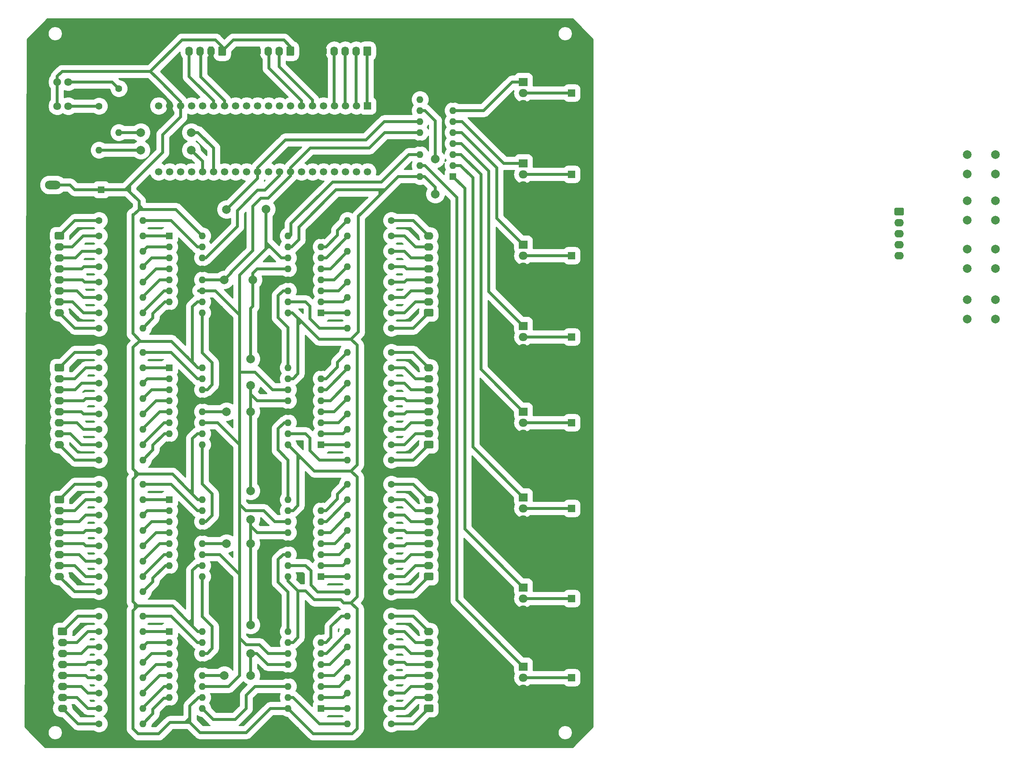
<source format=gbr>
%TF.GenerationSoftware,KiCad,Pcbnew,(5.1.9)-1*%
%TF.CreationDate,2022-04-05T12:31:52-03:00*%
%TF.ProjectId,placaCub,706c6163-6143-4756-922e-6b696361645f,rev?*%
%TF.SameCoordinates,Original*%
%TF.FileFunction,Copper,L2,Bot*%
%TF.FilePolarity,Positive*%
%FSLAX46Y46*%
G04 Gerber Fmt 4.6, Leading zero omitted, Abs format (unit mm)*
G04 Created by KiCad (PCBNEW (5.1.9)-1) date 2022-04-05 12:31:52*
%MOMM*%
%LPD*%
G01*
G04 APERTURE LIST*
%TA.AperFunction,ComponentPad*%
%ADD10O,1.600000X1.600000*%
%TD*%
%TA.AperFunction,ComponentPad*%
%ADD11R,1.600000X1.600000*%
%TD*%
%TA.AperFunction,ComponentPad*%
%ADD12C,1.700000*%
%TD*%
%TA.AperFunction,ComponentPad*%
%ADD13R,1.700000X1.700000*%
%TD*%
%TA.AperFunction,ComponentPad*%
%ADD14C,2.000000*%
%TD*%
%TA.AperFunction,ComponentPad*%
%ADD15C,1.600000*%
%TD*%
%TA.AperFunction,ComponentPad*%
%ADD16O,2.000000X1.905000*%
%TD*%
%TA.AperFunction,ComponentPad*%
%ADD17R,2.000000X1.905000*%
%TD*%
%TA.AperFunction,ComponentPad*%
%ADD18O,2.190000X1.740000*%
%TD*%
%TA.AperFunction,ComponentPad*%
%ADD19O,1.740000X2.190000*%
%TD*%
%TA.AperFunction,ComponentPad*%
%ADD20O,3.600000X2.000000*%
%TD*%
%TA.AperFunction,ComponentPad*%
%ADD21C,1.800000*%
%TD*%
%TA.AperFunction,ViaPad*%
%ADD22C,2.000000*%
%TD*%
%TA.AperFunction,Conductor*%
%ADD23C,0.700000*%
%TD*%
%TA.AperFunction,Conductor*%
%ADD24C,0.254000*%
%TD*%
%TA.AperFunction,Conductor*%
%ADD25C,0.100000*%
%TD*%
%TA.AperFunction,NonConductor*%
%ADD26C,0.254000*%
%TD*%
%TA.AperFunction,NonConductor*%
%ADD27C,0.100000*%
%TD*%
G04 APERTURE END LIST*
D10*
%TO.P,U10,16*%
%TO.N,+5V*%
X130048000Y-58928000D03*
%TO.P,U10,8*%
%TO.N,0*%
X137668000Y-41148000D03*
%TO.P,U10,15*%
%TO.N,Net-(Q1-Pad1)*%
X130048000Y-56388000D03*
%TO.P,U10,7*%
%TO.N,Net-(Q8-Pad1)*%
X137668000Y-43688000D03*
%TO.P,U10,14*%
%TO.N,Net-(U10-Pad14)*%
X130048000Y-53848000D03*
%TO.P,U10,6*%
%TO.N,Net-(Q7-Pad1)*%
X137668000Y-46228000D03*
%TO.P,U10,13*%
%TO.N,0*%
X130048000Y-51308000D03*
%TO.P,U10,5*%
%TO.N,Net-(Q6-Pad1)*%
X137668000Y-48768000D03*
%TO.P,U10,12*%
%TO.N,STORE*%
X130048000Y-48768000D03*
%TO.P,U10,4*%
%TO.N,Net-(Q5-Pad1)*%
X137668000Y-51308000D03*
%TO.P,U10,11*%
%TO.N,SCK*%
X130048000Y-46228000D03*
%TO.P,U10,3*%
%TO.N,Net-(Q4-Pad1)*%
X137668000Y-53848000D03*
%TO.P,U10,10*%
%TO.N,+5V*%
X130048000Y-43688000D03*
%TO.P,U10,2*%
%TO.N,Net-(Q3-Pad1)*%
X137668000Y-56388000D03*
%TO.P,U10,9*%
%TO.N,Net-(U10-Pad9)*%
X130048000Y-41148000D03*
D11*
%TO.P,U10,1*%
%TO.N,Net-(Q2-Pad1)*%
X137668000Y-58928000D03*
%TD*%
D10*
%TO.P,U9,16*%
%TO.N,+5V*%
X99568000Y-90424000D03*
%TO.P,U9,8*%
%TO.N,0*%
X107188000Y-72644000D03*
%TO.P,U9,15*%
%TO.N,Net-(R65-Pad2)*%
X99568000Y-87884000D03*
%TO.P,U9,7*%
%TO.N,Net-(R18-Pad2)*%
X107188000Y-75184000D03*
%TO.P,U9,14*%
%TO.N,Net-(U8-Pad9)*%
X99568000Y-85344000D03*
%TO.P,U9,6*%
%TO.N,Net-(R34-Pad2)*%
X107188000Y-77724000D03*
%TO.P,U9,13*%
%TO.N,0*%
X99568000Y-82804000D03*
%TO.P,U9,5*%
%TO.N,Net-(R50-Pad2)*%
X107188000Y-80264000D03*
%TO.P,U9,12*%
%TO.N,STORE*%
X99568000Y-80264000D03*
%TO.P,U9,4*%
%TO.N,Net-(R66-Pad2)*%
X107188000Y-82804000D03*
%TO.P,U9,11*%
%TO.N,SCK*%
X99568000Y-77724000D03*
%TO.P,U9,3*%
%TO.N,Net-(R17-Pad2)*%
X107188000Y-85344000D03*
%TO.P,U9,10*%
%TO.N,+5V*%
X99568000Y-75184000D03*
%TO.P,U9,2*%
%TO.N,Net-(R33-Pad2)*%
X107188000Y-87884000D03*
%TO.P,U9,9*%
%TO.N,Net-(U10-Pad14)*%
X99568000Y-72644000D03*
D11*
%TO.P,U9,1*%
%TO.N,Net-(R49-Pad2)*%
X107188000Y-90424000D03*
%TD*%
D10*
%TO.P,U8,16*%
%TO.N,+5V*%
X99568000Y-120904000D03*
%TO.P,U8,8*%
%TO.N,0*%
X107188000Y-103124000D03*
%TO.P,U8,15*%
%TO.N,Net-(R63-Pad2)*%
X99568000Y-118364000D03*
%TO.P,U8,7*%
%TO.N,Net-(R16-Pad2)*%
X107188000Y-105664000D03*
%TO.P,U8,14*%
%TO.N,Net-(U7-Pad9)*%
X99568000Y-115824000D03*
%TO.P,U8,6*%
%TO.N,Net-(R32-Pad2)*%
X107188000Y-108204000D03*
%TO.P,U8,13*%
%TO.N,0*%
X99568000Y-113284000D03*
%TO.P,U8,5*%
%TO.N,Net-(R48-Pad2)*%
X107188000Y-110744000D03*
%TO.P,U8,12*%
%TO.N,STORE*%
X99568000Y-110744000D03*
%TO.P,U8,4*%
%TO.N,Net-(R64-Pad2)*%
X107188000Y-113284000D03*
%TO.P,U8,11*%
%TO.N,SCK*%
X99568000Y-108204000D03*
%TO.P,U8,3*%
%TO.N,Net-(R15-Pad2)*%
X107188000Y-115824000D03*
%TO.P,U8,10*%
%TO.N,+5V*%
X99568000Y-105664000D03*
%TO.P,U8,2*%
%TO.N,Net-(R31-Pad2)*%
X107188000Y-118364000D03*
%TO.P,U8,9*%
%TO.N,Net-(U8-Pad9)*%
X99568000Y-103124000D03*
D11*
%TO.P,U8,1*%
%TO.N,Net-(R47-Pad2)*%
X107188000Y-120904000D03*
%TD*%
D10*
%TO.P,U7,16*%
%TO.N,+5V*%
X99568000Y-151384000D03*
%TO.P,U7,8*%
%TO.N,0*%
X107188000Y-133604000D03*
%TO.P,U7,15*%
%TO.N,Net-(R61-Pad2)*%
X99568000Y-148844000D03*
%TO.P,U7,7*%
%TO.N,Net-(R14-Pad2)*%
X107188000Y-136144000D03*
%TO.P,U7,14*%
%TO.N,Net-(U6-Pad9)*%
X99568000Y-146304000D03*
%TO.P,U7,6*%
%TO.N,Net-(R30-Pad2)*%
X107188000Y-138684000D03*
%TO.P,U7,13*%
%TO.N,0*%
X99568000Y-143764000D03*
%TO.P,U7,5*%
%TO.N,Net-(R46-Pad2)*%
X107188000Y-141224000D03*
%TO.P,U7,12*%
%TO.N,STORE*%
X99568000Y-141224000D03*
%TO.P,U7,4*%
%TO.N,Net-(R62-Pad2)*%
X107188000Y-143764000D03*
%TO.P,U7,11*%
%TO.N,SCK*%
X99568000Y-138684000D03*
%TO.P,U7,3*%
%TO.N,Net-(R13-Pad2)*%
X107188000Y-146304000D03*
%TO.P,U7,10*%
%TO.N,+5V*%
X99568000Y-136144000D03*
%TO.P,U7,2*%
%TO.N,Net-(R29-Pad2)*%
X107188000Y-148844000D03*
%TO.P,U7,9*%
%TO.N,Net-(U7-Pad9)*%
X99568000Y-133604000D03*
D11*
%TO.P,U7,1*%
%TO.N,Net-(R45-Pad2)*%
X107188000Y-151384000D03*
%TD*%
D10*
%TO.P,U6,16*%
%TO.N,+5V*%
X99568000Y-181864000D03*
%TO.P,U6,8*%
%TO.N,0*%
X107188000Y-164084000D03*
%TO.P,U6,15*%
%TO.N,Net-(R59-Pad2)*%
X99568000Y-179324000D03*
%TO.P,U6,7*%
%TO.N,Net-(R12-Pad2)*%
X107188000Y-166624000D03*
%TO.P,U6,14*%
%TO.N,Net-(U5-Pad9)*%
X99568000Y-176784000D03*
%TO.P,U6,6*%
%TO.N,Net-(R28-Pad2)*%
X107188000Y-169164000D03*
%TO.P,U6,13*%
%TO.N,0*%
X99568000Y-174244000D03*
%TO.P,U6,5*%
%TO.N,Net-(R44-Pad2)*%
X107188000Y-171704000D03*
%TO.P,U6,12*%
%TO.N,STORE*%
X99568000Y-171704000D03*
%TO.P,U6,4*%
%TO.N,Net-(R60-Pad2)*%
X107188000Y-174244000D03*
%TO.P,U6,11*%
%TO.N,SCK*%
X99568000Y-169164000D03*
%TO.P,U6,3*%
%TO.N,Net-(R11-Pad2)*%
X107188000Y-176784000D03*
%TO.P,U6,10*%
%TO.N,+5V*%
X99568000Y-166624000D03*
%TO.P,U6,2*%
%TO.N,Net-(R27-Pad2)*%
X107188000Y-179324000D03*
%TO.P,U6,9*%
%TO.N,Net-(U6-Pad9)*%
X99568000Y-164084000D03*
D11*
%TO.P,U6,1*%
%TO.N,Net-(R43-Pad2)*%
X107188000Y-181864000D03*
%TD*%
D10*
%TO.P,U5,16*%
%TO.N,+5V*%
X79756000Y-164084000D03*
%TO.P,U5,8*%
%TO.N,0*%
X72136000Y-181864000D03*
%TO.P,U5,15*%
%TO.N,Net-(R57-Pad2)*%
X79756000Y-166624000D03*
%TO.P,U5,7*%
%TO.N,Net-(R10-Pad2)*%
X72136000Y-179324000D03*
%TO.P,U5,14*%
%TO.N,Net-(U4-Pad9)*%
X79756000Y-169164000D03*
%TO.P,U5,6*%
%TO.N,Net-(R26-Pad2)*%
X72136000Y-176784000D03*
%TO.P,U5,13*%
%TO.N,0*%
X79756000Y-171704000D03*
%TO.P,U5,5*%
%TO.N,Net-(R42-Pad2)*%
X72136000Y-174244000D03*
%TO.P,U5,12*%
%TO.N,STORE*%
X79756000Y-174244000D03*
%TO.P,U5,4*%
%TO.N,Net-(R58-Pad2)*%
X72136000Y-171704000D03*
%TO.P,U5,11*%
%TO.N,SCK*%
X79756000Y-176784000D03*
%TO.P,U5,3*%
%TO.N,Net-(R9-Pad2)*%
X72136000Y-169164000D03*
%TO.P,U5,10*%
%TO.N,+5V*%
X79756000Y-179324000D03*
%TO.P,U5,2*%
%TO.N,Net-(R25-Pad2)*%
X72136000Y-166624000D03*
%TO.P,U5,9*%
%TO.N,Net-(U5-Pad9)*%
X79756000Y-181864000D03*
D11*
%TO.P,U5,1*%
%TO.N,Net-(R41-Pad2)*%
X72136000Y-164084000D03*
%TD*%
D10*
%TO.P,U4,16*%
%TO.N,+5V*%
X79756000Y-133604000D03*
%TO.P,U4,8*%
%TO.N,0*%
X72136000Y-151384000D03*
%TO.P,U4,15*%
%TO.N,Net-(R55-Pad2)*%
X79756000Y-136144000D03*
%TO.P,U4,7*%
%TO.N,Net-(R8-Pad2)*%
X72136000Y-148844000D03*
%TO.P,U4,14*%
%TO.N,Net-(U3-Pad9)*%
X79756000Y-138684000D03*
%TO.P,U4,6*%
%TO.N,Net-(R24-Pad2)*%
X72136000Y-146304000D03*
%TO.P,U4,13*%
%TO.N,0*%
X79756000Y-141224000D03*
%TO.P,U4,5*%
%TO.N,Net-(R40-Pad2)*%
X72136000Y-143764000D03*
%TO.P,U4,12*%
%TO.N,STORE*%
X79756000Y-143764000D03*
%TO.P,U4,4*%
%TO.N,Net-(R56-Pad2)*%
X72136000Y-141224000D03*
%TO.P,U4,11*%
%TO.N,SCK*%
X79756000Y-146304000D03*
%TO.P,U4,3*%
%TO.N,Net-(R7-Pad2)*%
X72136000Y-138684000D03*
%TO.P,U4,10*%
%TO.N,+5V*%
X79756000Y-148844000D03*
%TO.P,U4,2*%
%TO.N,Net-(R23-Pad2)*%
X72136000Y-136144000D03*
%TO.P,U4,9*%
%TO.N,Net-(U4-Pad9)*%
X79756000Y-151384000D03*
D11*
%TO.P,U4,1*%
%TO.N,Net-(R39-Pad2)*%
X72136000Y-133604000D03*
%TD*%
D10*
%TO.P,U3,16*%
%TO.N,+5V*%
X79756000Y-103124000D03*
%TO.P,U3,8*%
%TO.N,0*%
X72136000Y-120904000D03*
%TO.P,U3,15*%
%TO.N,Net-(R53-Pad2)*%
X79756000Y-105664000D03*
%TO.P,U3,7*%
%TO.N,Net-(R6-Pad2)*%
X72136000Y-118364000D03*
%TO.P,U3,14*%
%TO.N,Net-(U2-Pad9)*%
X79756000Y-108204000D03*
%TO.P,U3,6*%
%TO.N,Net-(R22-Pad2)*%
X72136000Y-115824000D03*
%TO.P,U3,13*%
%TO.N,0*%
X79756000Y-110744000D03*
%TO.P,U3,5*%
%TO.N,Net-(R38-Pad2)*%
X72136000Y-113284000D03*
%TO.P,U3,12*%
%TO.N,STORE*%
X79756000Y-113284000D03*
%TO.P,U3,4*%
%TO.N,Net-(R54-Pad2)*%
X72136000Y-110744000D03*
%TO.P,U3,11*%
%TO.N,SCK*%
X79756000Y-115824000D03*
%TO.P,U3,3*%
%TO.N,Net-(R5-Pad2)*%
X72136000Y-108204000D03*
%TO.P,U3,10*%
%TO.N,+5V*%
X79756000Y-118364000D03*
%TO.P,U3,2*%
%TO.N,Net-(R21-Pad2)*%
X72136000Y-105664000D03*
%TO.P,U3,9*%
%TO.N,Net-(U3-Pad9)*%
X79756000Y-120904000D03*
D11*
%TO.P,U3,1*%
%TO.N,Net-(R37-Pad2)*%
X72136000Y-103124000D03*
%TD*%
D10*
%TO.P,U2,16*%
%TO.N,+5V*%
X79756000Y-72644000D03*
%TO.P,U2,8*%
%TO.N,0*%
X72136000Y-90424000D03*
%TO.P,U2,15*%
%TO.N,Net-(R51-Pad2)*%
X79756000Y-75184000D03*
%TO.P,U2,7*%
%TO.N,Net-(R4-Pad2)*%
X72136000Y-87884000D03*
%TO.P,U2,14*%
%TO.N,MOSI*%
X79756000Y-77724000D03*
%TO.P,U2,6*%
%TO.N,Net-(R20-Pad2)*%
X72136000Y-85344000D03*
%TO.P,U2,13*%
%TO.N,0*%
X79756000Y-80264000D03*
%TO.P,U2,5*%
%TO.N,Net-(R36-Pad2)*%
X72136000Y-82804000D03*
%TO.P,U2,12*%
%TO.N,STORE*%
X79756000Y-82804000D03*
%TO.P,U2,4*%
%TO.N,Net-(R52-Pad2)*%
X72136000Y-80264000D03*
%TO.P,U2,11*%
%TO.N,SCK*%
X79756000Y-85344000D03*
%TO.P,U2,3*%
%TO.N,Net-(R3-Pad2)*%
X72136000Y-77724000D03*
%TO.P,U2,10*%
%TO.N,+5V*%
X79756000Y-87884000D03*
%TO.P,U2,2*%
%TO.N,Net-(R19-Pad2)*%
X72136000Y-75184000D03*
%TO.P,U2,9*%
%TO.N,Net-(U2-Pad9)*%
X79756000Y-90424000D03*
D11*
%TO.P,U2,1*%
%TO.N,Net-(R35-Pad2)*%
X72136000Y-72644000D03*
%TD*%
D12*
%TO.P,U1,20*%
%TO.N,Net-(U1-Pad20)*%
X69659500Y-42608500D03*
%TO.P,U1,21*%
%TO.N,Net-(U1-Pad21)*%
X69659500Y-57848500D03*
%TO.P,U1,19*%
%TO.N,0*%
X72199500Y-42608500D03*
%TO.P,U1,22*%
%TO.N,Net-(U1-Pad22)*%
X72199500Y-57848500D03*
%TO.P,U1,18*%
%TO.N,+5V*%
X74739500Y-42608500D03*
%TO.P,U1,23*%
%TO.N,Net-(U1-Pad23)*%
X74739500Y-57848500D03*
%TO.P,U1,17*%
%TO.N,Net-(U1-Pad17)*%
X77279500Y-42608500D03*
%TO.P,U1,24*%
%TO.N,Net-(U1-Pad24)*%
X77279500Y-57848500D03*
%TO.P,U1,16*%
%TO.N,Net-(U1-Pad16)*%
X79819500Y-42608500D03*
%TO.P,U1,25*%
%TO.N,Net-(R2-Pad2)*%
X79819500Y-57848500D03*
%TO.P,U1,15*%
%TO.N,SDA*%
X82359500Y-42608500D03*
%TO.P,U1,26*%
%TO.N,Net-(R1-Pad2)*%
X82359500Y-57848500D03*
%TO.P,U1,14*%
%TO.N,SCL*%
X84899500Y-42608500D03*
%TO.P,U1,27*%
%TO.N,Net-(U1-Pad27)*%
X84899500Y-57848500D03*
%TO.P,U1,13*%
%TO.N,Net-(U1-Pad13)*%
X87439500Y-42608500D03*
%TO.P,U1,28*%
%TO.N,Net-(U1-Pad28)*%
X87439500Y-57848500D03*
%TO.P,U1,12*%
%TO.N,Net-(U1-Pad12)*%
X89979500Y-42608500D03*
%TO.P,U1,29*%
%TO.N,Net-(U1-Pad29)*%
X89979500Y-57848500D03*
%TO.P,U1,11*%
%TO.N,Net-(U1-Pad11)*%
X92519500Y-42608500D03*
%TO.P,U1,30*%
%TO.N,SCK*%
X92519500Y-57848500D03*
%TO.P,U1,10*%
%TO.N,Net-(U1-Pad10)*%
X95059500Y-42608500D03*
%TO.P,U1,31*%
%TO.N,Net-(U1-Pad31)*%
X95059500Y-57848500D03*
%TO.P,U1,9*%
%TO.N,Net-(U1-Pad9)*%
X97599500Y-42608500D03*
%TO.P,U1,32*%
%TO.N,MOSI*%
X97599500Y-57848500D03*
%TO.P,U1,8*%
%TO.N,Net-(U1-Pad8)*%
X100139500Y-42608500D03*
%TO.P,U1,33*%
%TO.N,STORE*%
X100139500Y-57848500D03*
%TO.P,U1,7*%
%TO.N,RX*%
X102679500Y-42608500D03*
%TO.P,U1,34*%
%TO.N,Net-(U1-Pad34)*%
X102679500Y-57848500D03*
%TO.P,U1,6*%
%TO.N,TX*%
X105219500Y-42608500D03*
%TO.P,U1,35*%
%TO.N,Net-(U1-Pad35)*%
X105219500Y-57848500D03*
%TO.P,U1,5*%
%TO.N,Net-(U1-Pad5)*%
X107759500Y-42608500D03*
%TO.P,U1,36*%
%TO.N,Net-(U1-Pad36)*%
X107759500Y-57848500D03*
%TO.P,U1,4*%
%TO.N,B4*%
X110299500Y-42608500D03*
%TO.P,U1,37*%
%TO.N,Net-(U1-Pad37)*%
X110299500Y-57848500D03*
%TO.P,U1,3*%
%TO.N,B3*%
X112839500Y-42608500D03*
%TO.P,U1,38*%
%TO.N,Net-(U1-Pad38)*%
X112839500Y-57848500D03*
%TO.P,U1,2*%
%TO.N,B2*%
X115379500Y-42608500D03*
%TO.P,U1,39*%
%TO.N,Net-(U1-Pad39)*%
X115379500Y-57848500D03*
D13*
%TO.P,U1,1*%
%TO.N,B1*%
X117919500Y-42608500D03*
D12*
%TO.P,U1,40*%
%TO.N,Net-(U1-Pad40)*%
X117919500Y-57848500D03*
%TD*%
D14*
%TO.P,SW4,1*%
%TO.N,Net-(J21-Pad5)*%
X263040000Y-87376000D03*
%TO.P,SW4,2*%
X263040000Y-91876000D03*
%TO.P,SW4,1*%
X256540000Y-87376000D03*
%TO.P,SW4,2*%
X256540000Y-91876000D03*
%TD*%
%TO.P,SW3,1*%
%TO.N,Net-(J21-Pad5)*%
X263040000Y-53848000D03*
%TO.P,SW3,2*%
X263040000Y-58348000D03*
%TO.P,SW3,1*%
X256540000Y-53848000D03*
%TO.P,SW3,2*%
X256540000Y-58348000D03*
%TD*%
%TO.P,SW2,1*%
%TO.N,Net-(J21-Pad5)*%
X263040000Y-75692000D03*
%TO.P,SW2,2*%
X263040000Y-80192000D03*
%TO.P,SW2,1*%
X256540000Y-75692000D03*
%TO.P,SW2,2*%
X256540000Y-80192000D03*
%TD*%
%TO.P,SW1,1*%
%TO.N,Net-(J21-Pad5)*%
X263040000Y-64516000D03*
%TO.P,SW1,2*%
X263040000Y-69016000D03*
%TO.P,SW1,1*%
X256540000Y-64516000D03*
%TO.P,SW1,2*%
X256540000Y-69016000D03*
%TD*%
D10*
%TO.P,R66,2*%
%TO.N,Net-(R66-Pad2)*%
X113284000Y-79756000D03*
D15*
%TO.P,R66,1*%
%TO.N,Net-(J19-Pad5)*%
X123444000Y-79756000D03*
%TD*%
D10*
%TO.P,R65,2*%
%TO.N,Net-(R65-Pad2)*%
X113284000Y-93980000D03*
D15*
%TO.P,R65,1*%
%TO.N,Net-(J19-Pad1)*%
X123444000Y-93980000D03*
%TD*%
D10*
%TO.P,R64,2*%
%TO.N,Net-(R64-Pad2)*%
X113284000Y-110236000D03*
D15*
%TO.P,R64,1*%
%TO.N,Net-(J18-Pad5)*%
X123444000Y-110236000D03*
%TD*%
D10*
%TO.P,R63,2*%
%TO.N,Net-(R63-Pad2)*%
X113284000Y-124460000D03*
D15*
%TO.P,R63,1*%
%TO.N,Net-(J18-Pad1)*%
X123444000Y-124460000D03*
%TD*%
D10*
%TO.P,R62,2*%
%TO.N,Net-(R62-Pad2)*%
X113284000Y-140716000D03*
D15*
%TO.P,R62,1*%
%TO.N,Net-(J17-Pad5)*%
X123444000Y-140716000D03*
%TD*%
D10*
%TO.P,R61,2*%
%TO.N,Net-(R61-Pad2)*%
X113284000Y-154940000D03*
D15*
%TO.P,R61,1*%
%TO.N,Net-(J17-Pad1)*%
X123444000Y-154940000D03*
%TD*%
D10*
%TO.P,R60,2*%
%TO.N,Net-(R60-Pad2)*%
X113284000Y-171196000D03*
D15*
%TO.P,R60,1*%
%TO.N,Net-(J16-Pad5)*%
X123444000Y-171196000D03*
%TD*%
D10*
%TO.P,R59,2*%
%TO.N,Net-(R59-Pad2)*%
X113284000Y-185420000D03*
D15*
%TO.P,R59,1*%
%TO.N,Net-(J16-Pad1)*%
X123444000Y-185420000D03*
%TD*%
D10*
%TO.P,R58,2*%
%TO.N,Net-(R58-Pad2)*%
X66040000Y-174752000D03*
D15*
%TO.P,R58,1*%
%TO.N,Net-(J15-Pad5)*%
X55880000Y-174752000D03*
%TD*%
D10*
%TO.P,R57,2*%
%TO.N,Net-(R57-Pad2)*%
X66040000Y-160528000D03*
D15*
%TO.P,R57,1*%
%TO.N,Net-(J15-Pad1)*%
X55880000Y-160528000D03*
%TD*%
D10*
%TO.P,R56,2*%
%TO.N,Net-(R56-Pad2)*%
X66040000Y-144272000D03*
D15*
%TO.P,R56,1*%
%TO.N,Net-(J14-Pad5)*%
X55880000Y-144272000D03*
%TD*%
D10*
%TO.P,R55,2*%
%TO.N,Net-(R55-Pad2)*%
X66040000Y-130048000D03*
D15*
%TO.P,R55,1*%
%TO.N,Net-(J14-Pad1)*%
X55880000Y-130048000D03*
%TD*%
D10*
%TO.P,R54,2*%
%TO.N,Net-(R54-Pad2)*%
X66040000Y-113792000D03*
D15*
%TO.P,R54,1*%
%TO.N,Net-(J13-Pad5)*%
X55880000Y-113792000D03*
%TD*%
D10*
%TO.P,R53,2*%
%TO.N,Net-(R53-Pad2)*%
X66040000Y-99568000D03*
D15*
%TO.P,R53,1*%
%TO.N,Net-(J13-Pad1)*%
X55880000Y-99568000D03*
%TD*%
D10*
%TO.P,R52,2*%
%TO.N,Net-(R52-Pad2)*%
X66040000Y-83312000D03*
D15*
%TO.P,R52,1*%
%TO.N,Net-(J12-Pad5)*%
X55880000Y-83312000D03*
%TD*%
D10*
%TO.P,R51,2*%
%TO.N,Net-(R51-Pad2)*%
X66040000Y-69088000D03*
D15*
%TO.P,R51,1*%
%TO.N,Net-(J12-Pad1)*%
X55880000Y-69088000D03*
%TD*%
D10*
%TO.P,R50,2*%
%TO.N,Net-(R50-Pad2)*%
X113284000Y-76200000D03*
D15*
%TO.P,R50,1*%
%TO.N,Net-(J19-Pad6)*%
X123444000Y-76200000D03*
%TD*%
D10*
%TO.P,R49,2*%
%TO.N,Net-(R49-Pad2)*%
X113284000Y-90424000D03*
D15*
%TO.P,R49,1*%
%TO.N,Net-(J19-Pad2)*%
X123444000Y-90424000D03*
%TD*%
D10*
%TO.P,R48,2*%
%TO.N,Net-(R48-Pad2)*%
X113284000Y-106680000D03*
D15*
%TO.P,R48,1*%
%TO.N,Net-(J18-Pad6)*%
X123444000Y-106680000D03*
%TD*%
D10*
%TO.P,R47,2*%
%TO.N,Net-(R47-Pad2)*%
X113284000Y-120904000D03*
D15*
%TO.P,R47,1*%
%TO.N,Net-(J18-Pad2)*%
X123444000Y-120904000D03*
%TD*%
D10*
%TO.P,R46,2*%
%TO.N,Net-(R46-Pad2)*%
X113284000Y-137160000D03*
D15*
%TO.P,R46,1*%
%TO.N,Net-(J17-Pad6)*%
X123444000Y-137160000D03*
%TD*%
D10*
%TO.P,R45,2*%
%TO.N,Net-(R45-Pad2)*%
X113284000Y-151384000D03*
D15*
%TO.P,R45,1*%
%TO.N,Net-(J17-Pad2)*%
X123444000Y-151384000D03*
%TD*%
D10*
%TO.P,R44,2*%
%TO.N,Net-(R44-Pad2)*%
X113284000Y-167640000D03*
D15*
%TO.P,R44,1*%
%TO.N,Net-(J16-Pad6)*%
X123444000Y-167640000D03*
%TD*%
D10*
%TO.P,R43,2*%
%TO.N,Net-(R43-Pad2)*%
X113284000Y-181864000D03*
D15*
%TO.P,R43,1*%
%TO.N,Net-(J16-Pad2)*%
X123444000Y-181864000D03*
%TD*%
D10*
%TO.P,R42,2*%
%TO.N,Net-(R42-Pad2)*%
X66040000Y-178308000D03*
D15*
%TO.P,R42,1*%
%TO.N,Net-(J15-Pad6)*%
X55880000Y-178308000D03*
%TD*%
D10*
%TO.P,R41,2*%
%TO.N,Net-(R41-Pad2)*%
X66040000Y-164084000D03*
D15*
%TO.P,R41,1*%
%TO.N,Net-(J15-Pad2)*%
X55880000Y-164084000D03*
%TD*%
D10*
%TO.P,R40,2*%
%TO.N,Net-(R40-Pad2)*%
X66040000Y-147828000D03*
D15*
%TO.P,R40,1*%
%TO.N,Net-(J14-Pad6)*%
X55880000Y-147828000D03*
%TD*%
D10*
%TO.P,R39,2*%
%TO.N,Net-(R39-Pad2)*%
X66040000Y-133604000D03*
D15*
%TO.P,R39,1*%
%TO.N,Net-(J14-Pad2)*%
X55880000Y-133604000D03*
%TD*%
D10*
%TO.P,R38,2*%
%TO.N,Net-(R38-Pad2)*%
X66040000Y-117348000D03*
D15*
%TO.P,R38,1*%
%TO.N,Net-(J13-Pad6)*%
X55880000Y-117348000D03*
%TD*%
D10*
%TO.P,R37,2*%
%TO.N,Net-(R37-Pad2)*%
X66040000Y-103124000D03*
D15*
%TO.P,R37,1*%
%TO.N,Net-(J13-Pad2)*%
X55880000Y-103124000D03*
%TD*%
D10*
%TO.P,R36,2*%
%TO.N,Net-(R36-Pad2)*%
X66040000Y-86868000D03*
D15*
%TO.P,R36,1*%
%TO.N,Net-(J12-Pad6)*%
X55880000Y-86868000D03*
%TD*%
D10*
%TO.P,R35,2*%
%TO.N,Net-(R35-Pad2)*%
X66040000Y-72644000D03*
D15*
%TO.P,R35,1*%
%TO.N,Net-(J12-Pad2)*%
X55880000Y-72644000D03*
%TD*%
D10*
%TO.P,R34,2*%
%TO.N,Net-(R34-Pad2)*%
X113284000Y-72644000D03*
D15*
%TO.P,R34,1*%
%TO.N,Net-(J19-Pad7)*%
X123444000Y-72644000D03*
%TD*%
D10*
%TO.P,R33,2*%
%TO.N,Net-(R33-Pad2)*%
X113284000Y-86868000D03*
D15*
%TO.P,R33,1*%
%TO.N,Net-(J19-Pad3)*%
X123444000Y-86868000D03*
%TD*%
D10*
%TO.P,R32,2*%
%TO.N,Net-(R32-Pad2)*%
X113284000Y-103124000D03*
D15*
%TO.P,R32,1*%
%TO.N,Net-(J18-Pad7)*%
X123444000Y-103124000D03*
%TD*%
D10*
%TO.P,R31,2*%
%TO.N,Net-(R31-Pad2)*%
X113284000Y-117348000D03*
D15*
%TO.P,R31,1*%
%TO.N,Net-(J18-Pad3)*%
X123444000Y-117348000D03*
%TD*%
D10*
%TO.P,R30,2*%
%TO.N,Net-(R30-Pad2)*%
X113284000Y-133604000D03*
D15*
%TO.P,R30,1*%
%TO.N,Net-(J17-Pad7)*%
X123444000Y-133604000D03*
%TD*%
D10*
%TO.P,R29,2*%
%TO.N,Net-(R29-Pad2)*%
X113284000Y-147828000D03*
D15*
%TO.P,R29,1*%
%TO.N,Net-(J17-Pad3)*%
X123444000Y-147828000D03*
%TD*%
D10*
%TO.P,R28,2*%
%TO.N,Net-(R28-Pad2)*%
X113284000Y-164084000D03*
D15*
%TO.P,R28,1*%
%TO.N,Net-(J16-Pad7)*%
X123444000Y-164084000D03*
%TD*%
D10*
%TO.P,R27,2*%
%TO.N,Net-(R27-Pad2)*%
X113284000Y-178308000D03*
D15*
%TO.P,R27,1*%
%TO.N,Net-(J16-Pad3)*%
X123444000Y-178308000D03*
%TD*%
D10*
%TO.P,R26,2*%
%TO.N,Net-(R26-Pad2)*%
X66040000Y-181864000D03*
D15*
%TO.P,R26,1*%
%TO.N,Net-(J15-Pad7)*%
X55880000Y-181864000D03*
%TD*%
D10*
%TO.P,R25,2*%
%TO.N,Net-(R25-Pad2)*%
X66040000Y-167640000D03*
D15*
%TO.P,R25,1*%
%TO.N,Net-(J15-Pad3)*%
X55880000Y-167640000D03*
%TD*%
D10*
%TO.P,R24,2*%
%TO.N,Net-(R24-Pad2)*%
X66040000Y-151384000D03*
D15*
%TO.P,R24,1*%
%TO.N,Net-(J14-Pad7)*%
X55880000Y-151384000D03*
%TD*%
D10*
%TO.P,R23,2*%
%TO.N,Net-(R23-Pad2)*%
X66040000Y-137160000D03*
D15*
%TO.P,R23,1*%
%TO.N,Net-(J14-Pad3)*%
X55880000Y-137160000D03*
%TD*%
D10*
%TO.P,R22,2*%
%TO.N,Net-(R22-Pad2)*%
X66040000Y-120904000D03*
D15*
%TO.P,R22,1*%
%TO.N,Net-(J13-Pad7)*%
X55880000Y-120904000D03*
%TD*%
D10*
%TO.P,R21,2*%
%TO.N,Net-(R21-Pad2)*%
X66040000Y-106680000D03*
D15*
%TO.P,R21,1*%
%TO.N,Net-(J13-Pad3)*%
X55880000Y-106680000D03*
%TD*%
D10*
%TO.P,R20,2*%
%TO.N,Net-(R20-Pad2)*%
X66040000Y-90424000D03*
D15*
%TO.P,R20,1*%
%TO.N,Net-(J12-Pad7)*%
X55880000Y-90424000D03*
%TD*%
D10*
%TO.P,R19,2*%
%TO.N,Net-(R19-Pad2)*%
X66040000Y-76200000D03*
D15*
%TO.P,R19,1*%
%TO.N,Net-(J12-Pad3)*%
X55880000Y-76200000D03*
%TD*%
D10*
%TO.P,R18,2*%
%TO.N,Net-(R18-Pad2)*%
X113284000Y-69088000D03*
D15*
%TO.P,R18,1*%
%TO.N,Net-(J19-Pad8)*%
X123444000Y-69088000D03*
%TD*%
D10*
%TO.P,R17,2*%
%TO.N,Net-(R17-Pad2)*%
X113284000Y-83312000D03*
D15*
%TO.P,R17,1*%
%TO.N,Net-(J19-Pad4)*%
X123444000Y-83312000D03*
%TD*%
D10*
%TO.P,R16,2*%
%TO.N,Net-(R16-Pad2)*%
X113284000Y-99568000D03*
D15*
%TO.P,R16,1*%
%TO.N,Net-(J18-Pad8)*%
X123444000Y-99568000D03*
%TD*%
D10*
%TO.P,R15,2*%
%TO.N,Net-(R15-Pad2)*%
X113284000Y-113792000D03*
D15*
%TO.P,R15,1*%
%TO.N,Net-(J18-Pad4)*%
X123444000Y-113792000D03*
%TD*%
D10*
%TO.P,R14,2*%
%TO.N,Net-(R14-Pad2)*%
X113284000Y-130048000D03*
D15*
%TO.P,R14,1*%
%TO.N,Net-(J17-Pad8)*%
X123444000Y-130048000D03*
%TD*%
D10*
%TO.P,R13,2*%
%TO.N,Net-(R13-Pad2)*%
X113284000Y-144272000D03*
D15*
%TO.P,R13,1*%
%TO.N,Net-(J17-Pad4)*%
X123444000Y-144272000D03*
%TD*%
D10*
%TO.P,R12,2*%
%TO.N,Net-(R12-Pad2)*%
X113284000Y-160528000D03*
D15*
%TO.P,R12,1*%
%TO.N,Net-(J16-Pad8)*%
X123444000Y-160528000D03*
%TD*%
D10*
%TO.P,R11,2*%
%TO.N,Net-(R11-Pad2)*%
X113284000Y-174752000D03*
D15*
%TO.P,R11,1*%
%TO.N,Net-(J16-Pad4)*%
X123444000Y-174752000D03*
%TD*%
D10*
%TO.P,R10,2*%
%TO.N,Net-(R10-Pad2)*%
X66040000Y-185420000D03*
D15*
%TO.P,R10,1*%
%TO.N,Net-(J15-Pad8)*%
X55880000Y-185420000D03*
%TD*%
D10*
%TO.P,R9,2*%
%TO.N,Net-(R9-Pad2)*%
X66040000Y-171196000D03*
D15*
%TO.P,R9,1*%
%TO.N,Net-(J15-Pad4)*%
X55880000Y-171196000D03*
%TD*%
D10*
%TO.P,R8,2*%
%TO.N,Net-(R8-Pad2)*%
X66040000Y-154876500D03*
D15*
%TO.P,R8,1*%
%TO.N,Net-(J14-Pad8)*%
X55880000Y-154876500D03*
%TD*%
D10*
%TO.P,R7,2*%
%TO.N,Net-(R7-Pad2)*%
X66040000Y-140716000D03*
D15*
%TO.P,R7,1*%
%TO.N,Net-(J14-Pad4)*%
X55880000Y-140716000D03*
%TD*%
D10*
%TO.P,R6,2*%
%TO.N,Net-(R6-Pad2)*%
X66040000Y-124460000D03*
D15*
%TO.P,R6,1*%
%TO.N,Net-(J13-Pad8)*%
X55880000Y-124460000D03*
%TD*%
D10*
%TO.P,R5,2*%
%TO.N,Net-(R5-Pad2)*%
X66040000Y-110236000D03*
D15*
%TO.P,R5,1*%
%TO.N,Net-(J13-Pad4)*%
X55880000Y-110236000D03*
%TD*%
D10*
%TO.P,R4,2*%
%TO.N,Net-(R4-Pad2)*%
X66040000Y-93980000D03*
D15*
%TO.P,R4,1*%
%TO.N,Net-(J12-Pad8)*%
X55880000Y-93980000D03*
%TD*%
D10*
%TO.P,R3,2*%
%TO.N,Net-(R3-Pad2)*%
X66040000Y-79756000D03*
D15*
%TO.P,R3,1*%
%TO.N,Net-(J12-Pad4)*%
X55880000Y-79756000D03*
%TD*%
D10*
%TO.P,R2,2*%
%TO.N,Net-(R2-Pad2)*%
X55880000Y-52832000D03*
D15*
%TO.P,R2,1*%
%TO.N,Net-(D2-Pad1)*%
X55880000Y-42672000D03*
%TD*%
D10*
%TO.P,R1,2*%
%TO.N,Net-(R1-Pad2)*%
X60452000Y-48768000D03*
D15*
%TO.P,R1,1*%
%TO.N,Net-(D1-Pad1)*%
X60452000Y-38608000D03*
%TD*%
D16*
%TO.P,Q8,3*%
%TO.N,0*%
X153924000Y-42164000D03*
%TO.P,Q8,2*%
%TO.N,Net-(J11-Pad1)*%
X153924000Y-39624000D03*
D17*
%TO.P,Q8,1*%
%TO.N,Net-(Q8-Pad1)*%
X153924000Y-37084000D03*
%TD*%
D16*
%TO.P,Q7,3*%
%TO.N,0*%
X153924000Y-60960000D03*
%TO.P,Q7,2*%
%TO.N,Net-(J10-Pad1)*%
X153924000Y-58420000D03*
D17*
%TO.P,Q7,1*%
%TO.N,Net-(Q7-Pad1)*%
X153924000Y-55880000D03*
%TD*%
D16*
%TO.P,Q6,3*%
%TO.N,0*%
X153924000Y-79756000D03*
%TO.P,Q6,2*%
%TO.N,Net-(J9-Pad1)*%
X153924000Y-77216000D03*
D17*
%TO.P,Q6,1*%
%TO.N,Net-(Q6-Pad1)*%
X153924000Y-74676000D03*
%TD*%
D16*
%TO.P,Q5,3*%
%TO.N,0*%
X153924000Y-98552000D03*
%TO.P,Q5,2*%
%TO.N,Net-(J8-Pad1)*%
X153924000Y-96012000D03*
D17*
%TO.P,Q5,1*%
%TO.N,Net-(Q5-Pad1)*%
X153924000Y-93472000D03*
%TD*%
D16*
%TO.P,Q4,3*%
%TO.N,0*%
X153924000Y-118364000D03*
%TO.P,Q4,2*%
%TO.N,Net-(J7-Pad1)*%
X153924000Y-115824000D03*
D17*
%TO.P,Q4,1*%
%TO.N,Net-(Q4-Pad1)*%
X153924000Y-113284000D03*
%TD*%
D16*
%TO.P,Q3,3*%
%TO.N,0*%
X153924000Y-138176000D03*
%TO.P,Q3,2*%
%TO.N,Net-(J6-Pad1)*%
X153924000Y-135636000D03*
D17*
%TO.P,Q3,1*%
%TO.N,Net-(Q3-Pad1)*%
X153924000Y-133096000D03*
%TD*%
D16*
%TO.P,Q2,3*%
%TO.N,0*%
X153924000Y-159004000D03*
%TO.P,Q2,2*%
%TO.N,Net-(J5-Pad1)*%
X153924000Y-156464000D03*
D17*
%TO.P,Q2,1*%
%TO.N,Net-(Q2-Pad1)*%
X153924000Y-153924000D03*
%TD*%
D16*
%TO.P,Q1,3*%
%TO.N,0*%
X153924000Y-177292000D03*
%TO.P,Q1,2*%
%TO.N,Net-(J4-Pad1)*%
X153924000Y-174752000D03*
D17*
%TO.P,Q1,1*%
%TO.N,Net-(Q1-Pad1)*%
X153924000Y-172212000D03*
%TD*%
D18*
%TO.P,J21,5*%
%TO.N,Net-(J21-Pad5)*%
X240792000Y-77216000D03*
%TO.P,J21,4*%
%TO.N,Net-(J21-Pad4)*%
X240792000Y-74676000D03*
%TO.P,J21,3*%
%TO.N,Net-(J21-Pad3)*%
X240792000Y-72136000D03*
%TO.P,J21,2*%
%TO.N,Net-(J21-Pad2)*%
X240792000Y-69596000D03*
%TO.P,J21,1*%
%TO.N,Net-(J21-Pad1)*%
%TA.AperFunction,ComponentPad*%
G36*
G01*
X239946999Y-66186000D02*
X241637001Y-66186000D01*
G75*
G02*
X241887000Y-66435999I0J-249999D01*
G01*
X241887000Y-67676001D01*
G75*
G02*
X241637001Y-67926000I-249999J0D01*
G01*
X239946999Y-67926000D01*
G75*
G02*
X239697000Y-67676001I0J249999D01*
G01*
X239697000Y-66435999D01*
G75*
G02*
X239946999Y-66186000I249999J0D01*
G01*
G37*
%TD.AperFunction*%
%TD*%
D19*
%TO.P,J20,5*%
%TO.N,0*%
X107696000Y-29972000D03*
%TO.P,J20,4*%
%TO.N,B4*%
X110236000Y-29972000D03*
%TO.P,J20,3*%
%TO.N,B3*%
X112776000Y-29972000D03*
%TO.P,J20,2*%
%TO.N,B2*%
X115316000Y-29972000D03*
%TO.P,J20,1*%
%TO.N,B1*%
%TA.AperFunction,ComponentPad*%
G36*
G01*
X118726000Y-29126999D02*
X118726000Y-30817001D01*
G75*
G02*
X118476001Y-31067000I-249999J0D01*
G01*
X117235999Y-31067000D01*
G75*
G02*
X116986000Y-30817001I0J249999D01*
G01*
X116986000Y-29126999D01*
G75*
G02*
X117235999Y-28877000I249999J0D01*
G01*
X118476001Y-28877000D01*
G75*
G02*
X118726000Y-29126999I0J-249999D01*
G01*
G37*
%TD.AperFunction*%
%TD*%
D18*
%TO.P,J19,8*%
%TO.N,Net-(J19-Pad8)*%
X132080000Y-72644000D03*
%TO.P,J19,7*%
%TO.N,Net-(J19-Pad7)*%
X132080000Y-75184000D03*
%TO.P,J19,6*%
%TO.N,Net-(J19-Pad6)*%
X132080000Y-77724000D03*
%TO.P,J19,5*%
%TO.N,Net-(J19-Pad5)*%
X132080000Y-80264000D03*
%TO.P,J19,4*%
%TO.N,Net-(J19-Pad4)*%
X132080000Y-82804000D03*
%TO.P,J19,3*%
%TO.N,Net-(J19-Pad3)*%
X132080000Y-85344000D03*
%TO.P,J19,2*%
%TO.N,Net-(J19-Pad2)*%
X132080000Y-87884000D03*
%TO.P,J19,1*%
%TO.N,Net-(J19-Pad1)*%
%TA.AperFunction,ComponentPad*%
G36*
G01*
X132925001Y-91294000D02*
X131234999Y-91294000D01*
G75*
G02*
X130985000Y-91044001I0J249999D01*
G01*
X130985000Y-89803999D01*
G75*
G02*
X131234999Y-89554000I249999J0D01*
G01*
X132925001Y-89554000D01*
G75*
G02*
X133175000Y-89803999I0J-249999D01*
G01*
X133175000Y-91044001D01*
G75*
G02*
X132925001Y-91294000I-249999J0D01*
G01*
G37*
%TD.AperFunction*%
%TD*%
%TO.P,J18,8*%
%TO.N,Net-(J18-Pad8)*%
X132080000Y-103124000D03*
%TO.P,J18,7*%
%TO.N,Net-(J18-Pad7)*%
X132080000Y-105664000D03*
%TO.P,J18,6*%
%TO.N,Net-(J18-Pad6)*%
X132080000Y-108204000D03*
%TO.P,J18,5*%
%TO.N,Net-(J18-Pad5)*%
X132080000Y-110744000D03*
%TO.P,J18,4*%
%TO.N,Net-(J18-Pad4)*%
X132080000Y-113284000D03*
%TO.P,J18,3*%
%TO.N,Net-(J18-Pad3)*%
X132080000Y-115824000D03*
%TO.P,J18,2*%
%TO.N,Net-(J18-Pad2)*%
X132080000Y-118364000D03*
%TO.P,J18,1*%
%TO.N,Net-(J18-Pad1)*%
%TA.AperFunction,ComponentPad*%
G36*
G01*
X132925001Y-121774000D02*
X131234999Y-121774000D01*
G75*
G02*
X130985000Y-121524001I0J249999D01*
G01*
X130985000Y-120283999D01*
G75*
G02*
X131234999Y-120034000I249999J0D01*
G01*
X132925001Y-120034000D01*
G75*
G02*
X133175000Y-120283999I0J-249999D01*
G01*
X133175000Y-121524001D01*
G75*
G02*
X132925001Y-121774000I-249999J0D01*
G01*
G37*
%TD.AperFunction*%
%TD*%
%TO.P,J17,8*%
%TO.N,Net-(J17-Pad8)*%
X132080000Y-133604000D03*
%TO.P,J17,7*%
%TO.N,Net-(J17-Pad7)*%
X132080000Y-136144000D03*
%TO.P,J17,6*%
%TO.N,Net-(J17-Pad6)*%
X132080000Y-138684000D03*
%TO.P,J17,5*%
%TO.N,Net-(J17-Pad5)*%
X132080000Y-141224000D03*
%TO.P,J17,4*%
%TO.N,Net-(J17-Pad4)*%
X132080000Y-143764000D03*
%TO.P,J17,3*%
%TO.N,Net-(J17-Pad3)*%
X132080000Y-146304000D03*
%TO.P,J17,2*%
%TO.N,Net-(J17-Pad2)*%
X132080000Y-148844000D03*
%TO.P,J17,1*%
%TO.N,Net-(J17-Pad1)*%
%TA.AperFunction,ComponentPad*%
G36*
G01*
X132925001Y-152254000D02*
X131234999Y-152254000D01*
G75*
G02*
X130985000Y-152004001I0J249999D01*
G01*
X130985000Y-150763999D01*
G75*
G02*
X131234999Y-150514000I249999J0D01*
G01*
X132925001Y-150514000D01*
G75*
G02*
X133175000Y-150763999I0J-249999D01*
G01*
X133175000Y-152004001D01*
G75*
G02*
X132925001Y-152254000I-249999J0D01*
G01*
G37*
%TD.AperFunction*%
%TD*%
%TO.P,J16,8*%
%TO.N,Net-(J16-Pad8)*%
X132080000Y-164084000D03*
%TO.P,J16,7*%
%TO.N,Net-(J16-Pad7)*%
X132080000Y-166624000D03*
%TO.P,J16,6*%
%TO.N,Net-(J16-Pad6)*%
X132080000Y-169164000D03*
%TO.P,J16,5*%
%TO.N,Net-(J16-Pad5)*%
X132080000Y-171704000D03*
%TO.P,J16,4*%
%TO.N,Net-(J16-Pad4)*%
X132080000Y-174244000D03*
%TO.P,J16,3*%
%TO.N,Net-(J16-Pad3)*%
X132080000Y-176784000D03*
%TO.P,J16,2*%
%TO.N,Net-(J16-Pad2)*%
X132080000Y-179324000D03*
%TO.P,J16,1*%
%TO.N,Net-(J16-Pad1)*%
%TA.AperFunction,ComponentPad*%
G36*
G01*
X132925001Y-182734000D02*
X131234999Y-182734000D01*
G75*
G02*
X130985000Y-182484001I0J249999D01*
G01*
X130985000Y-181243999D01*
G75*
G02*
X131234999Y-180994000I249999J0D01*
G01*
X132925001Y-180994000D01*
G75*
G02*
X133175000Y-181243999I0J-249999D01*
G01*
X133175000Y-182484001D01*
G75*
G02*
X132925001Y-182734000I-249999J0D01*
G01*
G37*
%TD.AperFunction*%
%TD*%
%TO.P,J15,8*%
%TO.N,Net-(J15-Pad8)*%
X47434500Y-181864000D03*
%TO.P,J15,7*%
%TO.N,Net-(J15-Pad7)*%
X47434500Y-179324000D03*
%TO.P,J15,6*%
%TO.N,Net-(J15-Pad6)*%
X47434500Y-176784000D03*
%TO.P,J15,5*%
%TO.N,Net-(J15-Pad5)*%
X47434500Y-174244000D03*
%TO.P,J15,4*%
%TO.N,Net-(J15-Pad4)*%
X47434500Y-171704000D03*
%TO.P,J15,3*%
%TO.N,Net-(J15-Pad3)*%
X47434500Y-169164000D03*
%TO.P,J15,2*%
%TO.N,Net-(J15-Pad2)*%
X47434500Y-166624000D03*
%TO.P,J15,1*%
%TO.N,Net-(J15-Pad1)*%
%TA.AperFunction,ComponentPad*%
G36*
G01*
X46589499Y-163214000D02*
X48279501Y-163214000D01*
G75*
G02*
X48529500Y-163463999I0J-249999D01*
G01*
X48529500Y-164704001D01*
G75*
G02*
X48279501Y-164954000I-249999J0D01*
G01*
X46589499Y-164954000D01*
G75*
G02*
X46339500Y-164704001I0J249999D01*
G01*
X46339500Y-163463999D01*
G75*
G02*
X46589499Y-163214000I249999J0D01*
G01*
G37*
%TD.AperFunction*%
%TD*%
%TO.P,J14,8*%
%TO.N,Net-(J14-Pad8)*%
X46736000Y-151384000D03*
%TO.P,J14,7*%
%TO.N,Net-(J14-Pad7)*%
X46736000Y-148844000D03*
%TO.P,J14,6*%
%TO.N,Net-(J14-Pad6)*%
X46736000Y-146304000D03*
%TO.P,J14,5*%
%TO.N,Net-(J14-Pad5)*%
X46736000Y-143764000D03*
%TO.P,J14,4*%
%TO.N,Net-(J14-Pad4)*%
X46736000Y-141224000D03*
%TO.P,J14,3*%
%TO.N,Net-(J14-Pad3)*%
X46736000Y-138684000D03*
%TO.P,J14,2*%
%TO.N,Net-(J14-Pad2)*%
X46736000Y-136144000D03*
%TO.P,J14,1*%
%TO.N,Net-(J14-Pad1)*%
%TA.AperFunction,ComponentPad*%
G36*
G01*
X45890999Y-132734000D02*
X47581001Y-132734000D01*
G75*
G02*
X47831000Y-132983999I0J-249999D01*
G01*
X47831000Y-134224001D01*
G75*
G02*
X47581001Y-134474000I-249999J0D01*
G01*
X45890999Y-134474000D01*
G75*
G02*
X45641000Y-134224001I0J249999D01*
G01*
X45641000Y-132983999D01*
G75*
G02*
X45890999Y-132734000I249999J0D01*
G01*
G37*
%TD.AperFunction*%
%TD*%
%TO.P,J13,8*%
%TO.N,Net-(J13-Pad8)*%
X46736000Y-120904000D03*
%TO.P,J13,7*%
%TO.N,Net-(J13-Pad7)*%
X46736000Y-118364000D03*
%TO.P,J13,6*%
%TO.N,Net-(J13-Pad6)*%
X46736000Y-115824000D03*
%TO.P,J13,5*%
%TO.N,Net-(J13-Pad5)*%
X46736000Y-113284000D03*
%TO.P,J13,4*%
%TO.N,Net-(J13-Pad4)*%
X46736000Y-110744000D03*
%TO.P,J13,3*%
%TO.N,Net-(J13-Pad3)*%
X46736000Y-108204000D03*
%TO.P,J13,2*%
%TO.N,Net-(J13-Pad2)*%
X46736000Y-105664000D03*
%TO.P,J13,1*%
%TO.N,Net-(J13-Pad1)*%
%TA.AperFunction,ComponentPad*%
G36*
G01*
X45890999Y-102254000D02*
X47581001Y-102254000D01*
G75*
G02*
X47831000Y-102503999I0J-249999D01*
G01*
X47831000Y-103744001D01*
G75*
G02*
X47581001Y-103994000I-249999J0D01*
G01*
X45890999Y-103994000D01*
G75*
G02*
X45641000Y-103744001I0J249999D01*
G01*
X45641000Y-102503999D01*
G75*
G02*
X45890999Y-102254000I249999J0D01*
G01*
G37*
%TD.AperFunction*%
%TD*%
%TO.P,J12,8*%
%TO.N,Net-(J12-Pad8)*%
X46736000Y-90424000D03*
%TO.P,J12,7*%
%TO.N,Net-(J12-Pad7)*%
X46736000Y-87884000D03*
%TO.P,J12,6*%
%TO.N,Net-(J12-Pad6)*%
X46736000Y-85344000D03*
%TO.P,J12,5*%
%TO.N,Net-(J12-Pad5)*%
X46736000Y-82804000D03*
%TO.P,J12,4*%
%TO.N,Net-(J12-Pad4)*%
X46736000Y-80264000D03*
%TO.P,J12,3*%
%TO.N,Net-(J12-Pad3)*%
X46736000Y-77724000D03*
%TO.P,J12,2*%
%TO.N,Net-(J12-Pad2)*%
X46736000Y-75184000D03*
%TO.P,J12,1*%
%TO.N,Net-(J12-Pad1)*%
%TA.AperFunction,ComponentPad*%
G36*
G01*
X45890999Y-71774000D02*
X47581001Y-71774000D01*
G75*
G02*
X47831000Y-72023999I0J-249999D01*
G01*
X47831000Y-73264001D01*
G75*
G02*
X47581001Y-73514000I-249999J0D01*
G01*
X45890999Y-73514000D01*
G75*
G02*
X45641000Y-73264001I0J249999D01*
G01*
X45641000Y-72023999D01*
G75*
G02*
X45890999Y-71774000I249999J0D01*
G01*
G37*
%TD.AperFunction*%
%TD*%
D13*
%TO.P,J11,1*%
%TO.N,Net-(J11-Pad1)*%
X165100000Y-39624000D03*
%TD*%
%TO.P,J10,1*%
%TO.N,Net-(J10-Pad1)*%
X165100000Y-58420000D03*
%TD*%
%TO.P,J9,1*%
%TO.N,Net-(J9-Pad1)*%
X165100000Y-77216000D03*
%TD*%
%TO.P,J8,1*%
%TO.N,Net-(J8-Pad1)*%
X165100000Y-96012000D03*
%TD*%
%TO.P,J7,1*%
%TO.N,Net-(J7-Pad1)*%
X165100000Y-115824000D03*
%TD*%
%TO.P,J6,1*%
%TO.N,Net-(J6-Pad1)*%
X165100000Y-135636000D03*
%TD*%
%TO.P,J5,1*%
%TO.N,Net-(J5-Pad1)*%
X165100000Y-156464000D03*
%TD*%
%TO.P,J4,1*%
%TO.N,Net-(J4-Pad1)*%
X165100000Y-174752000D03*
%TD*%
D20*
%TO.P,J3,2*%
%TO.N,+5V*%
X45212000Y-60880000D03*
%TO.P,J3,1*%
%TO.N,0*%
%TA.AperFunction,ComponentPad*%
G36*
G01*
X43662000Y-54880000D02*
X46762000Y-54880000D01*
G75*
G02*
X47012000Y-55130000I0J-250000D01*
G01*
X47012000Y-56630000D01*
G75*
G02*
X46762000Y-56880000I-250000J0D01*
G01*
X43662000Y-56880000D01*
G75*
G02*
X43412000Y-56630000I0J250000D01*
G01*
X43412000Y-55130000D01*
G75*
G02*
X43662000Y-54880000I250000J0D01*
G01*
G37*
%TD.AperFunction*%
%TD*%
D19*
%TO.P,J2,4*%
%TO.N,SDA*%
X76708000Y-29972000D03*
%TO.P,J2,3*%
%TO.N,SCL*%
X79248000Y-29972000D03*
%TO.P,J2,2*%
%TO.N,0*%
X81788000Y-29972000D03*
%TO.P,J2,1*%
%TO.N,+5V*%
%TA.AperFunction,ComponentPad*%
G36*
G01*
X85198000Y-29126999D02*
X85198000Y-30817001D01*
G75*
G02*
X84948001Y-31067000I-249999J0D01*
G01*
X83707999Y-31067000D01*
G75*
G02*
X83458000Y-30817001I0J249999D01*
G01*
X83458000Y-29126999D01*
G75*
G02*
X83707999Y-28877000I249999J0D01*
G01*
X84948001Y-28877000D01*
G75*
G02*
X85198000Y-29126999I0J-249999D01*
G01*
G37*
%TD.AperFunction*%
%TD*%
%TO.P,J1,4*%
%TO.N,0*%
X92456000Y-29972000D03*
%TO.P,J1,3*%
%TO.N,RX*%
X94996000Y-29972000D03*
%TO.P,J1,2*%
%TO.N,TX*%
X97536000Y-29972000D03*
%TO.P,J1,1*%
%TO.N,+5V*%
%TA.AperFunction,ComponentPad*%
G36*
G01*
X100946000Y-29126999D02*
X100946000Y-30817001D01*
G75*
G02*
X100696001Y-31067000I-249999J0D01*
G01*
X99455999Y-31067000D01*
G75*
G02*
X99206000Y-30817001I0J249999D01*
G01*
X99206000Y-29126999D01*
G75*
G02*
X99455999Y-28877000I249999J0D01*
G01*
X100696001Y-28877000D01*
G75*
G02*
X100946000Y-29126999I0J-249999D01*
G01*
G37*
%TD.AperFunction*%
%TD*%
D21*
%TO.P,D2,2*%
%TO.N,+5V*%
X46228000Y-42672000D03*
%TO.P,D2,1*%
%TO.N,Net-(D2-Pad1)*%
X48768000Y-42672000D03*
%TD*%
%TO.P,D1,2*%
%TO.N,+5V*%
X46228000Y-37084000D03*
%TO.P,D1,1*%
%TO.N,Net-(D1-Pad1)*%
X48768000Y-37084000D03*
%TD*%
D15*
%TO.P,C1,2*%
%TO.N,0*%
X56388000Y-56976000D03*
D11*
%TO.P,C1,1*%
%TO.N,+5V*%
X56388000Y-61976000D03*
%TD*%
D22*
%TO.N,0*%
X84836000Y-151384000D03*
X93980000Y-151384000D03*
X74676000Y-94996000D03*
X83312000Y-94996000D03*
X96520000Y-99060000D03*
X105156000Y-99060000D03*
X84836000Y-91440000D03*
X93980000Y-91440000D03*
X74676000Y-125476000D03*
X82804000Y-125476000D03*
X74676000Y-155956000D03*
X82804000Y-155956000D03*
X97028000Y-159512000D03*
X104648000Y-159512000D03*
X115316000Y-65024000D03*
X122936000Y-65024000D03*
X93980000Y-36576000D03*
X104140000Y-36576000D03*
%TO.N,+5V*%
X133604000Y-62992000D03*
X133604000Y-54864000D03*
%TO.N,Net-(R1-Pad2)*%
X65532000Y-48768000D03*
X77216000Y-48768000D03*
%TO.N,Net-(R2-Pad2)*%
X65532000Y-52832000D03*
X77216000Y-52832000D03*
%TO.N,SCK*%
X85344000Y-66548000D03*
X94488000Y-66484500D03*
%TO.N,STORE*%
X91440000Y-82804000D03*
X84836000Y-82804000D03*
X90932000Y-101092000D03*
X90932000Y-107188000D03*
X90932000Y-131572000D03*
X90932000Y-138176000D03*
X90932000Y-162560000D03*
X90932000Y-169164000D03*
X90932000Y-113284000D03*
X85344000Y-113284000D03*
X85344000Y-143764000D03*
X90932000Y-143764000D03*
X84836000Y-174244000D03*
X90932000Y-174244000D03*
%TD*%
D23*
%TO.N,+5V*%
X99568000Y-90932000D02*
X99568000Y-90424000D01*
X99568000Y-151384000D02*
X99568000Y-152400000D01*
X99568000Y-120904000D02*
X99568000Y-121412000D01*
X63739999Y-186524001D02*
X63739999Y-159272001D01*
X64935999Y-187720001D02*
X63739999Y-186524001D01*
X69684001Y-187720001D02*
X64935999Y-187720001D01*
X63739999Y-67983999D02*
X65175998Y-66548000D01*
X63739999Y-95235999D02*
X63739999Y-67983999D01*
X65532000Y-97028000D02*
X63739999Y-95235999D01*
X73660000Y-66548000D02*
X79756000Y-72644000D01*
X115824000Y-94844002D02*
X114148002Y-96520000D01*
X115584001Y-97955999D02*
X115584001Y-125564001D01*
X114148002Y-96520000D02*
X115584001Y-97955999D01*
X115584001Y-125564001D02*
X114148002Y-127000000D01*
X115584001Y-156044001D02*
X114148002Y-157480000D01*
X115584001Y-128435999D02*
X115584001Y-156044001D01*
X114148002Y-127000000D02*
X115584001Y-128435999D01*
X115584001Y-158915999D02*
X115584001Y-186524001D01*
X114148002Y-157480000D02*
X115584001Y-158915999D01*
X99568000Y-181864000D02*
X102616000Y-184912000D01*
X63739999Y-67983999D02*
X63739999Y-67803999D01*
X99568000Y-181864000D02*
X95504000Y-181864000D01*
X95504000Y-181864000D02*
X89916000Y-187452000D01*
X89916000Y-187452000D02*
X79248000Y-187452000D01*
X79248000Y-187452000D02*
X76886001Y-185090001D01*
X72314001Y-185090001D02*
X69684001Y-187720001D01*
X78891998Y-179324000D02*
X76886001Y-181329997D01*
X79756000Y-179324000D02*
X78891998Y-179324000D01*
X76886001Y-184074001D02*
X76886001Y-185090001D01*
X75870001Y-185090001D02*
X76886001Y-184074001D01*
X76886001Y-181329997D02*
X76886001Y-184074001D01*
X76886001Y-185090001D02*
X75870001Y-185090001D01*
X75870001Y-185090001D02*
X72314001Y-185090001D01*
X100076000Y-28877000D02*
X100076000Y-29972000D01*
X98575990Y-27376990D02*
X100076000Y-28877000D01*
X86923010Y-27376990D02*
X98575990Y-27376990D01*
X84328000Y-29972000D02*
X86923010Y-27376990D01*
X66040000Y-66548000D02*
X65175998Y-65683998D01*
X65175998Y-66548000D02*
X65175998Y-65683998D01*
X65175998Y-66548000D02*
X66040000Y-66548000D01*
X66040000Y-66548000D02*
X73660000Y-66548000D01*
X115824000Y-69556938D02*
X115824000Y-72644000D01*
X115824000Y-72644000D02*
X115824000Y-94844002D01*
X115824000Y-68223998D02*
X115824000Y-72644000D01*
X65175998Y-65683998D02*
X65175998Y-64667998D01*
X45212000Y-60880000D02*
X49196000Y-60880000D01*
X50292000Y-61976000D02*
X56388000Y-61976000D01*
X49196000Y-60880000D02*
X50292000Y-61976000D01*
X61976000Y-61976000D02*
X62484000Y-61976000D01*
X56388000Y-61976000D02*
X61976000Y-61976000D01*
X62992000Y-62484000D02*
X62992000Y-60960000D01*
X62992000Y-60960000D02*
X61976000Y-61976000D01*
X69088000Y-54864000D02*
X62992000Y-60960000D01*
X62484000Y-61976000D02*
X62992000Y-62484000D01*
X62992000Y-62484000D02*
X65175998Y-64667998D01*
X74739500Y-42608500D02*
X74739500Y-45148500D01*
X71120000Y-48768000D02*
X74739500Y-45148500D01*
X71120000Y-48768000D02*
X70612000Y-49276000D01*
X70612000Y-49276000D02*
X70612000Y-53340000D01*
X70104000Y-53848000D02*
X69850000Y-54102000D01*
X69850000Y-54102000D02*
X70612000Y-53340000D01*
X69850000Y-54102000D02*
X69088000Y-54864000D01*
X74739500Y-42608500D02*
X74739500Y-41670498D01*
X46228000Y-42672000D02*
X46228000Y-37084000D01*
X67753001Y-34683999D02*
X69112501Y-36043499D01*
X47355209Y-34683999D02*
X67753001Y-34683999D01*
X46228000Y-35811208D02*
X47355209Y-34683999D01*
X46228000Y-37084000D02*
X46228000Y-35811208D01*
X69112501Y-36043499D02*
X68629002Y-35560000D01*
X74739500Y-41670498D02*
X69112501Y-36043499D01*
X75060010Y-27376990D02*
X67753001Y-34683999D01*
X82769690Y-27376990D02*
X75060010Y-27376990D01*
X84328000Y-28935300D02*
X82769690Y-27376990D01*
X84328000Y-29972000D02*
X84328000Y-28935300D01*
X130048000Y-58928000D02*
X125044308Y-58928000D01*
X116332309Y-67639999D02*
X116370154Y-67602154D01*
X116370154Y-67602154D02*
X115824000Y-68148308D01*
X72604938Y-97028000D02*
X67564000Y-97028000D01*
X65532000Y-97028000D02*
X67564000Y-97028000D01*
X79756000Y-103124000D02*
X78740000Y-103124000D01*
X78232000Y-102616000D02*
X78192938Y-102616000D01*
X75926469Y-100349531D02*
X72604938Y-97028000D01*
X76400937Y-100823999D02*
X75926469Y-100349531D01*
X77455999Y-101839999D02*
X78486000Y-102870000D01*
X78624630Y-87884000D02*
X77455999Y-89052631D01*
X79756000Y-87884000D02*
X78624630Y-87884000D01*
X78486000Y-102870000D02*
X78232000Y-102616000D01*
X78740000Y-103124000D02*
X78486000Y-102870000D01*
X78192938Y-102616000D02*
X75926469Y-100349531D01*
X77455999Y-89052631D02*
X77455999Y-101839999D01*
X100699370Y-166624000D02*
X101868001Y-165455369D01*
X101868001Y-165455369D02*
X101868001Y-154700001D01*
X99568000Y-166624000D02*
X100699370Y-166624000D01*
X101868001Y-154700001D02*
X101092000Y-153924000D01*
X99568000Y-152400000D02*
X101092000Y-153924000D01*
X103587690Y-154700001D02*
X105677699Y-156790010D01*
X101868001Y-154700001D02*
X103587690Y-154700001D01*
X112419998Y-157480000D02*
X114148002Y-157480000D01*
X111730008Y-156790010D02*
X112419998Y-157480000D01*
X105677699Y-156790010D02*
X111730008Y-156790010D01*
X79756000Y-164084000D02*
X78700938Y-164084000D01*
X64784001Y-158227999D02*
X64516000Y-158496000D01*
X72844938Y-158227999D02*
X64784001Y-158227999D01*
X64276001Y-158735999D02*
X64262000Y-158750000D01*
X64276001Y-157719999D02*
X64276001Y-158735999D01*
X64262000Y-158750000D02*
X64516000Y-158496000D01*
X63739999Y-159272001D02*
X64262000Y-158750000D01*
X64276001Y-157719999D02*
X64784001Y-158227999D01*
X78624630Y-148844000D02*
X77455999Y-150012631D01*
X77455999Y-162839059D02*
X77704470Y-163087530D01*
X79756000Y-148844000D02*
X78624630Y-148844000D01*
X78700938Y-164084000D02*
X77704470Y-163087530D01*
X76942469Y-161817531D02*
X77455999Y-161304001D01*
X77455999Y-161304001D02*
X77455999Y-162839059D01*
X77455999Y-150012631D02*
X77455999Y-161304001D01*
X76434469Y-161817531D02*
X76942469Y-161817531D01*
X77704470Y-163087530D02*
X76434469Y-161817531D01*
X76434469Y-161817531D02*
X72844938Y-158227999D01*
X63739999Y-157183997D02*
X64276001Y-157719999D01*
X63739999Y-128943999D02*
X63739999Y-157183997D01*
X72844937Y-127747999D02*
X64935999Y-127747999D01*
X79756000Y-133604000D02*
X78700938Y-133604000D01*
X63739999Y-98463999D02*
X63739999Y-126551999D01*
X65175998Y-97028000D02*
X63739999Y-98463999D01*
X65532000Y-97028000D02*
X65175998Y-97028000D01*
X64337999Y-128345999D02*
X64337999Y-127149999D01*
X64337999Y-127149999D02*
X64098000Y-126910000D01*
X63739999Y-126551999D02*
X64098000Y-126910000D01*
X64935999Y-127747999D02*
X64337999Y-128345999D01*
X64098000Y-126910000D02*
X64935999Y-127747999D01*
X64337999Y-128345999D02*
X63739999Y-128943999D01*
X77455999Y-132359061D02*
X77704469Y-132607531D01*
X78624630Y-118364000D02*
X77455999Y-119532631D01*
X79756000Y-118364000D02*
X78624630Y-118364000D01*
X78700938Y-133604000D02*
X77704469Y-132607531D01*
X77196469Y-131591531D02*
X77455999Y-131332001D01*
X76688469Y-131591531D02*
X77196469Y-131591531D01*
X77455999Y-119532631D02*
X77455999Y-131332001D01*
X77704469Y-132607531D02*
X76688469Y-131591531D01*
X77455999Y-131332001D02*
X77455999Y-132359061D01*
X76688469Y-131591531D02*
X72844937Y-127747999D01*
X100699370Y-105664000D02*
X101868001Y-104495369D01*
X99568000Y-105664000D02*
X100699370Y-105664000D01*
X106719061Y-96520000D02*
X114148002Y-96520000D01*
X102797990Y-92598929D02*
X106719061Y-96520000D01*
X102797990Y-92598929D02*
X102758929Y-92598929D01*
X100584000Y-90424000D02*
X99568000Y-90424000D01*
X101868001Y-91708001D02*
X101346000Y-91186000D01*
X101346000Y-91186000D02*
X100584000Y-90424000D01*
X102758929Y-92598929D02*
X101346000Y-91186000D01*
X102473071Y-92598929D02*
X101868001Y-93203999D01*
X102758929Y-92598929D02*
X102473071Y-92598929D01*
X101868001Y-93203999D02*
X101868001Y-91708001D01*
X101868001Y-104495369D02*
X101868001Y-93203999D01*
X105664000Y-127000000D02*
X105424001Y-126760001D01*
X114148002Y-127000000D02*
X105664000Y-127000000D01*
X101868001Y-123204001D02*
X101600000Y-122936000D01*
X100699370Y-136144000D02*
X101868001Y-134975369D01*
X99568000Y-136144000D02*
X100699370Y-136144000D01*
X101600000Y-122936000D02*
X99568000Y-120904000D01*
X102136002Y-123952000D02*
X101868001Y-124220001D01*
X101868001Y-124220001D02*
X101868001Y-123204001D01*
X101868001Y-134975369D02*
X101868001Y-124220001D01*
X105424001Y-126760001D02*
X102616000Y-123952000D01*
X102616000Y-123952000D02*
X102136002Y-123952000D01*
X102616000Y-123952000D02*
X101600000Y-122936000D01*
X125044308Y-58928000D02*
X121196154Y-62776154D01*
X100432002Y-75184000D02*
X99568000Y-75184000D01*
X102108000Y-70612000D02*
X102108000Y-73508002D01*
X110671488Y-62048511D02*
X102108000Y-70612000D01*
X102108000Y-73508002D02*
X100432002Y-75184000D01*
X121196154Y-62776154D02*
X121923798Y-62048511D01*
X120831489Y-62048511D02*
X120831489Y-62919489D01*
X121196154Y-62776154D02*
X120942154Y-63030154D01*
X120942154Y-63030154D02*
X116370154Y-67602154D01*
X121923798Y-62048511D02*
X120831489Y-62048511D01*
X120831489Y-62919489D02*
X120942154Y-63030154D01*
X120831489Y-62048511D02*
X110671488Y-62048511D01*
X131179370Y-43688000D02*
X133604000Y-46112630D01*
X130048000Y-43688000D02*
X131179370Y-43688000D01*
X130048000Y-58928000D02*
X131103062Y-58928000D01*
X131103062Y-58928000D02*
X133604000Y-61428938D01*
X133604000Y-61428938D02*
X133604000Y-62992000D01*
X133604000Y-62992000D02*
X133604000Y-62992000D01*
X133604000Y-46112630D02*
X133604000Y-54864000D01*
X105424001Y-187720001D02*
X102870000Y-185166000D01*
X114388001Y-187720001D02*
X105424001Y-187720001D01*
X115584001Y-186524001D02*
X114388001Y-187720001D01*
X102870000Y-185166000D02*
X103124000Y-185420000D01*
X102616000Y-184912000D02*
X102870000Y-185166000D01*
%TO.N,Net-(D1-Pad1)*%
X58928000Y-37084000D02*
X60452000Y-38608000D01*
X48768000Y-37084000D02*
X58928000Y-37084000D01*
%TO.N,Net-(D2-Pad1)*%
X55880000Y-42672000D02*
X48768000Y-42672000D01*
%TO.N,RX*%
X102679500Y-41406419D02*
X102679500Y-42608500D01*
X95165990Y-33892909D02*
X102679500Y-41406419D01*
X95165990Y-30141990D02*
X95165990Y-33892909D01*
X94996000Y-29972000D02*
X95165990Y-30141990D01*
%TO.N,TX*%
X105219500Y-41290500D02*
X105219500Y-42608500D01*
X97536000Y-33607000D02*
X105219500Y-41290500D01*
X97536000Y-29972000D02*
X97536000Y-33607000D01*
%TO.N,SDA*%
X82359500Y-41482727D02*
X82359500Y-42608500D01*
X76708000Y-35831227D02*
X82359500Y-41482727D01*
X76708000Y-29972000D02*
X76708000Y-35831227D01*
%TO.N,SCL*%
X84899500Y-41406419D02*
X84899500Y-42608500D01*
X79417990Y-35924909D02*
X84899500Y-41406419D01*
X79417990Y-30141990D02*
X79417990Y-35924909D01*
X79248000Y-29972000D02*
X79417990Y-30141990D01*
%TO.N,Net-(J4-Pad1)*%
X165100000Y-174752000D02*
X153924000Y-174752000D01*
%TO.N,Net-(J5-Pad1)*%
X165100000Y-156464000D02*
X153924000Y-156464000D01*
%TO.N,Net-(J6-Pad1)*%
X165100000Y-135636000D02*
X153924000Y-135636000D01*
%TO.N,Net-(J7-Pad1)*%
X165100000Y-115824000D02*
X153924000Y-115824000D01*
%TO.N,Net-(J8-Pad1)*%
X165100000Y-96012000D02*
X153924000Y-96012000D01*
%TO.N,Net-(J9-Pad1)*%
X165100000Y-77216000D02*
X153924000Y-77216000D01*
%TO.N,Net-(J10-Pad1)*%
X165100000Y-58420000D02*
X153924000Y-58420000D01*
%TO.N,Net-(J11-Pad1)*%
X165100000Y-39624000D02*
X153924000Y-39624000D01*
%TO.N,Net-(J12-Pad8)*%
X50292000Y-93980000D02*
X46736000Y-90424000D01*
X55880000Y-93980000D02*
X50292000Y-93980000D01*
%TO.N,Net-(J12-Pad7)*%
X55880000Y-90424000D02*
X52324000Y-90424000D01*
X49784000Y-87884000D02*
X46736000Y-87884000D01*
X52324000Y-90424000D02*
X49784000Y-87884000D01*
%TO.N,Net-(J12-Pad6)*%
X55880000Y-86868000D02*
X52324000Y-86868000D01*
X50800000Y-85344000D02*
X46736000Y-85344000D01*
X52324000Y-86868000D02*
X50800000Y-85344000D01*
%TO.N,Net-(J12-Pad5)*%
X55880000Y-83312000D02*
X52542440Y-83312000D01*
X52034440Y-82804000D02*
X46736000Y-82804000D01*
X52542440Y-83312000D02*
X52034440Y-82804000D01*
%TO.N,Net-(J12-Pad4)*%
X55880000Y-79756000D02*
X52379880Y-79756000D01*
X51871880Y-80264000D02*
X46736000Y-80264000D01*
X52379880Y-79756000D02*
X51871880Y-80264000D01*
%TO.N,Net-(J12-Pad3)*%
X55880000Y-76200000D02*
X51988720Y-76200000D01*
X50464720Y-77724000D02*
X46736000Y-77724000D01*
X51988720Y-76200000D02*
X50464720Y-77724000D01*
%TO.N,Net-(J12-Pad2)*%
X55880000Y-72644000D02*
X52176680Y-72644000D01*
X49636680Y-75184000D02*
X46736000Y-75184000D01*
X52176680Y-72644000D02*
X49636680Y-75184000D01*
%TO.N,Net-(J12-Pad1)*%
X50292000Y-69088000D02*
X46736000Y-72644000D01*
X55880000Y-69088000D02*
X50292000Y-69088000D01*
%TO.N,Net-(J13-Pad8)*%
X50292000Y-124460000D02*
X46736000Y-120904000D01*
X55880000Y-124460000D02*
X50292000Y-124460000D01*
%TO.N,Net-(J13-Pad7)*%
X55880000Y-120904000D02*
X51816000Y-120904000D01*
X49276000Y-118364000D02*
X46736000Y-118364000D01*
X51816000Y-120904000D02*
X49276000Y-118364000D01*
%TO.N,Net-(J13-Pad6)*%
X55880000Y-117348000D02*
X52324000Y-117348000D01*
X50800000Y-115824000D02*
X46736000Y-115824000D01*
X52324000Y-117348000D02*
X50800000Y-115824000D01*
%TO.N,Net-(J13-Pad5)*%
X55880000Y-113792000D02*
X52324000Y-113792000D01*
X51816000Y-113284000D02*
X46736000Y-113284000D01*
X52324000Y-113792000D02*
X51816000Y-113284000D01*
%TO.N,Net-(J13-Pad4)*%
X55880000Y-110236000D02*
X52832000Y-110236000D01*
X52324000Y-110744000D02*
X46736000Y-110744000D01*
X52832000Y-110236000D02*
X52324000Y-110744000D01*
%TO.N,Net-(J13-Pad3)*%
X50368309Y-108204000D02*
X46736000Y-108204000D01*
X51892309Y-106680000D02*
X50368309Y-108204000D01*
X55880000Y-106680000D02*
X51892309Y-106680000D01*
%TO.N,Net-(J13-Pad2)*%
X55880000Y-103124000D02*
X52832000Y-103124000D01*
X50292000Y-105664000D02*
X46736000Y-105664000D01*
X52832000Y-103124000D02*
X50292000Y-105664000D01*
%TO.N,Net-(J13-Pad1)*%
X50292000Y-99568000D02*
X46736000Y-103124000D01*
X55880000Y-99568000D02*
X50292000Y-99568000D01*
%TO.N,Net-(J14-Pad8)*%
X50228500Y-154876500D02*
X46736000Y-151384000D01*
X55880000Y-154876500D02*
X50228500Y-154876500D01*
%TO.N,Net-(J14-Pad7)*%
X55880000Y-151384000D02*
X52832000Y-151384000D01*
X50292000Y-148844000D02*
X46736000Y-148844000D01*
X52832000Y-151384000D02*
X50292000Y-148844000D01*
%TO.N,Net-(J14-Pad6)*%
X55880000Y-147828000D02*
X52832000Y-147828000D01*
X51308000Y-146304000D02*
X46736000Y-146304000D01*
X52832000Y-147828000D02*
X51308000Y-146304000D01*
%TO.N,Net-(J14-Pad5)*%
X55880000Y-144272000D02*
X52832000Y-144272000D01*
X52324000Y-143764000D02*
X46736000Y-143764000D01*
X52832000Y-144272000D02*
X52324000Y-143764000D01*
%TO.N,Net-(J14-Pad4)*%
X55880000Y-140716000D02*
X52832000Y-140716000D01*
X52324000Y-141224000D02*
X46736000Y-141224000D01*
X52832000Y-140716000D02*
X52324000Y-141224000D01*
%TO.N,Net-(J14-Pad3)*%
X55880000Y-137160000D02*
X52832000Y-137160000D01*
X51308000Y-138684000D02*
X46736000Y-138684000D01*
X52832000Y-137160000D02*
X51308000Y-138684000D01*
%TO.N,Net-(J14-Pad2)*%
X55880000Y-133604000D02*
X52832000Y-133604000D01*
X50292000Y-136144000D02*
X46736000Y-136144000D01*
X52832000Y-133604000D02*
X50292000Y-136144000D01*
%TO.N,Net-(J14-Pad1)*%
X50292000Y-130048000D02*
X46736000Y-133604000D01*
X55880000Y-130048000D02*
X50292000Y-130048000D01*
%TO.N,Net-(J15-Pad8)*%
X50990500Y-185420000D02*
X47434500Y-181864000D01*
X55880000Y-185420000D02*
X50990500Y-185420000D01*
%TO.N,Net-(J15-Pad7)*%
X55880000Y-181864000D02*
X53340000Y-181864000D01*
X50800000Y-179324000D02*
X47434500Y-179324000D01*
X53340000Y-181864000D02*
X50800000Y-179324000D01*
%TO.N,Net-(J15-Pad6)*%
X55880000Y-178308000D02*
X53340000Y-178308000D01*
X51816000Y-176784000D02*
X47434500Y-176784000D01*
X53340000Y-178308000D02*
X51816000Y-176784000D01*
%TO.N,Net-(J15-Pad5)*%
X55880000Y-174752000D02*
X53340000Y-174752000D01*
X53340000Y-174752000D02*
X52832000Y-174244000D01*
X52832000Y-174244000D02*
X47434500Y-174244000D01*
%TO.N,Net-(J15-Pad4)*%
X55880000Y-171196000D02*
X53340000Y-171196000D01*
X53340000Y-171196000D02*
X52832000Y-171704000D01*
X52832000Y-171704000D02*
X47434500Y-171704000D01*
%TO.N,Net-(J15-Pad3)*%
X50876309Y-169164000D02*
X47434500Y-169164000D01*
X55880000Y-167640000D02*
X53340000Y-167640000D01*
X53340000Y-167640000D02*
X51816000Y-169164000D01*
X51816000Y-169164000D02*
X50876309Y-169164000D01*
%TO.N,Net-(J15-Pad2)*%
X55880000Y-164084000D02*
X53340000Y-164084000D01*
X50800000Y-166624000D02*
X47434500Y-166624000D01*
X53340000Y-164084000D02*
X50800000Y-166624000D01*
%TO.N,Net-(J15-Pad1)*%
X50990500Y-160528000D02*
X47434500Y-164084000D01*
X55880000Y-160528000D02*
X50990500Y-160528000D01*
%TO.N,Net-(J16-Pad8)*%
X128524000Y-160528000D02*
X132080000Y-164084000D01*
X123444000Y-160528000D02*
X128524000Y-160528000D01*
%TO.N,Net-(J16-Pad7)*%
X123444000Y-164084000D02*
X126492000Y-164084000D01*
X129032000Y-166624000D02*
X132080000Y-166624000D01*
X126492000Y-164084000D02*
X129032000Y-166624000D01*
%TO.N,Net-(J16-Pad6)*%
X123444000Y-167640000D02*
X126492000Y-167640000D01*
X128016000Y-169164000D02*
X132080000Y-169164000D01*
X126492000Y-167640000D02*
X128016000Y-169164000D01*
%TO.N,Net-(J16-Pad5)*%
X123444000Y-171196000D02*
X126492000Y-171196000D01*
X127000000Y-171704000D02*
X132080000Y-171704000D01*
X126492000Y-171196000D02*
X127000000Y-171704000D01*
%TO.N,Net-(J16-Pad4)*%
X123444000Y-174752000D02*
X126492000Y-174752000D01*
X127000000Y-174244000D02*
X132080000Y-174244000D01*
X126492000Y-174752000D02*
X127000000Y-174244000D01*
%TO.N,Net-(J16-Pad3)*%
X123444000Y-178308000D02*
X126492000Y-178308000D01*
X128016000Y-176784000D02*
X132080000Y-176784000D01*
X126492000Y-178308000D02*
X128016000Y-176784000D01*
%TO.N,Net-(J16-Pad2)*%
X123444000Y-181864000D02*
X126492000Y-181864000D01*
X129032000Y-179324000D02*
X132080000Y-179324000D01*
X126492000Y-181864000D02*
X129032000Y-179324000D01*
%TO.N,Net-(J16-Pad1)*%
X128524000Y-185420000D02*
X132080000Y-181864000D01*
X123444000Y-185420000D02*
X128524000Y-185420000D01*
%TO.N,Net-(J17-Pad8)*%
X128524000Y-130048000D02*
X132080000Y-133604000D01*
X123444000Y-130048000D02*
X128524000Y-130048000D01*
%TO.N,Net-(J17-Pad7)*%
X123444000Y-133604000D02*
X126492000Y-133604000D01*
X129032000Y-136144000D02*
X132080000Y-136144000D01*
X126492000Y-133604000D02*
X129032000Y-136144000D01*
%TO.N,Net-(J17-Pad6)*%
X123444000Y-137160000D02*
X126492000Y-137160000D01*
X128016000Y-138684000D02*
X132080000Y-138684000D01*
X126492000Y-137160000D02*
X128016000Y-138684000D01*
%TO.N,Net-(J17-Pad5)*%
X123444000Y-140716000D02*
X126492000Y-140716000D01*
X127000000Y-141224000D02*
X132080000Y-141224000D01*
X126492000Y-140716000D02*
X127000000Y-141224000D01*
%TO.N,Net-(J17-Pad4)*%
X123444000Y-144272000D02*
X126492000Y-144272000D01*
X127000000Y-143764000D02*
X132080000Y-143764000D01*
X126492000Y-144272000D02*
X127000000Y-143764000D01*
%TO.N,Net-(J17-Pad3)*%
X123444000Y-147828000D02*
X126492000Y-147828000D01*
X128016000Y-146304000D02*
X132080000Y-146304000D01*
X126492000Y-147828000D02*
X128016000Y-146304000D01*
%TO.N,Net-(J17-Pad2)*%
X123444000Y-151384000D02*
X126492000Y-151384000D01*
X129032000Y-148844000D02*
X132080000Y-148844000D01*
X126492000Y-151384000D02*
X129032000Y-148844000D01*
%TO.N,Net-(J17-Pad1)*%
X128524000Y-154940000D02*
X132080000Y-151384000D01*
X123444000Y-154940000D02*
X128524000Y-154940000D01*
%TO.N,Net-(J18-Pad8)*%
X128524000Y-99568000D02*
X132080000Y-103124000D01*
X123444000Y-99568000D02*
X128524000Y-99568000D01*
%TO.N,Net-(J18-Pad7)*%
X123444000Y-103124000D02*
X126492000Y-103124000D01*
X129032000Y-105664000D02*
X132080000Y-105664000D01*
X126492000Y-103124000D02*
X129032000Y-105664000D01*
%TO.N,Net-(J18-Pad6)*%
X123444000Y-106680000D02*
X126492000Y-106680000D01*
X128016000Y-108204000D02*
X132080000Y-108204000D01*
X126492000Y-106680000D02*
X128016000Y-108204000D01*
%TO.N,Net-(J18-Pad5)*%
X123444000Y-110236000D02*
X126492000Y-110236000D01*
X127000000Y-110744000D02*
X132080000Y-110744000D01*
X126492000Y-110236000D02*
X127000000Y-110744000D01*
%TO.N,Net-(J18-Pad4)*%
X123444000Y-113792000D02*
X126492000Y-113792000D01*
X127000000Y-113284000D02*
X132080000Y-113284000D01*
X126492000Y-113792000D02*
X127000000Y-113284000D01*
%TO.N,Net-(J18-Pad3)*%
X123444000Y-117348000D02*
X126492000Y-117348000D01*
X128016000Y-115824000D02*
X132080000Y-115824000D01*
X126492000Y-117348000D02*
X128016000Y-115824000D01*
%TO.N,Net-(J18-Pad2)*%
X123444000Y-120904000D02*
X126492000Y-120904000D01*
X129032000Y-118364000D02*
X132080000Y-118364000D01*
X126492000Y-120904000D02*
X129032000Y-118364000D01*
%TO.N,Net-(J18-Pad1)*%
X128524000Y-124460000D02*
X132080000Y-120904000D01*
X123444000Y-124460000D02*
X128524000Y-124460000D01*
%TO.N,Net-(J19-Pad8)*%
X128524000Y-69088000D02*
X132080000Y-72644000D01*
X123444000Y-69088000D02*
X128524000Y-69088000D01*
%TO.N,Net-(J19-Pad7)*%
X123444000Y-72644000D02*
X126492000Y-72644000D01*
X129032000Y-75184000D02*
X132080000Y-75184000D01*
X126492000Y-72644000D02*
X129032000Y-75184000D01*
%TO.N,Net-(J19-Pad6)*%
X123444000Y-76200000D02*
X126492000Y-76200000D01*
X128016000Y-77724000D02*
X132080000Y-77724000D01*
X126492000Y-76200000D02*
X128016000Y-77724000D01*
%TO.N,Net-(J19-Pad5)*%
X123444000Y-79756000D02*
X126492000Y-79756000D01*
X127000000Y-80264000D02*
X132080000Y-80264000D01*
X126492000Y-79756000D02*
X127000000Y-80264000D01*
%TO.N,Net-(J19-Pad4)*%
X123444000Y-83312000D02*
X126492000Y-83312000D01*
X127000000Y-82804000D02*
X132080000Y-82804000D01*
X126492000Y-83312000D02*
X127000000Y-82804000D01*
%TO.N,Net-(J19-Pad3)*%
X123444000Y-86868000D02*
X126492000Y-86868000D01*
X128016000Y-85344000D02*
X132080000Y-85344000D01*
X126492000Y-86868000D02*
X128016000Y-85344000D01*
%TO.N,Net-(J19-Pad2)*%
X123444000Y-90424000D02*
X126492000Y-90424000D01*
X129032000Y-87884000D02*
X132080000Y-87884000D01*
X126492000Y-90424000D02*
X129032000Y-87884000D01*
%TO.N,Net-(J19-Pad1)*%
X128524000Y-93980000D02*
X132080000Y-90424000D01*
X123444000Y-93980000D02*
X128524000Y-93980000D01*
%TO.N,B4*%
X110236000Y-42545000D02*
X110299500Y-42608500D01*
X110236000Y-29972000D02*
X110236000Y-42545000D01*
%TO.N,B3*%
X112776000Y-42545000D02*
X112839500Y-42608500D01*
X112776000Y-29972000D02*
X112776000Y-42545000D01*
%TO.N,B2*%
X115316000Y-42545000D02*
X115379500Y-42608500D01*
X115316000Y-29972000D02*
X115316000Y-42545000D01*
%TO.N,B1*%
X117856000Y-42545000D02*
X117919500Y-42608500D01*
X117856000Y-29972000D02*
X117856000Y-42545000D01*
%TO.N,Net-(Q1-Pad1)*%
X138577950Y-156865950D02*
X153924000Y-172212000D01*
X131179370Y-56388000D02*
X138577950Y-63786580D01*
X138577950Y-63786580D02*
X138577950Y-156865950D01*
X130048000Y-56388000D02*
X131179370Y-56388000D01*
%TO.N,Net-(Q2-Pad1)*%
X140427960Y-61687960D02*
X137668000Y-58928000D01*
X140427960Y-140427960D02*
X153924000Y-153924000D01*
X140427960Y-61687960D02*
X140427960Y-140427960D01*
%TO.N,Net-(Q3-Pad1)*%
X137668000Y-56388000D02*
X139428003Y-56388000D01*
X139428003Y-56388000D02*
X142277970Y-59237967D01*
X142277970Y-121449970D02*
X153924000Y-133096000D01*
X142277970Y-59237967D02*
X142277970Y-121449970D01*
%TO.N,Net-(Q4-Pad1)*%
X137668000Y-53848000D02*
X139504311Y-53848000D01*
X139504311Y-53848000D02*
X144127980Y-58471669D01*
X144127980Y-103487980D02*
X153924000Y-113284000D01*
X144127980Y-58471669D02*
X144127980Y-103487980D01*
%TO.N,Net-(Q5-Pad1)*%
X145977990Y-85525990D02*
X153924000Y-93472000D01*
X145977990Y-57705371D02*
X145977990Y-85525990D01*
X139580619Y-51308000D02*
X145977990Y-57705371D01*
X137668000Y-51308000D02*
X139580619Y-51308000D01*
%TO.N,Net-(Q6-Pad1)*%
X147828000Y-68580000D02*
X153924000Y-74676000D01*
X147828000Y-56939073D02*
X147828000Y-68580000D01*
X139656927Y-48768000D02*
X147828000Y-56939073D01*
X137668000Y-48768000D02*
X139656927Y-48768000D01*
%TO.N,Net-(Q7-Pad1)*%
X139733235Y-46228000D02*
X137668000Y-46228000D01*
X149385234Y-55880000D02*
X147336617Y-53831383D01*
X153924000Y-55880000D02*
X149385234Y-55880000D01*
X147336617Y-53831383D02*
X139733235Y-46228000D01*
X147861235Y-54356000D02*
X147336617Y-53831383D01*
%TO.N,Net-(Q8-Pad1)*%
X152948128Y-37084000D02*
X153924000Y-37084000D01*
X151384000Y-37084000D02*
X153924000Y-37084000D01*
X144780000Y-43688000D02*
X151384000Y-37084000D01*
X137668000Y-43688000D02*
X144780000Y-43688000D01*
%TO.N,Net-(R1-Pad2)*%
X60452000Y-48768000D02*
X65532000Y-48768000D01*
X65532000Y-48768000D02*
X65532000Y-48768000D01*
X77216000Y-48768000D02*
X78740000Y-48768000D01*
X82359500Y-52387500D02*
X82359500Y-57848500D01*
X78740000Y-48768000D02*
X82359500Y-52387500D01*
%TO.N,Net-(R2-Pad2)*%
X55880000Y-52832000D02*
X65532000Y-52832000D01*
X65532000Y-52832000D02*
X65532000Y-52832000D01*
X79819500Y-57848500D02*
X79819500Y-55435500D01*
X79819500Y-55435500D02*
X77216000Y-52832000D01*
%TO.N,Net-(R3-Pad2)*%
X68072000Y-77724000D02*
X66040000Y-79756000D01*
X72136000Y-77724000D02*
X68072000Y-77724000D01*
%TO.N,Net-(R4-Pad2)*%
X68340001Y-91679999D02*
X66040000Y-93980000D01*
X68340001Y-90663999D02*
X68340001Y-91679999D01*
X71120000Y-87884000D02*
X68340001Y-90663999D01*
X72136000Y-87884000D02*
X71120000Y-87884000D01*
%TO.N,Net-(R5-Pad2)*%
X68072000Y-108204000D02*
X66040000Y-110236000D01*
X72136000Y-108204000D02*
X68072000Y-108204000D01*
%TO.N,Net-(R6-Pad2)*%
X68340001Y-122159999D02*
X66040000Y-124460000D01*
X68340001Y-121068309D02*
X68340001Y-122159999D01*
X71044310Y-118364000D02*
X68340001Y-121068309D01*
X72136000Y-118364000D02*
X71044310Y-118364000D01*
%TO.N,Net-(R7-Pad2)*%
X68072000Y-138684000D02*
X66040000Y-140716000D01*
X72136000Y-138684000D02*
X68072000Y-138684000D01*
%TO.N,Net-(R8-Pad2)*%
X68340001Y-152576499D02*
X66040000Y-154876500D01*
X68340001Y-151775997D02*
X68340001Y-152576499D01*
X71271998Y-148844000D02*
X68340001Y-151775997D01*
X72136000Y-148844000D02*
X71271998Y-148844000D01*
%TO.N,Net-(R9-Pad2)*%
X68072000Y-169164000D02*
X66040000Y-171196000D01*
X72136000Y-169164000D02*
X68072000Y-169164000D01*
%TO.N,Net-(R10-Pad2)*%
X68340001Y-182103999D02*
X68340001Y-183119999D01*
X70880001Y-179563999D02*
X68340001Y-182103999D01*
X68340001Y-183119999D02*
X66040000Y-185420000D01*
X71896001Y-179563999D02*
X70880001Y-179563999D01*
X72136000Y-179324000D02*
X71896001Y-179563999D01*
%TO.N,Net-(R11-Pad2)*%
X113284000Y-174903998D02*
X113284000Y-174752000D01*
X111403998Y-176784000D02*
X113284000Y-174903998D01*
X107188000Y-176784000D02*
X111403998Y-176784000D01*
%TO.N,Net-(R12-Pad2)*%
X109488001Y-165455369D02*
X109488001Y-162979999D01*
X108319370Y-166624000D02*
X109488001Y-165455369D01*
X107188000Y-166624000D02*
X108319370Y-166624000D01*
X111940000Y-160528000D02*
X113284000Y-160528000D01*
X109488001Y-162979999D02*
X111940000Y-160528000D01*
%TO.N,Net-(R13-Pad2)*%
X111403998Y-146304000D02*
X113284000Y-144423998D01*
X113284000Y-144423998D02*
X113284000Y-144272000D01*
X107188000Y-146304000D02*
X111403998Y-146304000D01*
%TO.N,Net-(R14-Pad2)*%
X110983999Y-132348001D02*
X113284000Y-130048000D01*
X110983999Y-133479371D02*
X110983999Y-132348001D01*
X108319370Y-136144000D02*
X110983999Y-133479371D01*
X107188000Y-136144000D02*
X108319370Y-136144000D01*
%TO.N,Net-(R15-Pad2)*%
X111252000Y-115824000D02*
X113284000Y-113792000D01*
X107188000Y-115824000D02*
X111252000Y-115824000D01*
%TO.N,Net-(R16-Pad2)*%
X110983999Y-101868001D02*
X113284000Y-99568000D01*
X110983999Y-102999371D02*
X110983999Y-101868001D01*
X108319370Y-105664000D02*
X110983999Y-102999371D01*
X107188000Y-105664000D02*
X108319370Y-105664000D01*
%TO.N,Net-(R17-Pad2)*%
X111252000Y-85344000D02*
X113284000Y-83312000D01*
X107188000Y-85344000D02*
X111252000Y-85344000D01*
%TO.N,Net-(R18-Pad2)*%
X110983999Y-71388001D02*
X113284000Y-69088000D01*
X110983999Y-72519371D02*
X110983999Y-71388001D01*
X108319370Y-75184000D02*
X110983999Y-72519371D01*
X107188000Y-75184000D02*
X108319370Y-75184000D01*
%TO.N,Net-(R19-Pad2)*%
X67056000Y-75184000D02*
X66040000Y-76200000D01*
X72136000Y-75184000D02*
X67056000Y-75184000D01*
%TO.N,Net-(R20-Pad2)*%
X66040000Y-90272002D02*
X66040000Y-90424000D01*
X70968002Y-85344000D02*
X66040000Y-90272002D01*
X72136000Y-85344000D02*
X70968002Y-85344000D01*
%TO.N,Net-(R21-Pad2)*%
X67056000Y-105664000D02*
X66040000Y-106680000D01*
X72136000Y-105664000D02*
X67056000Y-105664000D01*
%TO.N,Net-(R22-Pad2)*%
X66040000Y-120752002D02*
X66040000Y-120904000D01*
X70968002Y-115824000D02*
X66040000Y-120752002D01*
X72136000Y-115824000D02*
X70968002Y-115824000D01*
%TO.N,Net-(R23-Pad2)*%
X67056000Y-136144000D02*
X66040000Y-137160000D01*
X72136000Y-136144000D02*
X67056000Y-136144000D01*
%TO.N,Net-(R24-Pad2)*%
X66040000Y-151232002D02*
X66040000Y-151384000D01*
X70968002Y-146304000D02*
X66040000Y-151232002D01*
X72136000Y-146304000D02*
X70968002Y-146304000D01*
%TO.N,Net-(R25-Pad2)*%
X67056000Y-166624000D02*
X66040000Y-167640000D01*
X72136000Y-166624000D02*
X67056000Y-166624000D01*
%TO.N,Net-(R26-Pad2)*%
X66040000Y-181712002D02*
X66040000Y-181864000D01*
X70968002Y-176784000D02*
X66040000Y-181712002D01*
X72136000Y-176784000D02*
X70968002Y-176784000D01*
%TO.N,Net-(R27-Pad2)*%
X112268000Y-179324000D02*
X113284000Y-178308000D01*
X107188000Y-179324000D02*
X112268000Y-179324000D01*
%TO.N,Net-(R28-Pad2)*%
X113284000Y-164275678D02*
X113284000Y-164084000D01*
X108395678Y-169164000D02*
X113284000Y-164275678D01*
X107188000Y-169164000D02*
X108395678Y-169164000D01*
%TO.N,Net-(R29-Pad2)*%
X112268000Y-148844000D02*
X113284000Y-147828000D01*
X107188000Y-148844000D02*
X112268000Y-148844000D01*
%TO.N,Net-(R30-Pad2)*%
X113284000Y-133795678D02*
X113284000Y-133604000D01*
X108395678Y-138684000D02*
X113284000Y-133795678D01*
X107188000Y-138684000D02*
X108395678Y-138684000D01*
%TO.N,Net-(R31-Pad2)*%
X112268000Y-118364000D02*
X113284000Y-117348000D01*
X107188000Y-118364000D02*
X112268000Y-118364000D01*
%TO.N,Net-(R32-Pad2)*%
X113284000Y-103315678D02*
X113284000Y-103124000D01*
X108395678Y-108204000D02*
X113284000Y-103315678D01*
X107188000Y-108204000D02*
X108395678Y-108204000D01*
%TO.N,Net-(R33-Pad2)*%
X112268000Y-87884000D02*
X113284000Y-86868000D01*
X107188000Y-87884000D02*
X112268000Y-87884000D01*
%TO.N,Net-(R34-Pad2)*%
X113284000Y-72835678D02*
X113284000Y-72644000D01*
X108395678Y-77724000D02*
X113284000Y-72835678D01*
X107188000Y-77724000D02*
X108395678Y-77724000D01*
%TO.N,Net-(R35-Pad2)*%
X72136000Y-72644000D02*
X66040000Y-72644000D01*
%TO.N,Net-(R36-Pad2)*%
X66040000Y-86716002D02*
X66040000Y-86868000D01*
X69952002Y-82804000D02*
X66040000Y-86716002D01*
X72136000Y-82804000D02*
X69952002Y-82804000D01*
%TO.N,Net-(R37-Pad2)*%
X72136000Y-103124000D02*
X66040000Y-103124000D01*
%TO.N,Net-(R38-Pad2)*%
X66040000Y-117196002D02*
X66040000Y-117348000D01*
X69952002Y-113284000D02*
X66040000Y-117196002D01*
X72136000Y-113284000D02*
X69952002Y-113284000D01*
%TO.N,Net-(R39-Pad2)*%
X72136000Y-133604000D02*
X66040000Y-133604000D01*
%TO.N,Net-(R40-Pad2)*%
X66040000Y-147676002D02*
X66040000Y-147828000D01*
X69952002Y-143764000D02*
X66040000Y-147676002D01*
X72136000Y-143764000D02*
X69952002Y-143764000D01*
%TO.N,Net-(R41-Pad2)*%
X72136000Y-164084000D02*
X66040000Y-164084000D01*
%TO.N,Net-(R42-Pad2)*%
X66040000Y-178156002D02*
X66040000Y-178308000D01*
X69952002Y-174244000D02*
X66040000Y-178156002D01*
X72136000Y-174244000D02*
X69952002Y-174244000D01*
%TO.N,Net-(R43-Pad2)*%
X107188000Y-181864000D02*
X113284000Y-181864000D01*
%TO.N,Net-(R44-Pad2)*%
X109220000Y-171704000D02*
X113284000Y-167640000D01*
X107188000Y-171704000D02*
X109220000Y-171704000D01*
%TO.N,Net-(R45-Pad2)*%
X107188000Y-151384000D02*
X113284000Y-151384000D01*
%TO.N,Net-(R46-Pad2)*%
X113284000Y-137311998D02*
X113284000Y-137160000D01*
X109371998Y-141224000D02*
X113284000Y-137311998D01*
X107188000Y-141224000D02*
X109371998Y-141224000D01*
%TO.N,Net-(R47-Pad2)*%
X107188000Y-120904000D02*
X113284000Y-120904000D01*
%TO.N,Net-(R48-Pad2)*%
X113284000Y-106831998D02*
X113284000Y-106680000D01*
X109371998Y-110744000D02*
X113284000Y-106831998D01*
X107188000Y-110744000D02*
X109371998Y-110744000D01*
%TO.N,Net-(R49-Pad2)*%
X107188000Y-90424000D02*
X113284000Y-90424000D01*
%TO.N,Net-(R50-Pad2)*%
X113284000Y-76351998D02*
X113284000Y-76200000D01*
X109371998Y-80264000D02*
X113284000Y-76351998D01*
X107188000Y-80264000D02*
X109371998Y-80264000D01*
%TO.N,Net-(R51-Pad2)*%
X72528630Y-69088000D02*
X66040000Y-69088000D01*
X78624630Y-75184000D02*
X72528630Y-69088000D01*
X79756000Y-75184000D02*
X78624630Y-75184000D01*
%TO.N,Net-(R52-Pad2)*%
X69088000Y-80264000D02*
X66040000Y-83312000D01*
X72136000Y-80264000D02*
X69088000Y-80264000D01*
%TO.N,Net-(R53-Pad2)*%
X72528630Y-99568000D02*
X66040000Y-99568000D01*
X78624630Y-105664000D02*
X72528630Y-99568000D01*
X79756000Y-105664000D02*
X78624630Y-105664000D01*
%TO.N,Net-(R54-Pad2)*%
X69088000Y-110744000D02*
X66040000Y-113792000D01*
X72136000Y-110744000D02*
X69088000Y-110744000D01*
%TO.N,Net-(R55-Pad2)*%
X72528630Y-130048000D02*
X66040000Y-130048000D01*
X78624630Y-136144000D02*
X72528630Y-130048000D01*
X79756000Y-136144000D02*
X78624630Y-136144000D01*
%TO.N,Net-(R56-Pad2)*%
X69088000Y-141224000D02*
X66040000Y-144272000D01*
X72136000Y-141224000D02*
X69088000Y-141224000D01*
%TO.N,Net-(R57-Pad2)*%
X72528630Y-160528000D02*
X66040000Y-160528000D01*
X78624630Y-166624000D02*
X72528630Y-160528000D01*
X79756000Y-166624000D02*
X78624630Y-166624000D01*
%TO.N,Net-(R58-Pad2)*%
X69088000Y-171704000D02*
X66040000Y-174752000D01*
X72136000Y-171704000D02*
X69088000Y-171704000D01*
%TO.N,Net-(R59-Pad2)*%
X106795370Y-185420000D02*
X113284000Y-185420000D01*
X100699370Y-179324000D02*
X106795370Y-185420000D01*
X99568000Y-179324000D02*
X100699370Y-179324000D01*
%TO.N,Net-(R60-Pad2)*%
X110236000Y-174244000D02*
X113284000Y-171196000D01*
X107188000Y-174244000D02*
X110236000Y-174244000D01*
%TO.N,Net-(R61-Pad2)*%
X106443998Y-154940000D02*
X104887999Y-153384001D01*
X113284000Y-154940000D02*
X106443998Y-154940000D01*
X104887999Y-153384001D02*
X104887999Y-150099999D01*
X103632000Y-148844000D02*
X99568000Y-148844000D01*
X104887999Y-150099999D02*
X103632000Y-148844000D01*
%TO.N,Net-(R62-Pad2)*%
X113284000Y-140867998D02*
X113284000Y-140716000D01*
X110387998Y-143764000D02*
X113284000Y-140867998D01*
X107188000Y-143764000D02*
X110387998Y-143764000D01*
%TO.N,Net-(R63-Pad2)*%
X104648000Y-122312630D02*
X104648000Y-119380000D01*
X104648000Y-119380000D02*
X103632000Y-118364000D01*
X106795370Y-124460000D02*
X104648000Y-122312630D01*
X113284000Y-124460000D02*
X106795370Y-124460000D01*
X99568000Y-118364000D02*
X103632000Y-118364000D01*
%TO.N,Net-(R64-Pad2)*%
X110236000Y-113284000D02*
X113284000Y-110236000D01*
X107188000Y-113284000D02*
X110236000Y-113284000D01*
%TO.N,Net-(R65-Pad2)*%
X106795370Y-93980000D02*
X113284000Y-93980000D01*
X106795370Y-93980000D02*
X104648000Y-91832630D01*
X104648000Y-91832630D02*
X104648000Y-88900000D01*
X103632000Y-87884000D02*
X104648000Y-88900000D01*
X99568000Y-87884000D02*
X103632000Y-87884000D01*
%TO.N,Net-(R66-Pad2)*%
X110236000Y-82804000D02*
X113284000Y-79756000D01*
X107188000Y-82804000D02*
X110236000Y-82804000D01*
%TO.N,SCK*%
X79516001Y-146064001D02*
X79756000Y-146304000D01*
X78891998Y-85344000D02*
X79756000Y-85344000D01*
X88392000Y-92848630D02*
X88392000Y-102108000D01*
X82804000Y-85344000D02*
X88392000Y-90932000D01*
X79756000Y-85344000D02*
X82804000Y-85344000D01*
X88392000Y-90932000D02*
X88392000Y-92848630D01*
X88392000Y-123328630D02*
X88392000Y-133604000D01*
X79756000Y-115824000D02*
X83312000Y-115824000D01*
X83312000Y-115824000D02*
X88392000Y-120904000D01*
X88392000Y-120904000D02*
X88392000Y-123328630D01*
X83820000Y-146304000D02*
X88392000Y-150876000D01*
X79756000Y-146304000D02*
X83820000Y-146304000D01*
X88392000Y-138799370D02*
X88392000Y-150876000D01*
X88392000Y-174244000D02*
X88392000Y-165608000D01*
X85852000Y-176784000D02*
X88392000Y-174244000D01*
X79756000Y-176784000D02*
X85852000Y-176784000D01*
X88392000Y-104140000D02*
X88392000Y-120904000D01*
X88392000Y-102108000D02*
X88392000Y-104140000D01*
X88392000Y-135636000D02*
X88392000Y-138799370D01*
X88392000Y-134764002D02*
X88392000Y-134112000D01*
X89771998Y-136144000D02*
X88392000Y-134764002D01*
X93980000Y-136144000D02*
X89771998Y-136144000D01*
X96520000Y-138684000D02*
X93980000Y-136144000D01*
X99568000Y-138684000D02*
X96520000Y-138684000D01*
X88392000Y-134112000D02*
X88392000Y-135636000D01*
X88392000Y-133604000D02*
X88392000Y-134112000D01*
X96012000Y-108204000D02*
X99568000Y-108204000D01*
X91948000Y-104140000D02*
X96012000Y-108204000D01*
X88392000Y-104140000D02*
X91948000Y-104140000D01*
X88392000Y-165100000D02*
X88392000Y-165608000D01*
X88392000Y-150876000D02*
X88392000Y-165100000D01*
X94996000Y-169164000D02*
X99568000Y-169164000D01*
X92964000Y-167132000D02*
X94996000Y-169164000D01*
X89916000Y-167132000D02*
X92964000Y-167132000D01*
X88392000Y-165608000D02*
X89916000Y-167132000D01*
X94488000Y-66484500D02*
X94488000Y-74168000D01*
X99568000Y-77724000D02*
X98044000Y-77724000D01*
X94488000Y-75615692D02*
X94488000Y-74168000D01*
X88392000Y-81711692D02*
X94488000Y-75615692D01*
X88392000Y-90932000D02*
X88392000Y-81711692D01*
X94919692Y-75184000D02*
X94488000Y-75615692D01*
X95504000Y-75184000D02*
X94919692Y-75184000D01*
X94488000Y-74168000D02*
X95504000Y-75184000D01*
X95504000Y-75184000D02*
X98044000Y-77724000D01*
X92519500Y-59372500D02*
X92519500Y-57848500D01*
X85344000Y-66548000D02*
X92519500Y-59372500D01*
X130048000Y-46228000D02*
X121843692Y-46228000D01*
X121843692Y-46228000D02*
X117597702Y-50473990D01*
X92519500Y-56910498D02*
X92519500Y-57848500D01*
X98956008Y-50473990D02*
X92519500Y-56910498D01*
X117597702Y-50473990D02*
X98956008Y-50473990D01*
%TO.N,MOSI*%
X92521701Y-62134489D02*
X87844001Y-66812189D01*
X94175205Y-62134489D02*
X92521701Y-62134489D01*
X87844001Y-70500001D02*
X80620002Y-77724000D01*
X97599500Y-58710194D02*
X94175205Y-62134489D01*
X80620002Y-77724000D02*
X79756000Y-77724000D01*
X87844001Y-66812189D02*
X87844001Y-70500001D01*
X97599500Y-57848500D02*
X97599500Y-58710194D01*
%TO.N,STORE*%
X84836000Y-82804000D02*
X79756000Y-82804000D01*
X92456000Y-110744000D02*
X90932000Y-109220000D01*
X99568000Y-110744000D02*
X92456000Y-110744000D01*
X90932000Y-109220000D02*
X90932000Y-114300000D01*
X90932000Y-140208000D02*
X90932000Y-143764000D01*
X79756000Y-113284000D02*
X84328000Y-113284000D01*
X79756000Y-143764000D02*
X84328000Y-143764000D01*
X90932000Y-107188000D02*
X90932000Y-109220000D01*
X90932000Y-94488000D02*
X90932000Y-101092000D01*
X90932000Y-89408000D02*
X90932000Y-94488000D01*
X84328000Y-113284000D02*
X85344000Y-113284000D01*
X85344000Y-113284000D02*
X85344000Y-113284000D01*
X84328000Y-143764000D02*
X85344000Y-143764000D01*
X85344000Y-143764000D02*
X85344000Y-143764000D01*
X90932000Y-131572000D02*
X90932000Y-114300000D01*
X92456000Y-141224000D02*
X90932000Y-139700000D01*
X99568000Y-141224000D02*
X92456000Y-141224000D01*
X90932000Y-139700000D02*
X90932000Y-138176000D01*
X90932000Y-140208000D02*
X90932000Y-139700000D01*
X79756000Y-174244000D02*
X84836000Y-174244000D01*
X84836000Y-174244000D02*
X84836000Y-174244000D01*
X90932000Y-170688000D02*
X90932000Y-174244000D01*
X90932000Y-170688000D02*
X90932000Y-169164000D01*
X92379692Y-169164000D02*
X90932000Y-169164000D01*
X94919692Y-171704000D02*
X92379692Y-169164000D01*
X99568000Y-171704000D02*
X94919692Y-171704000D01*
X91440000Y-88900000D02*
X90932000Y-89408000D01*
X91440000Y-82804000D02*
X91440000Y-88900000D01*
X91440000Y-81280000D02*
X91440000Y-82804000D01*
X92456000Y-80264000D02*
X91440000Y-81280000D01*
X99568000Y-80264000D02*
X92456000Y-80264000D01*
X90932000Y-143764000D02*
X90932000Y-162560000D01*
X94941503Y-63984499D02*
X93287999Y-63984499D01*
X100139500Y-58786502D02*
X94941503Y-63984499D01*
X93287999Y-63984499D02*
X91440000Y-65832498D01*
X100139500Y-57848500D02*
X100139500Y-58786502D01*
X86360000Y-81127384D02*
X86360000Y-81280000D01*
X91440000Y-76047384D02*
X86360000Y-81127384D01*
X91440000Y-65832498D02*
X91440000Y-76047384D01*
X86360000Y-81280000D02*
X84836000Y-82804000D01*
X86541990Y-81098010D02*
X86360000Y-81280000D01*
X100139500Y-56910498D02*
X104725998Y-52324000D01*
X100139500Y-57848500D02*
X100139500Y-56910498D01*
X104725998Y-52324000D02*
X118364000Y-52324000D01*
X121920000Y-48768000D02*
X130048000Y-48768000D01*
X118364000Y-52324000D02*
X121920000Y-48768000D01*
%TO.N,Net-(U2-Pad9)*%
X80887370Y-108204000D02*
X79756000Y-108204000D01*
X82056001Y-107035369D02*
X80887370Y-108204000D01*
X82056001Y-102019999D02*
X82056001Y-107035369D01*
X79756000Y-99719998D02*
X82056001Y-102019999D01*
X79756000Y-90424000D02*
X79756000Y-99719998D01*
%TO.N,Net-(U3-Pad9)*%
X80620002Y-138684000D02*
X79756000Y-138684000D01*
X82056001Y-137248001D02*
X80620002Y-138684000D01*
X79756000Y-130019998D02*
X82056001Y-132319999D01*
X79756000Y-120904000D02*
X79756000Y-130019998D01*
X82056001Y-132319999D02*
X82056001Y-137248001D01*
%TO.N,Net-(U4-Pad9)*%
X80887370Y-169164000D02*
X79756000Y-169164000D01*
X82056001Y-167995369D02*
X80887370Y-169164000D01*
X82056001Y-162979999D02*
X82056001Y-167995369D01*
X79756000Y-160679998D02*
X82056001Y-162979999D01*
X79756000Y-151384000D02*
X79756000Y-160679998D01*
%TO.N,Net-(U5-Pad9)*%
X79756000Y-181864000D02*
X82296000Y-184404000D01*
X82296000Y-184404000D02*
X87376000Y-184404000D01*
X87376000Y-184404000D02*
X89916000Y-181864000D01*
X89916000Y-181864000D02*
X89916000Y-178816000D01*
X91948000Y-176784000D02*
X99568000Y-176784000D01*
X89916000Y-178816000D02*
X91948000Y-176784000D01*
%TO.N,Net-(U6-Pad9)*%
X98436630Y-146304000D02*
X99568000Y-146304000D01*
X97267999Y-147472631D02*
X98436630Y-146304000D01*
X97267999Y-152716307D02*
X97267999Y-147472631D01*
X99568000Y-155016308D02*
X97267999Y-152716307D01*
X99568000Y-164084000D02*
X99568000Y-155016308D01*
%TO.N,Net-(U7-Pad9)*%
X98703998Y-115824000D02*
X99568000Y-115824000D01*
X97267999Y-117259999D02*
X98703998Y-115824000D01*
X99568000Y-124460000D02*
X97267999Y-122159999D01*
X99568000Y-133604000D02*
X99568000Y-124460000D01*
X97267999Y-122159999D02*
X97267999Y-117259999D01*
%TO.N,Net-(U8-Pad9)*%
X97267999Y-86512631D02*
X98436630Y-85344000D01*
X98436630Y-85344000D02*
X99568000Y-85344000D01*
X97267999Y-91528001D02*
X99568000Y-93828002D01*
X97267999Y-86512631D02*
X97267999Y-91528001D01*
X99568000Y-93828002D02*
X99568000Y-103124000D01*
%TO.N,Net-(U10-Pad14)*%
X100076000Y-72644000D02*
X99568000Y-72644000D01*
X100257990Y-72462010D02*
X100076000Y-72644000D01*
X100257990Y-69845701D02*
X100257990Y-72462010D01*
X121157499Y-60198501D02*
X109905190Y-60198501D01*
X127508000Y-53848000D02*
X121157499Y-60198501D01*
X109905190Y-60198501D02*
X100257990Y-69845701D01*
X130048000Y-53848000D02*
X127508000Y-53848000D01*
%TD*%
D24*
%TO.N,0*%
X170028000Y-27197381D02*
X170028001Y-186162618D01*
X165334620Y-190856000D01*
X43453381Y-190856000D01*
X39884712Y-187287331D01*
X44048090Y-187287331D01*
X44048090Y-187616669D01*
X44112340Y-187939678D01*
X44238372Y-188243947D01*
X44421342Y-188517781D01*
X44654219Y-188750658D01*
X44928053Y-188933628D01*
X45232322Y-189059660D01*
X45555331Y-189123910D01*
X45884669Y-189123910D01*
X46207678Y-189059660D01*
X46511947Y-188933628D01*
X46785781Y-188750658D01*
X47018658Y-188517781D01*
X47201628Y-188243947D01*
X47327660Y-187939678D01*
X47391910Y-187616669D01*
X47391910Y-187287331D01*
X47327660Y-186964322D01*
X47201628Y-186660053D01*
X47018658Y-186386219D01*
X46785781Y-186153342D01*
X46511947Y-185970372D01*
X46207678Y-185844340D01*
X45884669Y-185780090D01*
X45555331Y-185780090D01*
X45232322Y-185844340D01*
X44928053Y-185970372D01*
X44654219Y-186153342D01*
X44421342Y-186386219D01*
X44238372Y-186660053D01*
X44112340Y-186964322D01*
X44048090Y-187287331D01*
X39884712Y-187287331D01*
X38760871Y-186163491D01*
X38823098Y-166624000D01*
X45052112Y-166624000D01*
X45093566Y-167044886D01*
X45216333Y-167449597D01*
X45415697Y-167822581D01*
X45474309Y-167894000D01*
X45415697Y-167965419D01*
X45216333Y-168338403D01*
X45093566Y-168743114D01*
X45052112Y-169164000D01*
X45093566Y-169584886D01*
X45216333Y-169989597D01*
X45415697Y-170362581D01*
X45474309Y-170434000D01*
X45415697Y-170505419D01*
X45216333Y-170878403D01*
X45093566Y-171283114D01*
X45052112Y-171704000D01*
X45093566Y-172124886D01*
X45216333Y-172529597D01*
X45415697Y-172902581D01*
X45474309Y-172974000D01*
X45415697Y-173045419D01*
X45216333Y-173418403D01*
X45093566Y-173823114D01*
X45052112Y-174244000D01*
X45093566Y-174664886D01*
X45216333Y-175069597D01*
X45415697Y-175442581D01*
X45474309Y-175514000D01*
X45415697Y-175585419D01*
X45216333Y-175958403D01*
X45093566Y-176363114D01*
X45052112Y-176784000D01*
X45093566Y-177204886D01*
X45216333Y-177609597D01*
X45415697Y-177982581D01*
X45474309Y-178054000D01*
X45415697Y-178125419D01*
X45216333Y-178498403D01*
X45093566Y-178903114D01*
X45052112Y-179324000D01*
X45093566Y-179744886D01*
X45216333Y-180149597D01*
X45415697Y-180522581D01*
X45474309Y-180594000D01*
X45415697Y-180665419D01*
X45216333Y-181038403D01*
X45093566Y-181443114D01*
X45052112Y-181864000D01*
X45093566Y-182284886D01*
X45216333Y-182689597D01*
X45415697Y-183062581D01*
X45683996Y-183389504D01*
X46010919Y-183657803D01*
X46383903Y-183857167D01*
X46788614Y-183979934D01*
X47104030Y-184011000D01*
X47280575Y-184011000D01*
X49783520Y-186513945D01*
X49834471Y-186576029D01*
X49896553Y-186626978D01*
X50082213Y-186779346D01*
X50314399Y-186903452D01*
X50364862Y-186930425D01*
X50671552Y-187023458D01*
X50910575Y-187047000D01*
X50910585Y-187047000D01*
X50990499Y-187054871D01*
X51070414Y-187047000D01*
X54576476Y-187047000D01*
X54896171Y-187260614D01*
X55274161Y-187417182D01*
X55675433Y-187497000D01*
X56084567Y-187497000D01*
X56485839Y-187417182D01*
X56863829Y-187260614D01*
X57204011Y-187033311D01*
X57493311Y-186744011D01*
X57720614Y-186403829D01*
X57877182Y-186025839D01*
X57957000Y-185624567D01*
X57957000Y-185215433D01*
X57877182Y-184814161D01*
X57720614Y-184436171D01*
X57493311Y-184095989D01*
X57204011Y-183806689D01*
X56957537Y-183642000D01*
X57204011Y-183477311D01*
X57493311Y-183188011D01*
X57720614Y-182847829D01*
X57877182Y-182469839D01*
X57957000Y-182068567D01*
X57957000Y-181659433D01*
X57877182Y-181258161D01*
X57720614Y-180880171D01*
X57493311Y-180539989D01*
X57204011Y-180250689D01*
X56957537Y-180086000D01*
X57204011Y-179921311D01*
X57493311Y-179632011D01*
X57720614Y-179291829D01*
X57877182Y-178913839D01*
X57957000Y-178512567D01*
X57957000Y-178103433D01*
X57877182Y-177702161D01*
X57720614Y-177324171D01*
X57493311Y-176983989D01*
X57204011Y-176694689D01*
X56957537Y-176530000D01*
X57204011Y-176365311D01*
X57493311Y-176076011D01*
X57720614Y-175735829D01*
X57877182Y-175357839D01*
X57957000Y-174956567D01*
X57957000Y-174547433D01*
X57877182Y-174146161D01*
X57720614Y-173768171D01*
X57493311Y-173427989D01*
X57204011Y-173138689D01*
X56957537Y-172974000D01*
X57204011Y-172809311D01*
X57493311Y-172520011D01*
X57720614Y-172179829D01*
X57877182Y-171801839D01*
X57957000Y-171400567D01*
X57957000Y-170991433D01*
X57877182Y-170590161D01*
X57720614Y-170212171D01*
X57493311Y-169871989D01*
X57204011Y-169582689D01*
X56957537Y-169418000D01*
X57204011Y-169253311D01*
X57493311Y-168964011D01*
X57720614Y-168623829D01*
X57877182Y-168245839D01*
X57957000Y-167844567D01*
X57957000Y-167435433D01*
X57877182Y-167034161D01*
X57720614Y-166656171D01*
X57493311Y-166315989D01*
X57204011Y-166026689D01*
X56957537Y-165862000D01*
X57204011Y-165697311D01*
X57493311Y-165408011D01*
X57720614Y-165067829D01*
X57877182Y-164689839D01*
X57957000Y-164288567D01*
X57957000Y-163879433D01*
X57877182Y-163478161D01*
X57720614Y-163100171D01*
X57493311Y-162759989D01*
X57204011Y-162470689D01*
X56957537Y-162306000D01*
X57204011Y-162141311D01*
X57493311Y-161852011D01*
X57720614Y-161511829D01*
X57877182Y-161133839D01*
X57957000Y-160732567D01*
X57957000Y-160323433D01*
X57877182Y-159922161D01*
X57720614Y-159544171D01*
X57493311Y-159203989D01*
X57204011Y-158914689D01*
X56863829Y-158687386D01*
X56485839Y-158530818D01*
X56084567Y-158451000D01*
X55675433Y-158451000D01*
X55274161Y-158530818D01*
X54896171Y-158687386D01*
X54576476Y-158901000D01*
X51070414Y-158901000D01*
X50990499Y-158893129D01*
X50910585Y-158901000D01*
X50910575Y-158901000D01*
X50671552Y-158924542D01*
X50364862Y-159017575D01*
X50364860Y-159017576D01*
X50082213Y-159168654D01*
X49962617Y-159266804D01*
X49834471Y-159371971D01*
X49783520Y-159434055D01*
X47286753Y-161930822D01*
X46589499Y-161930822D01*
X46290391Y-161960282D01*
X46002778Y-162047528D01*
X45737711Y-162189209D01*
X45505379Y-162379879D01*
X45314709Y-162612211D01*
X45173028Y-162877278D01*
X45085782Y-163164891D01*
X45056322Y-163463999D01*
X45056322Y-164704001D01*
X45085782Y-165003109D01*
X45173028Y-165290722D01*
X45314709Y-165555789D01*
X45333666Y-165578888D01*
X45216333Y-165798403D01*
X45093566Y-166203114D01*
X45052112Y-166624000D01*
X38823098Y-166624000D01*
X38920168Y-136144000D01*
X44353612Y-136144000D01*
X44395066Y-136564886D01*
X44517833Y-136969597D01*
X44717197Y-137342581D01*
X44775809Y-137414000D01*
X44717197Y-137485419D01*
X44517833Y-137858403D01*
X44395066Y-138263114D01*
X44353612Y-138684000D01*
X44395066Y-139104886D01*
X44517833Y-139509597D01*
X44717197Y-139882581D01*
X44775809Y-139954000D01*
X44717197Y-140025419D01*
X44517833Y-140398403D01*
X44395066Y-140803114D01*
X44353612Y-141224000D01*
X44395066Y-141644886D01*
X44517833Y-142049597D01*
X44717197Y-142422581D01*
X44775809Y-142494000D01*
X44717197Y-142565419D01*
X44517833Y-142938403D01*
X44395066Y-143343114D01*
X44353612Y-143764000D01*
X44395066Y-144184886D01*
X44517833Y-144589597D01*
X44717197Y-144962581D01*
X44775809Y-145034000D01*
X44717197Y-145105419D01*
X44517833Y-145478403D01*
X44395066Y-145883114D01*
X44353612Y-146304000D01*
X44395066Y-146724886D01*
X44517833Y-147129597D01*
X44717197Y-147502581D01*
X44775809Y-147574000D01*
X44717197Y-147645419D01*
X44517833Y-148018403D01*
X44395066Y-148423114D01*
X44353612Y-148844000D01*
X44395066Y-149264886D01*
X44517833Y-149669597D01*
X44717197Y-150042581D01*
X44775809Y-150114000D01*
X44717197Y-150185419D01*
X44517833Y-150558403D01*
X44395066Y-150963114D01*
X44353612Y-151384000D01*
X44395066Y-151804886D01*
X44517833Y-152209597D01*
X44717197Y-152582581D01*
X44985496Y-152909504D01*
X45312419Y-153177803D01*
X45685403Y-153377167D01*
X46090114Y-153499934D01*
X46405530Y-153531000D01*
X46582075Y-153531000D01*
X49021525Y-155970451D01*
X49072471Y-156032529D01*
X49134549Y-156083475D01*
X49134552Y-156083478D01*
X49304910Y-156223286D01*
X49320214Y-156235846D01*
X49602862Y-156386925D01*
X49909552Y-156479958D01*
X50148575Y-156503500D01*
X50148583Y-156503500D01*
X50228500Y-156511371D01*
X50308417Y-156503500D01*
X54576476Y-156503500D01*
X54896171Y-156717114D01*
X55274161Y-156873682D01*
X55675433Y-156953500D01*
X56084567Y-156953500D01*
X56485839Y-156873682D01*
X56863829Y-156717114D01*
X57204011Y-156489811D01*
X57493311Y-156200511D01*
X57720614Y-155860329D01*
X57877182Y-155482339D01*
X57957000Y-155081067D01*
X57957000Y-154671933D01*
X57877182Y-154270661D01*
X57720614Y-153892671D01*
X57493311Y-153552489D01*
X57204011Y-153263189D01*
X57005054Y-153130250D01*
X57204011Y-152997311D01*
X57493311Y-152708011D01*
X57720614Y-152367829D01*
X57877182Y-151989839D01*
X57957000Y-151588567D01*
X57957000Y-151179433D01*
X57877182Y-150778161D01*
X57720614Y-150400171D01*
X57493311Y-150059989D01*
X57204011Y-149770689D01*
X56957537Y-149606000D01*
X57204011Y-149441311D01*
X57493311Y-149152011D01*
X57720614Y-148811829D01*
X57877182Y-148433839D01*
X57957000Y-148032567D01*
X57957000Y-147623433D01*
X57877182Y-147222161D01*
X57720614Y-146844171D01*
X57493311Y-146503989D01*
X57204011Y-146214689D01*
X56957537Y-146050000D01*
X57204011Y-145885311D01*
X57493311Y-145596011D01*
X57720614Y-145255829D01*
X57877182Y-144877839D01*
X57957000Y-144476567D01*
X57957000Y-144067433D01*
X57877182Y-143666161D01*
X57720614Y-143288171D01*
X57493311Y-142947989D01*
X57204011Y-142658689D01*
X56957537Y-142494000D01*
X57204011Y-142329311D01*
X57493311Y-142040011D01*
X57720614Y-141699829D01*
X57877182Y-141321839D01*
X57957000Y-140920567D01*
X57957000Y-140511433D01*
X57877182Y-140110161D01*
X57720614Y-139732171D01*
X57493311Y-139391989D01*
X57204011Y-139102689D01*
X56957537Y-138938000D01*
X57204011Y-138773311D01*
X57493311Y-138484011D01*
X57720614Y-138143829D01*
X57877182Y-137765839D01*
X57957000Y-137364567D01*
X57957000Y-136955433D01*
X57877182Y-136554161D01*
X57720614Y-136176171D01*
X57493311Y-135835989D01*
X57204011Y-135546689D01*
X56957537Y-135382000D01*
X57204011Y-135217311D01*
X57493311Y-134928011D01*
X57720614Y-134587829D01*
X57877182Y-134209839D01*
X57957000Y-133808567D01*
X57957000Y-133399433D01*
X57877182Y-132998161D01*
X57720614Y-132620171D01*
X57493311Y-132279989D01*
X57204011Y-131990689D01*
X56957537Y-131826000D01*
X57204011Y-131661311D01*
X57493311Y-131372011D01*
X57720614Y-131031829D01*
X57877182Y-130653839D01*
X57957000Y-130252567D01*
X57957000Y-129843433D01*
X57877182Y-129442161D01*
X57720614Y-129064171D01*
X57493311Y-128723989D01*
X57204011Y-128434689D01*
X56863829Y-128207386D01*
X56485839Y-128050818D01*
X56084567Y-127971000D01*
X55675433Y-127971000D01*
X55274161Y-128050818D01*
X54896171Y-128207386D01*
X54576476Y-128421000D01*
X50371914Y-128421000D01*
X50291999Y-128413129D01*
X50212085Y-128421000D01*
X50212075Y-128421000D01*
X49973052Y-128444542D01*
X49666362Y-128537575D01*
X49666360Y-128537576D01*
X49383713Y-128688654D01*
X49266473Y-128784871D01*
X49135971Y-128891971D01*
X49085020Y-128954055D01*
X46588253Y-131450822D01*
X45890999Y-131450822D01*
X45591891Y-131480282D01*
X45304278Y-131567528D01*
X45039211Y-131709209D01*
X44806879Y-131899879D01*
X44616209Y-132132211D01*
X44474528Y-132397278D01*
X44387282Y-132684891D01*
X44357822Y-132983999D01*
X44357822Y-134224001D01*
X44387282Y-134523109D01*
X44474528Y-134810722D01*
X44616209Y-135075789D01*
X44635166Y-135098888D01*
X44517833Y-135318403D01*
X44395066Y-135723114D01*
X44353612Y-136144000D01*
X38920168Y-136144000D01*
X39017237Y-105664000D01*
X44353612Y-105664000D01*
X44395066Y-106084886D01*
X44517833Y-106489597D01*
X44717197Y-106862581D01*
X44775809Y-106934000D01*
X44717197Y-107005419D01*
X44517833Y-107378403D01*
X44395066Y-107783114D01*
X44353612Y-108204000D01*
X44395066Y-108624886D01*
X44517833Y-109029597D01*
X44717197Y-109402581D01*
X44775809Y-109474000D01*
X44717197Y-109545419D01*
X44517833Y-109918403D01*
X44395066Y-110323114D01*
X44353612Y-110744000D01*
X44395066Y-111164886D01*
X44517833Y-111569597D01*
X44717197Y-111942581D01*
X44775809Y-112014000D01*
X44717197Y-112085419D01*
X44517833Y-112458403D01*
X44395066Y-112863114D01*
X44353612Y-113284000D01*
X44395066Y-113704886D01*
X44517833Y-114109597D01*
X44717197Y-114482581D01*
X44775809Y-114554000D01*
X44717197Y-114625419D01*
X44517833Y-114998403D01*
X44395066Y-115403114D01*
X44353612Y-115824000D01*
X44395066Y-116244886D01*
X44517833Y-116649597D01*
X44717197Y-117022581D01*
X44775809Y-117094000D01*
X44717197Y-117165419D01*
X44517833Y-117538403D01*
X44395066Y-117943114D01*
X44353612Y-118364000D01*
X44395066Y-118784886D01*
X44517833Y-119189597D01*
X44717197Y-119562581D01*
X44775809Y-119634000D01*
X44717197Y-119705419D01*
X44517833Y-120078403D01*
X44395066Y-120483114D01*
X44353612Y-120904000D01*
X44395066Y-121324886D01*
X44517833Y-121729597D01*
X44717197Y-122102581D01*
X44985496Y-122429504D01*
X45312419Y-122697803D01*
X45685403Y-122897167D01*
X46090114Y-123019934D01*
X46405530Y-123051000D01*
X46582075Y-123051000D01*
X49085020Y-125553945D01*
X49135971Y-125616029D01*
X49264117Y-125721196D01*
X49383713Y-125819346D01*
X49583924Y-125926361D01*
X49666362Y-125970425D01*
X49973052Y-126063458D01*
X50212075Y-126087000D01*
X50212085Y-126087000D01*
X50291999Y-126094871D01*
X50371914Y-126087000D01*
X54576476Y-126087000D01*
X54896171Y-126300614D01*
X55274161Y-126457182D01*
X55675433Y-126537000D01*
X56084567Y-126537000D01*
X56485839Y-126457182D01*
X56863829Y-126300614D01*
X57204011Y-126073311D01*
X57493311Y-125784011D01*
X57720614Y-125443829D01*
X57877182Y-125065839D01*
X57957000Y-124664567D01*
X57957000Y-124255433D01*
X57877182Y-123854161D01*
X57720614Y-123476171D01*
X57493311Y-123135989D01*
X57204011Y-122846689D01*
X56957537Y-122682000D01*
X57204011Y-122517311D01*
X57493311Y-122228011D01*
X57720614Y-121887829D01*
X57877182Y-121509839D01*
X57957000Y-121108567D01*
X57957000Y-120699433D01*
X57877182Y-120298161D01*
X57720614Y-119920171D01*
X57493311Y-119579989D01*
X57204011Y-119290689D01*
X56957537Y-119126000D01*
X57204011Y-118961311D01*
X57493311Y-118672011D01*
X57720614Y-118331829D01*
X57877182Y-117953839D01*
X57957000Y-117552567D01*
X57957000Y-117143433D01*
X57877182Y-116742161D01*
X57720614Y-116364171D01*
X57493311Y-116023989D01*
X57204011Y-115734689D01*
X56957537Y-115570000D01*
X57204011Y-115405311D01*
X57493311Y-115116011D01*
X57720614Y-114775829D01*
X57877182Y-114397839D01*
X57957000Y-113996567D01*
X57957000Y-113587433D01*
X57877182Y-113186161D01*
X57720614Y-112808171D01*
X57493311Y-112467989D01*
X57204011Y-112178689D01*
X56957537Y-112014000D01*
X57204011Y-111849311D01*
X57493311Y-111560011D01*
X57720614Y-111219829D01*
X57877182Y-110841839D01*
X57957000Y-110440567D01*
X57957000Y-110031433D01*
X57877182Y-109630161D01*
X57720614Y-109252171D01*
X57493311Y-108911989D01*
X57204011Y-108622689D01*
X56957537Y-108458000D01*
X57204011Y-108293311D01*
X57493311Y-108004011D01*
X57720614Y-107663829D01*
X57877182Y-107285839D01*
X57957000Y-106884567D01*
X57957000Y-106475433D01*
X57877182Y-106074161D01*
X57720614Y-105696171D01*
X57493311Y-105355989D01*
X57204011Y-105066689D01*
X56957537Y-104902000D01*
X57204011Y-104737311D01*
X57493311Y-104448011D01*
X57720614Y-104107829D01*
X57877182Y-103729839D01*
X57957000Y-103328567D01*
X57957000Y-102919433D01*
X57877182Y-102518161D01*
X57720614Y-102140171D01*
X57493311Y-101799989D01*
X57204011Y-101510689D01*
X56957537Y-101346000D01*
X57204011Y-101181311D01*
X57493311Y-100892011D01*
X57720614Y-100551829D01*
X57877182Y-100173839D01*
X57957000Y-99772567D01*
X57957000Y-99363433D01*
X57877182Y-98962161D01*
X57720614Y-98584171D01*
X57493311Y-98243989D01*
X57204011Y-97954689D01*
X56863829Y-97727386D01*
X56485839Y-97570818D01*
X56084567Y-97491000D01*
X55675433Y-97491000D01*
X55274161Y-97570818D01*
X54896171Y-97727386D01*
X54576476Y-97941000D01*
X50371914Y-97941000D01*
X50291999Y-97933129D01*
X50212085Y-97941000D01*
X50212075Y-97941000D01*
X49973052Y-97964542D01*
X49666362Y-98057575D01*
X49666360Y-98057576D01*
X49383713Y-98208654D01*
X49264117Y-98306804D01*
X49135971Y-98411971D01*
X49085020Y-98474055D01*
X46588253Y-100970822D01*
X45890999Y-100970822D01*
X45591891Y-101000282D01*
X45304278Y-101087528D01*
X45039211Y-101229209D01*
X44806879Y-101419879D01*
X44616209Y-101652211D01*
X44474528Y-101917278D01*
X44387282Y-102204891D01*
X44357822Y-102503999D01*
X44357822Y-103744001D01*
X44387282Y-104043109D01*
X44474528Y-104330722D01*
X44616209Y-104595789D01*
X44635166Y-104618888D01*
X44517833Y-104838403D01*
X44395066Y-105243114D01*
X44353612Y-105664000D01*
X39017237Y-105664000D01*
X39114307Y-75184000D01*
X44353612Y-75184000D01*
X44395066Y-75604886D01*
X44517833Y-76009597D01*
X44717197Y-76382581D01*
X44775809Y-76454000D01*
X44717197Y-76525419D01*
X44517833Y-76898403D01*
X44395066Y-77303114D01*
X44353612Y-77724000D01*
X44395066Y-78144886D01*
X44517833Y-78549597D01*
X44717197Y-78922581D01*
X44775809Y-78994000D01*
X44717197Y-79065419D01*
X44517833Y-79438403D01*
X44395066Y-79843114D01*
X44353612Y-80264000D01*
X44395066Y-80684886D01*
X44517833Y-81089597D01*
X44717197Y-81462581D01*
X44775809Y-81534000D01*
X44717197Y-81605419D01*
X44517833Y-81978403D01*
X44395066Y-82383114D01*
X44353612Y-82804000D01*
X44395066Y-83224886D01*
X44517833Y-83629597D01*
X44717197Y-84002581D01*
X44775809Y-84074000D01*
X44717197Y-84145419D01*
X44517833Y-84518403D01*
X44395066Y-84923114D01*
X44353612Y-85344000D01*
X44395066Y-85764886D01*
X44517833Y-86169597D01*
X44717197Y-86542581D01*
X44775809Y-86614000D01*
X44717197Y-86685419D01*
X44517833Y-87058403D01*
X44395066Y-87463114D01*
X44353612Y-87884000D01*
X44395066Y-88304886D01*
X44517833Y-88709597D01*
X44717197Y-89082581D01*
X44775809Y-89154000D01*
X44717197Y-89225419D01*
X44517833Y-89598403D01*
X44395066Y-90003114D01*
X44353612Y-90424000D01*
X44395066Y-90844886D01*
X44517833Y-91249597D01*
X44717197Y-91622581D01*
X44985496Y-91949504D01*
X45312419Y-92217803D01*
X45685403Y-92417167D01*
X46090114Y-92539934D01*
X46405530Y-92571000D01*
X46582075Y-92571000D01*
X49085020Y-95073945D01*
X49135971Y-95136029D01*
X49198053Y-95186978D01*
X49383713Y-95339346D01*
X49614818Y-95462874D01*
X49666362Y-95490425D01*
X49973052Y-95583458D01*
X50212075Y-95607000D01*
X50212085Y-95607000D01*
X50291999Y-95614871D01*
X50371914Y-95607000D01*
X54576476Y-95607000D01*
X54896171Y-95820614D01*
X55274161Y-95977182D01*
X55675433Y-96057000D01*
X56084567Y-96057000D01*
X56485839Y-95977182D01*
X56863829Y-95820614D01*
X57204011Y-95593311D01*
X57493311Y-95304011D01*
X57720614Y-94963829D01*
X57877182Y-94585839D01*
X57957000Y-94184567D01*
X57957000Y-93775433D01*
X57877182Y-93374161D01*
X57720614Y-92996171D01*
X57493311Y-92655989D01*
X57204011Y-92366689D01*
X56957537Y-92202000D01*
X57204011Y-92037311D01*
X57493311Y-91748011D01*
X57720614Y-91407829D01*
X57877182Y-91029839D01*
X57957000Y-90628567D01*
X57957000Y-90219433D01*
X57877182Y-89818161D01*
X57720614Y-89440171D01*
X57493311Y-89099989D01*
X57204011Y-88810689D01*
X56957537Y-88646000D01*
X57204011Y-88481311D01*
X57493311Y-88192011D01*
X57720614Y-87851829D01*
X57877182Y-87473839D01*
X57957000Y-87072567D01*
X57957000Y-86663433D01*
X57877182Y-86262161D01*
X57720614Y-85884171D01*
X57493311Y-85543989D01*
X57204011Y-85254689D01*
X56957537Y-85090000D01*
X57204011Y-84925311D01*
X57493311Y-84636011D01*
X57720614Y-84295829D01*
X57877182Y-83917839D01*
X57957000Y-83516567D01*
X57957000Y-83107433D01*
X57877182Y-82706161D01*
X57720614Y-82328171D01*
X57493311Y-81987989D01*
X57204011Y-81698689D01*
X56957537Y-81534000D01*
X57204011Y-81369311D01*
X57493311Y-81080011D01*
X57720614Y-80739829D01*
X57877182Y-80361839D01*
X57957000Y-79960567D01*
X57957000Y-79551433D01*
X57877182Y-79150161D01*
X57720614Y-78772171D01*
X57493311Y-78431989D01*
X57204011Y-78142689D01*
X56957537Y-77978000D01*
X57204011Y-77813311D01*
X57493311Y-77524011D01*
X57720614Y-77183829D01*
X57877182Y-76805839D01*
X57957000Y-76404567D01*
X57957000Y-75995433D01*
X57877182Y-75594161D01*
X57720614Y-75216171D01*
X57493311Y-74875989D01*
X57204011Y-74586689D01*
X56957537Y-74422000D01*
X57204011Y-74257311D01*
X57493311Y-73968011D01*
X57720614Y-73627829D01*
X57877182Y-73249839D01*
X57957000Y-72848567D01*
X57957000Y-72439433D01*
X57877182Y-72038161D01*
X57720614Y-71660171D01*
X57493311Y-71319989D01*
X57204011Y-71030689D01*
X56957537Y-70866000D01*
X57204011Y-70701311D01*
X57493311Y-70412011D01*
X57720614Y-70071829D01*
X57877182Y-69693839D01*
X57957000Y-69292567D01*
X57957000Y-68883433D01*
X57877182Y-68482161D01*
X57720614Y-68104171D01*
X57493311Y-67763989D01*
X57204011Y-67474689D01*
X56863829Y-67247386D01*
X56485839Y-67090818D01*
X56084567Y-67011000D01*
X55675433Y-67011000D01*
X55274161Y-67090818D01*
X54896171Y-67247386D01*
X54576476Y-67461000D01*
X50371914Y-67461000D01*
X50291999Y-67453129D01*
X50212085Y-67461000D01*
X50212075Y-67461000D01*
X49973052Y-67484542D01*
X49666362Y-67577575D01*
X49666360Y-67577576D01*
X49383713Y-67728654D01*
X49264117Y-67826804D01*
X49135971Y-67931971D01*
X49085020Y-67994055D01*
X46588253Y-70490822D01*
X45890999Y-70490822D01*
X45591891Y-70520282D01*
X45304278Y-70607528D01*
X45039211Y-70749209D01*
X44806879Y-70939879D01*
X44616209Y-71172211D01*
X44474528Y-71437278D01*
X44387282Y-71724891D01*
X44357822Y-72023999D01*
X44357822Y-73264001D01*
X44387282Y-73563109D01*
X44474528Y-73850722D01*
X44616209Y-74115789D01*
X44635166Y-74138888D01*
X44517833Y-74358403D01*
X44395066Y-74763114D01*
X44353612Y-75184000D01*
X39114307Y-75184000D01*
X39159862Y-60880000D01*
X42123983Y-60880000D01*
X42167947Y-61326370D01*
X42298148Y-61755586D01*
X42509583Y-62151154D01*
X42794128Y-62497872D01*
X43140846Y-62782417D01*
X43536414Y-62993852D01*
X43965630Y-63124053D01*
X44300144Y-63157000D01*
X46123856Y-63157000D01*
X46458370Y-63124053D01*
X46887586Y-62993852D01*
X47283154Y-62782417D01*
X47618750Y-62507000D01*
X48522075Y-62507000D01*
X49085025Y-63069951D01*
X49135971Y-63132029D01*
X49198049Y-63182975D01*
X49198052Y-63182978D01*
X49300496Y-63267051D01*
X49383714Y-63335346D01*
X49666362Y-63486425D01*
X49973052Y-63579458D01*
X50212075Y-63603000D01*
X50212085Y-63603000D01*
X50291999Y-63610871D01*
X50371914Y-63603000D01*
X54614719Y-63603000D01*
X54680656Y-63683344D01*
X54875104Y-63842924D01*
X55096949Y-63961502D01*
X55337664Y-64034522D01*
X55588000Y-64059178D01*
X57188000Y-64059178D01*
X57438336Y-64034522D01*
X57679051Y-63961502D01*
X57900896Y-63842924D01*
X58095344Y-63683344D01*
X58161281Y-63603000D01*
X61805582Y-63603000D01*
X61835971Y-63640029D01*
X61898055Y-63690980D01*
X63548998Y-65341923D01*
X63548998Y-65604084D01*
X63541127Y-65683998D01*
X63548998Y-65763912D01*
X63548998Y-65874074D01*
X63136090Y-66286983D01*
X63114362Y-66293574D01*
X62831714Y-66444653D01*
X62583970Y-66647970D01*
X62380653Y-66895713D01*
X62229574Y-67178361D01*
X62136541Y-67485051D01*
X62112999Y-67724074D01*
X62112999Y-67904085D01*
X62105128Y-67983999D01*
X62112999Y-68063913D01*
X62112999Y-68063923D01*
X62113000Y-68063933D01*
X62112999Y-95156085D01*
X62105128Y-95235999D01*
X62112999Y-95315913D01*
X62112999Y-95315923D01*
X62136541Y-95554946D01*
X62229574Y-95861636D01*
X62380653Y-96144284D01*
X62583970Y-96392028D01*
X62646053Y-96442978D01*
X63053074Y-96849999D01*
X62646053Y-97257020D01*
X62583970Y-97307970D01*
X62380653Y-97555714D01*
X62229574Y-97838362D01*
X62136541Y-98145052D01*
X62112999Y-98384075D01*
X62112999Y-98384085D01*
X62105128Y-98463999D01*
X62112999Y-98543913D01*
X62113000Y-126472074D01*
X62105128Y-126551999D01*
X62113000Y-126631924D01*
X62136542Y-126870947D01*
X62198942Y-127076653D01*
X62229575Y-127177637D01*
X62380653Y-127460284D01*
X62533021Y-127645946D01*
X62533025Y-127645950D01*
X62583971Y-127708028D01*
X62632675Y-127747999D01*
X62583970Y-127787970D01*
X62380653Y-128035714D01*
X62229574Y-128318362D01*
X62136541Y-128625052D01*
X62112999Y-128864075D01*
X62112999Y-128864085D01*
X62105128Y-128943999D01*
X62112999Y-129023913D01*
X62113000Y-157104072D01*
X62105128Y-157183997D01*
X62113000Y-157263922D01*
X62136542Y-157502945D01*
X62189909Y-157678873D01*
X62229575Y-157809635D01*
X62380653Y-158092282D01*
X62492032Y-158227999D01*
X62380653Y-158363716D01*
X62282715Y-158546946D01*
X62229575Y-158646363D01*
X62145191Y-158924543D01*
X62136542Y-158953054D01*
X62105128Y-159272001D01*
X62113000Y-159351926D01*
X62112999Y-186444087D01*
X62105128Y-186524001D01*
X62112999Y-186603915D01*
X62112999Y-186603925D01*
X62136541Y-186842948D01*
X62229574Y-187149638D01*
X62380653Y-187432286D01*
X62583970Y-187680030D01*
X62646054Y-187730981D01*
X63729019Y-188813946D01*
X63779970Y-188876030D01*
X63842052Y-188926979D01*
X64027712Y-189079347D01*
X64310359Y-189230425D01*
X64310361Y-189230426D01*
X64617051Y-189323459D01*
X64856074Y-189347001D01*
X64856084Y-189347001D01*
X64935998Y-189354872D01*
X65015913Y-189347001D01*
X69604087Y-189347001D01*
X69684001Y-189354872D01*
X69763915Y-189347001D01*
X69763926Y-189347001D01*
X70002949Y-189323459D01*
X70309639Y-189230426D01*
X70592287Y-189079347D01*
X70840030Y-188876030D01*
X70890981Y-188813946D01*
X72987926Y-186717001D01*
X75790087Y-186717001D01*
X75870001Y-186724872D01*
X75949915Y-186717001D01*
X76212076Y-186717001D01*
X78041025Y-188545951D01*
X78091971Y-188608029D01*
X78154049Y-188658975D01*
X78154052Y-188658978D01*
X78265765Y-188750658D01*
X78339714Y-188811346D01*
X78622362Y-188962425D01*
X78929052Y-189055458D01*
X79168075Y-189079000D01*
X79168085Y-189079000D01*
X79247999Y-189086871D01*
X79327914Y-189079000D01*
X89836086Y-189079000D01*
X89916000Y-189086871D01*
X89995914Y-189079000D01*
X89995925Y-189079000D01*
X90234948Y-189055458D01*
X90541638Y-188962425D01*
X90824286Y-188811346D01*
X91072029Y-188608029D01*
X91122980Y-188545945D01*
X96177925Y-183491000D01*
X98264476Y-183491000D01*
X98584171Y-183704614D01*
X98962161Y-183861182D01*
X99339268Y-183936193D01*
X101522052Y-186118978D01*
X101522058Y-186118983D01*
X101663022Y-186259947D01*
X104217026Y-188813952D01*
X104267972Y-188876030D01*
X104330050Y-188926976D01*
X104330053Y-188926979D01*
X104486605Y-189055457D01*
X104515715Y-189079347D01*
X104798363Y-189230426D01*
X105105053Y-189323459D01*
X105344076Y-189347001D01*
X105344084Y-189347001D01*
X105424001Y-189354872D01*
X105503918Y-189347001D01*
X114308087Y-189347001D01*
X114388001Y-189354872D01*
X114467915Y-189347001D01*
X114467926Y-189347001D01*
X114706949Y-189323459D01*
X115013639Y-189230426D01*
X115296287Y-189079347D01*
X115544030Y-188876030D01*
X115594981Y-188813946D01*
X116677946Y-187730981D01*
X116740030Y-187680030D01*
X116890239Y-187497000D01*
X116943347Y-187432288D01*
X117094425Y-187149641D01*
X117099457Y-187133053D01*
X117187459Y-186842949D01*
X117211001Y-186603926D01*
X117211001Y-186603916D01*
X117218872Y-186524002D01*
X117211001Y-186444087D01*
X117211001Y-160323433D01*
X121367000Y-160323433D01*
X121367000Y-160732567D01*
X121446818Y-161133839D01*
X121603386Y-161511829D01*
X121830689Y-161852011D01*
X122119989Y-162141311D01*
X122366463Y-162306000D01*
X122119989Y-162470689D01*
X121830689Y-162759989D01*
X121603386Y-163100171D01*
X121446818Y-163478161D01*
X121367000Y-163879433D01*
X121367000Y-164288567D01*
X121446818Y-164689839D01*
X121603386Y-165067829D01*
X121830689Y-165408011D01*
X122119989Y-165697311D01*
X122366463Y-165862000D01*
X122119989Y-166026689D01*
X121830689Y-166315989D01*
X121603386Y-166656171D01*
X121446818Y-167034161D01*
X121367000Y-167435433D01*
X121367000Y-167844567D01*
X121446818Y-168245839D01*
X121603386Y-168623829D01*
X121830689Y-168964011D01*
X122119989Y-169253311D01*
X122366463Y-169418000D01*
X122119989Y-169582689D01*
X121830689Y-169871989D01*
X121603386Y-170212171D01*
X121446818Y-170590161D01*
X121367000Y-170991433D01*
X121367000Y-171400567D01*
X121446818Y-171801839D01*
X121603386Y-172179829D01*
X121830689Y-172520011D01*
X122119989Y-172809311D01*
X122366463Y-172974000D01*
X122119989Y-173138689D01*
X121830689Y-173427989D01*
X121603386Y-173768171D01*
X121446818Y-174146161D01*
X121367000Y-174547433D01*
X121367000Y-174956567D01*
X121446818Y-175357839D01*
X121603386Y-175735829D01*
X121830689Y-176076011D01*
X122119989Y-176365311D01*
X122366463Y-176530000D01*
X122119989Y-176694689D01*
X121830689Y-176983989D01*
X121603386Y-177324171D01*
X121446818Y-177702161D01*
X121367000Y-178103433D01*
X121367000Y-178512567D01*
X121446818Y-178913839D01*
X121603386Y-179291829D01*
X121830689Y-179632011D01*
X122119989Y-179921311D01*
X122366463Y-180086000D01*
X122119989Y-180250689D01*
X121830689Y-180539989D01*
X121603386Y-180880171D01*
X121446818Y-181258161D01*
X121367000Y-181659433D01*
X121367000Y-182068567D01*
X121446818Y-182469839D01*
X121603386Y-182847829D01*
X121830689Y-183188011D01*
X122119989Y-183477311D01*
X122366463Y-183642000D01*
X122119989Y-183806689D01*
X121830689Y-184095989D01*
X121603386Y-184436171D01*
X121446818Y-184814161D01*
X121367000Y-185215433D01*
X121367000Y-185624567D01*
X121446818Y-186025839D01*
X121603386Y-186403829D01*
X121830689Y-186744011D01*
X122119989Y-187033311D01*
X122460171Y-187260614D01*
X122838161Y-187417182D01*
X123239433Y-187497000D01*
X123648567Y-187497000D01*
X124049839Y-187417182D01*
X124363328Y-187287331D01*
X161904090Y-187287331D01*
X161904090Y-187616669D01*
X161968340Y-187939678D01*
X162094372Y-188243947D01*
X162277342Y-188517781D01*
X162510219Y-188750658D01*
X162784053Y-188933628D01*
X163088322Y-189059660D01*
X163411331Y-189123910D01*
X163740669Y-189123910D01*
X164063678Y-189059660D01*
X164367947Y-188933628D01*
X164641781Y-188750658D01*
X164874658Y-188517781D01*
X165057628Y-188243947D01*
X165183660Y-187939678D01*
X165247910Y-187616669D01*
X165247910Y-187287331D01*
X165183660Y-186964322D01*
X165057628Y-186660053D01*
X164874658Y-186386219D01*
X164641781Y-186153342D01*
X164367947Y-185970372D01*
X164063678Y-185844340D01*
X163740669Y-185780090D01*
X163411331Y-185780090D01*
X163088322Y-185844340D01*
X162784053Y-185970372D01*
X162510219Y-186153342D01*
X162277342Y-186386219D01*
X162094372Y-186660053D01*
X161968340Y-186964322D01*
X161904090Y-187287331D01*
X124363328Y-187287331D01*
X124427829Y-187260614D01*
X124747524Y-187047000D01*
X128444086Y-187047000D01*
X128524000Y-187054871D01*
X128603914Y-187047000D01*
X128603925Y-187047000D01*
X128842948Y-187023458D01*
X129149638Y-186930425D01*
X129432286Y-186779346D01*
X129680029Y-186576029D01*
X129730980Y-186513945D01*
X132227747Y-184017178D01*
X132925001Y-184017178D01*
X133224109Y-183987718D01*
X133511722Y-183900472D01*
X133776789Y-183758791D01*
X134009121Y-183568121D01*
X134199791Y-183335789D01*
X134341472Y-183070722D01*
X134428718Y-182783109D01*
X134458178Y-182484001D01*
X134458178Y-181243999D01*
X134428718Y-180944891D01*
X134341472Y-180657278D01*
X134199791Y-180392211D01*
X134180834Y-180369112D01*
X134298167Y-180149597D01*
X134420934Y-179744886D01*
X134462388Y-179324000D01*
X134420934Y-178903114D01*
X134298167Y-178498403D01*
X134098803Y-178125419D01*
X134040191Y-178054000D01*
X134098803Y-177982581D01*
X134298167Y-177609597D01*
X134420934Y-177204886D01*
X134462388Y-176784000D01*
X134420934Y-176363114D01*
X134298167Y-175958403D01*
X134098803Y-175585419D01*
X134040191Y-175514000D01*
X134098803Y-175442581D01*
X134298167Y-175069597D01*
X134420934Y-174664886D01*
X134462388Y-174244000D01*
X134420934Y-173823114D01*
X134298167Y-173418403D01*
X134098803Y-173045419D01*
X134040191Y-172974000D01*
X134098803Y-172902581D01*
X134298167Y-172529597D01*
X134420934Y-172124886D01*
X134462388Y-171704000D01*
X134420934Y-171283114D01*
X134298167Y-170878403D01*
X134098803Y-170505419D01*
X134040191Y-170434000D01*
X134098803Y-170362581D01*
X134298167Y-169989597D01*
X134420934Y-169584886D01*
X134462388Y-169164000D01*
X134420934Y-168743114D01*
X134298167Y-168338403D01*
X134098803Y-167965419D01*
X134040191Y-167894000D01*
X134098803Y-167822581D01*
X134298167Y-167449597D01*
X134420934Y-167044886D01*
X134462388Y-166624000D01*
X134420934Y-166203114D01*
X134298167Y-165798403D01*
X134098803Y-165425419D01*
X134040191Y-165354000D01*
X134098803Y-165282581D01*
X134298167Y-164909597D01*
X134420934Y-164504886D01*
X134462388Y-164084000D01*
X134420934Y-163663114D01*
X134298167Y-163258403D01*
X134098803Y-162885419D01*
X133830504Y-162558496D01*
X133503581Y-162290197D01*
X133130597Y-162090833D01*
X132725886Y-161968066D01*
X132410470Y-161937000D01*
X132233925Y-161937000D01*
X129730980Y-159434055D01*
X129680029Y-159371971D01*
X129432286Y-159168654D01*
X129149638Y-159017575D01*
X128842948Y-158924542D01*
X128603925Y-158901000D01*
X128603914Y-158901000D01*
X128524000Y-158893129D01*
X128444086Y-158901000D01*
X124747524Y-158901000D01*
X124427829Y-158687386D01*
X124049839Y-158530818D01*
X123648567Y-158451000D01*
X123239433Y-158451000D01*
X122838161Y-158530818D01*
X122460171Y-158687386D01*
X122119989Y-158914689D01*
X121830689Y-159203989D01*
X121603386Y-159544171D01*
X121446818Y-159922161D01*
X121367000Y-160323433D01*
X117211001Y-160323433D01*
X117211001Y-158995913D01*
X117218872Y-158915998D01*
X117211001Y-158836084D01*
X117211001Y-158836074D01*
X117187459Y-158597051D01*
X117094426Y-158290361D01*
X117034397Y-158178054D01*
X116943347Y-158007713D01*
X116790979Y-157822051D01*
X116790976Y-157822048D01*
X116740030Y-157759970D01*
X116677953Y-157709025D01*
X116448928Y-157480000D01*
X116677952Y-157250976D01*
X116740030Y-157200030D01*
X116790976Y-157137952D01*
X116790979Y-157137949D01*
X116943347Y-156952287D01*
X117094425Y-156669641D01*
X117100025Y-156651180D01*
X117187459Y-156362949D01*
X117211001Y-156123926D01*
X117211001Y-156123916D01*
X117218872Y-156044002D01*
X117211001Y-155964087D01*
X117211001Y-129843433D01*
X121367000Y-129843433D01*
X121367000Y-130252567D01*
X121446818Y-130653839D01*
X121603386Y-131031829D01*
X121830689Y-131372011D01*
X122119989Y-131661311D01*
X122366463Y-131826000D01*
X122119989Y-131990689D01*
X121830689Y-132279989D01*
X121603386Y-132620171D01*
X121446818Y-132998161D01*
X121367000Y-133399433D01*
X121367000Y-133808567D01*
X121446818Y-134209839D01*
X121603386Y-134587829D01*
X121830689Y-134928011D01*
X122119989Y-135217311D01*
X122366463Y-135382000D01*
X122119989Y-135546689D01*
X121830689Y-135835989D01*
X121603386Y-136176171D01*
X121446818Y-136554161D01*
X121367000Y-136955433D01*
X121367000Y-137364567D01*
X121446818Y-137765839D01*
X121603386Y-138143829D01*
X121830689Y-138484011D01*
X122119989Y-138773311D01*
X122366463Y-138938000D01*
X122119989Y-139102689D01*
X121830689Y-139391989D01*
X121603386Y-139732171D01*
X121446818Y-140110161D01*
X121367000Y-140511433D01*
X121367000Y-140920567D01*
X121446818Y-141321839D01*
X121603386Y-141699829D01*
X121830689Y-142040011D01*
X122119989Y-142329311D01*
X122366463Y-142494000D01*
X122119989Y-142658689D01*
X121830689Y-142947989D01*
X121603386Y-143288171D01*
X121446818Y-143666161D01*
X121367000Y-144067433D01*
X121367000Y-144476567D01*
X121446818Y-144877839D01*
X121603386Y-145255829D01*
X121830689Y-145596011D01*
X122119989Y-145885311D01*
X122366463Y-146050000D01*
X122119989Y-146214689D01*
X121830689Y-146503989D01*
X121603386Y-146844171D01*
X121446818Y-147222161D01*
X121367000Y-147623433D01*
X121367000Y-148032567D01*
X121446818Y-148433839D01*
X121603386Y-148811829D01*
X121830689Y-149152011D01*
X122119989Y-149441311D01*
X122366463Y-149606000D01*
X122119989Y-149770689D01*
X121830689Y-150059989D01*
X121603386Y-150400171D01*
X121446818Y-150778161D01*
X121367000Y-151179433D01*
X121367000Y-151588567D01*
X121446818Y-151989839D01*
X121603386Y-152367829D01*
X121830689Y-152708011D01*
X122119989Y-152997311D01*
X122366463Y-153162000D01*
X122119989Y-153326689D01*
X121830689Y-153615989D01*
X121603386Y-153956171D01*
X121446818Y-154334161D01*
X121367000Y-154735433D01*
X121367000Y-155144567D01*
X121446818Y-155545839D01*
X121603386Y-155923829D01*
X121830689Y-156264011D01*
X122119989Y-156553311D01*
X122460171Y-156780614D01*
X122838161Y-156937182D01*
X123239433Y-157017000D01*
X123648567Y-157017000D01*
X124049839Y-156937182D01*
X124427829Y-156780614D01*
X124747524Y-156567000D01*
X128444086Y-156567000D01*
X128524000Y-156574871D01*
X128603914Y-156567000D01*
X128603925Y-156567000D01*
X128842948Y-156543458D01*
X129149638Y-156450425D01*
X129432286Y-156299346D01*
X129680029Y-156096029D01*
X129730980Y-156033945D01*
X132227747Y-153537178D01*
X132925001Y-153537178D01*
X133224109Y-153507718D01*
X133511722Y-153420472D01*
X133776789Y-153278791D01*
X134009121Y-153088121D01*
X134199791Y-152855789D01*
X134341472Y-152590722D01*
X134428718Y-152303109D01*
X134458178Y-152004001D01*
X134458178Y-150763999D01*
X134428718Y-150464891D01*
X134341472Y-150177278D01*
X134199791Y-149912211D01*
X134180834Y-149889112D01*
X134298167Y-149669597D01*
X134420934Y-149264886D01*
X134462388Y-148844000D01*
X134420934Y-148423114D01*
X134298167Y-148018403D01*
X134098803Y-147645419D01*
X134040191Y-147574000D01*
X134098803Y-147502581D01*
X134298167Y-147129597D01*
X134420934Y-146724886D01*
X134462388Y-146304000D01*
X134420934Y-145883114D01*
X134298167Y-145478403D01*
X134098803Y-145105419D01*
X134040191Y-145034000D01*
X134098803Y-144962581D01*
X134298167Y-144589597D01*
X134420934Y-144184886D01*
X134462388Y-143764000D01*
X134420934Y-143343114D01*
X134298167Y-142938403D01*
X134098803Y-142565419D01*
X134040191Y-142494000D01*
X134098803Y-142422581D01*
X134298167Y-142049597D01*
X134420934Y-141644886D01*
X134462388Y-141224000D01*
X134420934Y-140803114D01*
X134298167Y-140398403D01*
X134098803Y-140025419D01*
X134040191Y-139954000D01*
X134098803Y-139882581D01*
X134298167Y-139509597D01*
X134420934Y-139104886D01*
X134462388Y-138684000D01*
X134420934Y-138263114D01*
X134298167Y-137858403D01*
X134098803Y-137485419D01*
X134040191Y-137414000D01*
X134098803Y-137342581D01*
X134298167Y-136969597D01*
X134420934Y-136564886D01*
X134462388Y-136144000D01*
X134420934Y-135723114D01*
X134298167Y-135318403D01*
X134098803Y-134945419D01*
X134040191Y-134874000D01*
X134098803Y-134802581D01*
X134298167Y-134429597D01*
X134420934Y-134024886D01*
X134462388Y-133604000D01*
X134420934Y-133183114D01*
X134298167Y-132778403D01*
X134098803Y-132405419D01*
X133830504Y-132078496D01*
X133503581Y-131810197D01*
X133130597Y-131610833D01*
X132725886Y-131488066D01*
X132410470Y-131457000D01*
X132233925Y-131457000D01*
X129730980Y-128954055D01*
X129680029Y-128891971D01*
X129432286Y-128688654D01*
X129149638Y-128537575D01*
X128842948Y-128444542D01*
X128603925Y-128421000D01*
X128603914Y-128421000D01*
X128524000Y-128413129D01*
X128444086Y-128421000D01*
X124747524Y-128421000D01*
X124427829Y-128207386D01*
X124049839Y-128050818D01*
X123648567Y-127971000D01*
X123239433Y-127971000D01*
X122838161Y-128050818D01*
X122460171Y-128207386D01*
X122119989Y-128434689D01*
X121830689Y-128723989D01*
X121603386Y-129064171D01*
X121446818Y-129442161D01*
X121367000Y-129843433D01*
X117211001Y-129843433D01*
X117211001Y-128515913D01*
X117218872Y-128435998D01*
X117211001Y-128356084D01*
X117211001Y-128356074D01*
X117187459Y-128117051D01*
X117094426Y-127810361D01*
X116943347Y-127527713D01*
X116895118Y-127468946D01*
X116790979Y-127342051D01*
X116790976Y-127342048D01*
X116740030Y-127279970D01*
X116677953Y-127229025D01*
X116448928Y-127000000D01*
X116677952Y-126770976D01*
X116740030Y-126720030D01*
X116790976Y-126657952D01*
X116790979Y-126657949D01*
X116943347Y-126472287D01*
X117094425Y-126189641D01*
X117094426Y-126189639D01*
X117187459Y-125882949D01*
X117211001Y-125643926D01*
X117211001Y-125643916D01*
X117218872Y-125564002D01*
X117211001Y-125484087D01*
X117211001Y-99363433D01*
X121367000Y-99363433D01*
X121367000Y-99772567D01*
X121446818Y-100173839D01*
X121603386Y-100551829D01*
X121830689Y-100892011D01*
X122119989Y-101181311D01*
X122366463Y-101346000D01*
X122119989Y-101510689D01*
X121830689Y-101799989D01*
X121603386Y-102140171D01*
X121446818Y-102518161D01*
X121367000Y-102919433D01*
X121367000Y-103328567D01*
X121446818Y-103729839D01*
X121603386Y-104107829D01*
X121830689Y-104448011D01*
X122119989Y-104737311D01*
X122366463Y-104902000D01*
X122119989Y-105066689D01*
X121830689Y-105355989D01*
X121603386Y-105696171D01*
X121446818Y-106074161D01*
X121367000Y-106475433D01*
X121367000Y-106884567D01*
X121446818Y-107285839D01*
X121603386Y-107663829D01*
X121830689Y-108004011D01*
X122119989Y-108293311D01*
X122366463Y-108458000D01*
X122119989Y-108622689D01*
X121830689Y-108911989D01*
X121603386Y-109252171D01*
X121446818Y-109630161D01*
X121367000Y-110031433D01*
X121367000Y-110440567D01*
X121446818Y-110841839D01*
X121603386Y-111219829D01*
X121830689Y-111560011D01*
X122119989Y-111849311D01*
X122366463Y-112014000D01*
X122119989Y-112178689D01*
X121830689Y-112467989D01*
X121603386Y-112808171D01*
X121446818Y-113186161D01*
X121367000Y-113587433D01*
X121367000Y-113996567D01*
X121446818Y-114397839D01*
X121603386Y-114775829D01*
X121830689Y-115116011D01*
X122119989Y-115405311D01*
X122366463Y-115570000D01*
X122119989Y-115734689D01*
X121830689Y-116023989D01*
X121603386Y-116364171D01*
X121446818Y-116742161D01*
X121367000Y-117143433D01*
X121367000Y-117552567D01*
X121446818Y-117953839D01*
X121603386Y-118331829D01*
X121830689Y-118672011D01*
X122119989Y-118961311D01*
X122366463Y-119126000D01*
X122119989Y-119290689D01*
X121830689Y-119579989D01*
X121603386Y-119920171D01*
X121446818Y-120298161D01*
X121367000Y-120699433D01*
X121367000Y-121108567D01*
X121446818Y-121509839D01*
X121603386Y-121887829D01*
X121830689Y-122228011D01*
X122119989Y-122517311D01*
X122366463Y-122682000D01*
X122119989Y-122846689D01*
X121830689Y-123135989D01*
X121603386Y-123476171D01*
X121446818Y-123854161D01*
X121367000Y-124255433D01*
X121367000Y-124664567D01*
X121446818Y-125065839D01*
X121603386Y-125443829D01*
X121830689Y-125784011D01*
X122119989Y-126073311D01*
X122460171Y-126300614D01*
X122838161Y-126457182D01*
X123239433Y-126537000D01*
X123648567Y-126537000D01*
X124049839Y-126457182D01*
X124427829Y-126300614D01*
X124747524Y-126087000D01*
X128444086Y-126087000D01*
X128524000Y-126094871D01*
X128603914Y-126087000D01*
X128603925Y-126087000D01*
X128842948Y-126063458D01*
X129149638Y-125970425D01*
X129432286Y-125819346D01*
X129680029Y-125616029D01*
X129730980Y-125553945D01*
X132227747Y-123057178D01*
X132925001Y-123057178D01*
X133224109Y-123027718D01*
X133511722Y-122940472D01*
X133776789Y-122798791D01*
X134009121Y-122608121D01*
X134199791Y-122375789D01*
X134341472Y-122110722D01*
X134428718Y-121823109D01*
X134458178Y-121524001D01*
X134458178Y-120283999D01*
X134428718Y-119984891D01*
X134341472Y-119697278D01*
X134199791Y-119432211D01*
X134180834Y-119409112D01*
X134298167Y-119189597D01*
X134420934Y-118784886D01*
X134462388Y-118364000D01*
X134420934Y-117943114D01*
X134298167Y-117538403D01*
X134098803Y-117165419D01*
X134040191Y-117094000D01*
X134098803Y-117022581D01*
X134298167Y-116649597D01*
X134420934Y-116244886D01*
X134462388Y-115824000D01*
X134420934Y-115403114D01*
X134298167Y-114998403D01*
X134098803Y-114625419D01*
X134040191Y-114554000D01*
X134098803Y-114482581D01*
X134298167Y-114109597D01*
X134420934Y-113704886D01*
X134462388Y-113284000D01*
X134420934Y-112863114D01*
X134298167Y-112458403D01*
X134098803Y-112085419D01*
X134040191Y-112014000D01*
X134098803Y-111942581D01*
X134298167Y-111569597D01*
X134420934Y-111164886D01*
X134462388Y-110744000D01*
X134420934Y-110323114D01*
X134298167Y-109918403D01*
X134098803Y-109545419D01*
X134040191Y-109474000D01*
X134098803Y-109402581D01*
X134298167Y-109029597D01*
X134420934Y-108624886D01*
X134462388Y-108204000D01*
X134420934Y-107783114D01*
X134298167Y-107378403D01*
X134098803Y-107005419D01*
X134040191Y-106934000D01*
X134098803Y-106862581D01*
X134298167Y-106489597D01*
X134420934Y-106084886D01*
X134462388Y-105664000D01*
X134420934Y-105243114D01*
X134298167Y-104838403D01*
X134098803Y-104465419D01*
X134040191Y-104394000D01*
X134098803Y-104322581D01*
X134298167Y-103949597D01*
X134420934Y-103544886D01*
X134462388Y-103124000D01*
X134420934Y-102703114D01*
X134298167Y-102298403D01*
X134098803Y-101925419D01*
X133830504Y-101598496D01*
X133503581Y-101330197D01*
X133130597Y-101130833D01*
X132725886Y-101008066D01*
X132410470Y-100977000D01*
X132233925Y-100977000D01*
X129730980Y-98474055D01*
X129680029Y-98411971D01*
X129432286Y-98208654D01*
X129149638Y-98057575D01*
X128842948Y-97964542D01*
X128603925Y-97941000D01*
X128603914Y-97941000D01*
X128524000Y-97933129D01*
X128444086Y-97941000D01*
X124747524Y-97941000D01*
X124427829Y-97727386D01*
X124049839Y-97570818D01*
X123648567Y-97491000D01*
X123239433Y-97491000D01*
X122838161Y-97570818D01*
X122460171Y-97727386D01*
X122119989Y-97954689D01*
X121830689Y-98243989D01*
X121603386Y-98584171D01*
X121446818Y-98962161D01*
X121367000Y-99363433D01*
X117211001Y-99363433D01*
X117211001Y-98035913D01*
X117218872Y-97955998D01*
X117211001Y-97876084D01*
X117211001Y-97876074D01*
X117187459Y-97637051D01*
X117094426Y-97330361D01*
X116943347Y-97047713D01*
X116927168Y-97027999D01*
X116790979Y-96862051D01*
X116790976Y-96862048D01*
X116740030Y-96799970D01*
X116677953Y-96749025D01*
X116448928Y-96520000D01*
X116917951Y-96050977D01*
X116980029Y-96000031D01*
X117030975Y-95937953D01*
X117030978Y-95937950D01*
X117183346Y-95752288D01*
X117215008Y-95693052D01*
X117334425Y-95469640D01*
X117427458Y-95162950D01*
X117451000Y-94923927D01*
X117451000Y-94923917D01*
X117458871Y-94844003D01*
X117451000Y-94764088D01*
X117451000Y-68883433D01*
X121367000Y-68883433D01*
X121367000Y-69292567D01*
X121446818Y-69693839D01*
X121603386Y-70071829D01*
X121830689Y-70412011D01*
X122119989Y-70701311D01*
X122366463Y-70866000D01*
X122119989Y-71030689D01*
X121830689Y-71319989D01*
X121603386Y-71660171D01*
X121446818Y-72038161D01*
X121367000Y-72439433D01*
X121367000Y-72848567D01*
X121446818Y-73249839D01*
X121603386Y-73627829D01*
X121830689Y-73968011D01*
X122119989Y-74257311D01*
X122366463Y-74422000D01*
X122119989Y-74586689D01*
X121830689Y-74875989D01*
X121603386Y-75216171D01*
X121446818Y-75594161D01*
X121367000Y-75995433D01*
X121367000Y-76404567D01*
X121446818Y-76805839D01*
X121603386Y-77183829D01*
X121830689Y-77524011D01*
X122119989Y-77813311D01*
X122366463Y-77978000D01*
X122119989Y-78142689D01*
X121830689Y-78431989D01*
X121603386Y-78772171D01*
X121446818Y-79150161D01*
X121367000Y-79551433D01*
X121367000Y-79960567D01*
X121446818Y-80361839D01*
X121603386Y-80739829D01*
X121830689Y-81080011D01*
X122119989Y-81369311D01*
X122366463Y-81534000D01*
X122119989Y-81698689D01*
X121830689Y-81987989D01*
X121603386Y-82328171D01*
X121446818Y-82706161D01*
X121367000Y-83107433D01*
X121367000Y-83516567D01*
X121446818Y-83917839D01*
X121603386Y-84295829D01*
X121830689Y-84636011D01*
X122119989Y-84925311D01*
X122366463Y-85090000D01*
X122119989Y-85254689D01*
X121830689Y-85543989D01*
X121603386Y-85884171D01*
X121446818Y-86262161D01*
X121367000Y-86663433D01*
X121367000Y-87072567D01*
X121446818Y-87473839D01*
X121603386Y-87851829D01*
X121830689Y-88192011D01*
X122119989Y-88481311D01*
X122366463Y-88646000D01*
X122119989Y-88810689D01*
X121830689Y-89099989D01*
X121603386Y-89440171D01*
X121446818Y-89818161D01*
X121367000Y-90219433D01*
X121367000Y-90628567D01*
X121446818Y-91029839D01*
X121603386Y-91407829D01*
X121830689Y-91748011D01*
X122119989Y-92037311D01*
X122366463Y-92202000D01*
X122119989Y-92366689D01*
X121830689Y-92655989D01*
X121603386Y-92996171D01*
X121446818Y-93374161D01*
X121367000Y-93775433D01*
X121367000Y-94184567D01*
X121446818Y-94585839D01*
X121603386Y-94963829D01*
X121830689Y-95304011D01*
X122119989Y-95593311D01*
X122460171Y-95820614D01*
X122838161Y-95977182D01*
X123239433Y-96057000D01*
X123648567Y-96057000D01*
X124049839Y-95977182D01*
X124427829Y-95820614D01*
X124747524Y-95607000D01*
X128444086Y-95607000D01*
X128524000Y-95614871D01*
X128603914Y-95607000D01*
X128603925Y-95607000D01*
X128842948Y-95583458D01*
X129149638Y-95490425D01*
X129432286Y-95339346D01*
X129680029Y-95136029D01*
X129730980Y-95073945D01*
X132227747Y-92577178D01*
X132925001Y-92577178D01*
X133224109Y-92547718D01*
X133511722Y-92460472D01*
X133776789Y-92318791D01*
X134009121Y-92128121D01*
X134199791Y-91895789D01*
X134341472Y-91630722D01*
X134428718Y-91343109D01*
X134458178Y-91044001D01*
X134458178Y-89803999D01*
X134428718Y-89504891D01*
X134341472Y-89217278D01*
X134199791Y-88952211D01*
X134180834Y-88929112D01*
X134298167Y-88709597D01*
X134420934Y-88304886D01*
X134462388Y-87884000D01*
X134420934Y-87463114D01*
X134298167Y-87058403D01*
X134098803Y-86685419D01*
X134040191Y-86614000D01*
X134098803Y-86542581D01*
X134298167Y-86169597D01*
X134420934Y-85764886D01*
X134462388Y-85344000D01*
X134420934Y-84923114D01*
X134298167Y-84518403D01*
X134098803Y-84145419D01*
X134040191Y-84074000D01*
X134098803Y-84002581D01*
X134298167Y-83629597D01*
X134420934Y-83224886D01*
X134462388Y-82804000D01*
X134420934Y-82383114D01*
X134298167Y-81978403D01*
X134098803Y-81605419D01*
X134040191Y-81534000D01*
X134098803Y-81462581D01*
X134298167Y-81089597D01*
X134420934Y-80684886D01*
X134462388Y-80264000D01*
X134420934Y-79843114D01*
X134298167Y-79438403D01*
X134098803Y-79065419D01*
X134040191Y-78994000D01*
X134098803Y-78922581D01*
X134298167Y-78549597D01*
X134420934Y-78144886D01*
X134462388Y-77724000D01*
X134420934Y-77303114D01*
X134298167Y-76898403D01*
X134098803Y-76525419D01*
X134040191Y-76454000D01*
X134098803Y-76382581D01*
X134298167Y-76009597D01*
X134420934Y-75604886D01*
X134462388Y-75184000D01*
X134420934Y-74763114D01*
X134298167Y-74358403D01*
X134098803Y-73985419D01*
X134040191Y-73914000D01*
X134098803Y-73842581D01*
X134298167Y-73469597D01*
X134420934Y-73064886D01*
X134462388Y-72644000D01*
X134420934Y-72223114D01*
X134298167Y-71818403D01*
X134098803Y-71445419D01*
X133830504Y-71118496D01*
X133503581Y-70850197D01*
X133130597Y-70650833D01*
X132725886Y-70528066D01*
X132410470Y-70497000D01*
X132233925Y-70497000D01*
X129730980Y-67994055D01*
X129680029Y-67931971D01*
X129432286Y-67728654D01*
X129149638Y-67577575D01*
X128842948Y-67484542D01*
X128603925Y-67461000D01*
X128603914Y-67461000D01*
X128524000Y-67453129D01*
X128444086Y-67461000D01*
X124747524Y-67461000D01*
X124427829Y-67247386D01*
X124049839Y-67090818D01*
X123648567Y-67011000D01*
X123239433Y-67011000D01*
X122838161Y-67090818D01*
X122460171Y-67247386D01*
X122119989Y-67474689D01*
X121830689Y-67763989D01*
X121603386Y-68104171D01*
X121446818Y-68482161D01*
X121367000Y-68883433D01*
X117451000Y-68883433D01*
X117451000Y-68822233D01*
X122036101Y-64237132D01*
X122098183Y-64186183D01*
X122149132Y-64124101D01*
X122914372Y-63358861D01*
X123017742Y-63255492D01*
X123079827Y-63204540D01*
X123130782Y-63142451D01*
X125718233Y-60555000D01*
X128744476Y-60555000D01*
X129064171Y-60768614D01*
X129442161Y-60925182D01*
X129843433Y-61005000D01*
X130252567Y-61005000D01*
X130653839Y-60925182D01*
X130756709Y-60882572D01*
X131666828Y-61792691D01*
X131586149Y-61913436D01*
X131414504Y-62327824D01*
X131327000Y-62767735D01*
X131327000Y-63216265D01*
X131414504Y-63656176D01*
X131586149Y-64070564D01*
X131835339Y-64443503D01*
X132152497Y-64760661D01*
X132525436Y-65009851D01*
X132939824Y-65181496D01*
X133379735Y-65269000D01*
X133828265Y-65269000D01*
X134268176Y-65181496D01*
X134682564Y-65009851D01*
X135055503Y-64760661D01*
X135372661Y-64443503D01*
X135621851Y-64070564D01*
X135793496Y-63656176D01*
X135852083Y-63361639D01*
X136950950Y-64460506D01*
X136950951Y-156786025D01*
X136943079Y-156865950D01*
X136950951Y-156945875D01*
X136974493Y-157184898D01*
X137041434Y-157405574D01*
X137067526Y-157491588D01*
X137218604Y-157774235D01*
X137370972Y-157959897D01*
X137370976Y-157959901D01*
X137421922Y-158021979D01*
X137484000Y-158072925D01*
X151640822Y-172229748D01*
X151640822Y-173164500D01*
X151665478Y-173414836D01*
X151738498Y-173655551D01*
X151836529Y-173838956D01*
X151806745Y-173894679D01*
X151679259Y-174314942D01*
X151636213Y-174752000D01*
X151679259Y-175189058D01*
X151806745Y-175609321D01*
X152013769Y-175996637D01*
X152292378Y-176336122D01*
X152631863Y-176614731D01*
X153019179Y-176821755D01*
X153439442Y-176949241D01*
X153766977Y-176981500D01*
X154081023Y-176981500D01*
X154408558Y-176949241D01*
X154828821Y-176821755D01*
X155216137Y-176614731D01*
X155503375Y-176379000D01*
X163235685Y-176379000D01*
X163342656Y-176509344D01*
X163537104Y-176668924D01*
X163758949Y-176787502D01*
X163999664Y-176860522D01*
X164250000Y-176885178D01*
X165950000Y-176885178D01*
X166200336Y-176860522D01*
X166441051Y-176787502D01*
X166662896Y-176668924D01*
X166857344Y-176509344D01*
X167016924Y-176314896D01*
X167135502Y-176093051D01*
X167208522Y-175852336D01*
X167233178Y-175602000D01*
X167233178Y-173902000D01*
X167208522Y-173651664D01*
X167135502Y-173410949D01*
X167016924Y-173189104D01*
X166857344Y-172994656D01*
X166662896Y-172835076D01*
X166441051Y-172716498D01*
X166200336Y-172643478D01*
X165950000Y-172618822D01*
X164250000Y-172618822D01*
X163999664Y-172643478D01*
X163758949Y-172716498D01*
X163537104Y-172835076D01*
X163342656Y-172994656D01*
X163235685Y-173125000D01*
X156207178Y-173125000D01*
X156207178Y-171259500D01*
X156182522Y-171009164D01*
X156109502Y-170768449D01*
X155990924Y-170546604D01*
X155831344Y-170352156D01*
X155636896Y-170192576D01*
X155415051Y-170073998D01*
X155174336Y-170000978D01*
X154924000Y-169976322D01*
X153989248Y-169976322D01*
X140204950Y-156192025D01*
X140204950Y-142505875D01*
X151640822Y-153941748D01*
X151640822Y-154876500D01*
X151665478Y-155126836D01*
X151738498Y-155367551D01*
X151836529Y-155550956D01*
X151806745Y-155606679D01*
X151679259Y-156026942D01*
X151636213Y-156464000D01*
X151679259Y-156901058D01*
X151806745Y-157321321D01*
X152013769Y-157708637D01*
X152292378Y-158048122D01*
X152631863Y-158326731D01*
X153019179Y-158533755D01*
X153439442Y-158661241D01*
X153766977Y-158693500D01*
X154081023Y-158693500D01*
X154408558Y-158661241D01*
X154828821Y-158533755D01*
X155216137Y-158326731D01*
X155503375Y-158091000D01*
X163235685Y-158091000D01*
X163342656Y-158221344D01*
X163537104Y-158380924D01*
X163758949Y-158499502D01*
X163999664Y-158572522D01*
X164250000Y-158597178D01*
X165950000Y-158597178D01*
X166200336Y-158572522D01*
X166441051Y-158499502D01*
X166662896Y-158380924D01*
X166857344Y-158221344D01*
X167016924Y-158026896D01*
X167135502Y-157805051D01*
X167208522Y-157564336D01*
X167233178Y-157314000D01*
X167233178Y-155614000D01*
X167208522Y-155363664D01*
X167135502Y-155122949D01*
X167016924Y-154901104D01*
X166857344Y-154706656D01*
X166662896Y-154547076D01*
X166441051Y-154428498D01*
X166200336Y-154355478D01*
X165950000Y-154330822D01*
X164250000Y-154330822D01*
X163999664Y-154355478D01*
X163758949Y-154428498D01*
X163537104Y-154547076D01*
X163342656Y-154706656D01*
X163235685Y-154837000D01*
X156207178Y-154837000D01*
X156207178Y-152971500D01*
X156182522Y-152721164D01*
X156109502Y-152480449D01*
X155990924Y-152258604D01*
X155831344Y-152064156D01*
X155636896Y-151904576D01*
X155415051Y-151785998D01*
X155174336Y-151712978D01*
X154924000Y-151688322D01*
X153989248Y-151688322D01*
X142054960Y-139754035D01*
X142054960Y-123527885D01*
X151640822Y-133113747D01*
X151640822Y-134048500D01*
X151665478Y-134298836D01*
X151738498Y-134539551D01*
X151836529Y-134722956D01*
X151806745Y-134778679D01*
X151679259Y-135198942D01*
X151636213Y-135636000D01*
X151679259Y-136073058D01*
X151806745Y-136493321D01*
X152013769Y-136880637D01*
X152292378Y-137220122D01*
X152631863Y-137498731D01*
X153019179Y-137705755D01*
X153439442Y-137833241D01*
X153766977Y-137865500D01*
X154081023Y-137865500D01*
X154408558Y-137833241D01*
X154828821Y-137705755D01*
X155216137Y-137498731D01*
X155503375Y-137263000D01*
X163235685Y-137263000D01*
X163342656Y-137393344D01*
X163537104Y-137552924D01*
X163758949Y-137671502D01*
X163999664Y-137744522D01*
X164250000Y-137769178D01*
X165950000Y-137769178D01*
X166200336Y-137744522D01*
X166441051Y-137671502D01*
X166662896Y-137552924D01*
X166857344Y-137393344D01*
X167016924Y-137198896D01*
X167135502Y-136977051D01*
X167208522Y-136736336D01*
X167233178Y-136486000D01*
X167233178Y-134786000D01*
X167208522Y-134535664D01*
X167135502Y-134294949D01*
X167016924Y-134073104D01*
X166857344Y-133878656D01*
X166662896Y-133719076D01*
X166441051Y-133600498D01*
X166200336Y-133527478D01*
X165950000Y-133502822D01*
X164250000Y-133502822D01*
X163999664Y-133527478D01*
X163758949Y-133600498D01*
X163537104Y-133719076D01*
X163342656Y-133878656D01*
X163235685Y-134009000D01*
X156207178Y-134009000D01*
X156207178Y-132143500D01*
X156182522Y-131893164D01*
X156109502Y-131652449D01*
X155990924Y-131430604D01*
X155831344Y-131236156D01*
X155636896Y-131076576D01*
X155415051Y-130957998D01*
X155174336Y-130884978D01*
X154924000Y-130860322D01*
X153989247Y-130860322D01*
X143904970Y-120776045D01*
X143904970Y-105565895D01*
X151640822Y-113301748D01*
X151640822Y-114236500D01*
X151665478Y-114486836D01*
X151738498Y-114727551D01*
X151836529Y-114910956D01*
X151806745Y-114966679D01*
X151679259Y-115386942D01*
X151636213Y-115824000D01*
X151679259Y-116261058D01*
X151806745Y-116681321D01*
X152013769Y-117068637D01*
X152292378Y-117408122D01*
X152631863Y-117686731D01*
X153019179Y-117893755D01*
X153439442Y-118021241D01*
X153766977Y-118053500D01*
X154081023Y-118053500D01*
X154408558Y-118021241D01*
X154828821Y-117893755D01*
X155216137Y-117686731D01*
X155503375Y-117451000D01*
X163235685Y-117451000D01*
X163342656Y-117581344D01*
X163537104Y-117740924D01*
X163758949Y-117859502D01*
X163999664Y-117932522D01*
X164250000Y-117957178D01*
X165950000Y-117957178D01*
X166200336Y-117932522D01*
X166441051Y-117859502D01*
X166662896Y-117740924D01*
X166857344Y-117581344D01*
X167016924Y-117386896D01*
X167135502Y-117165051D01*
X167208522Y-116924336D01*
X167233178Y-116674000D01*
X167233178Y-114974000D01*
X167208522Y-114723664D01*
X167135502Y-114482949D01*
X167016924Y-114261104D01*
X166857344Y-114066656D01*
X166662896Y-113907076D01*
X166441051Y-113788498D01*
X166200336Y-113715478D01*
X165950000Y-113690822D01*
X164250000Y-113690822D01*
X163999664Y-113715478D01*
X163758949Y-113788498D01*
X163537104Y-113907076D01*
X163342656Y-114066656D01*
X163235685Y-114197000D01*
X156207178Y-114197000D01*
X156207178Y-112331500D01*
X156182522Y-112081164D01*
X156109502Y-111840449D01*
X155990924Y-111618604D01*
X155831344Y-111424156D01*
X155636896Y-111264576D01*
X155415051Y-111145998D01*
X155174336Y-111072978D01*
X154924000Y-111048322D01*
X153989248Y-111048322D01*
X145754980Y-102814055D01*
X145754980Y-87603905D01*
X151640822Y-93489748D01*
X151640822Y-94424500D01*
X151665478Y-94674836D01*
X151738498Y-94915551D01*
X151836529Y-95098956D01*
X151806745Y-95154679D01*
X151679259Y-95574942D01*
X151636213Y-96012000D01*
X151679259Y-96449058D01*
X151806745Y-96869321D01*
X152013769Y-97256637D01*
X152292378Y-97596122D01*
X152631863Y-97874731D01*
X153019179Y-98081755D01*
X153439442Y-98209241D01*
X153766977Y-98241500D01*
X154081023Y-98241500D01*
X154408558Y-98209241D01*
X154828821Y-98081755D01*
X155216137Y-97874731D01*
X155503375Y-97639000D01*
X163235685Y-97639000D01*
X163342656Y-97769344D01*
X163537104Y-97928924D01*
X163758949Y-98047502D01*
X163999664Y-98120522D01*
X164250000Y-98145178D01*
X165950000Y-98145178D01*
X166200336Y-98120522D01*
X166441051Y-98047502D01*
X166662896Y-97928924D01*
X166857344Y-97769344D01*
X167016924Y-97574896D01*
X167135502Y-97353051D01*
X167208522Y-97112336D01*
X167233178Y-96862000D01*
X167233178Y-95162000D01*
X167208522Y-94911664D01*
X167135502Y-94670949D01*
X167016924Y-94449104D01*
X166857344Y-94254656D01*
X166662896Y-94095076D01*
X166441051Y-93976498D01*
X166200336Y-93903478D01*
X165950000Y-93878822D01*
X164250000Y-93878822D01*
X163999664Y-93903478D01*
X163758949Y-93976498D01*
X163537104Y-94095076D01*
X163342656Y-94254656D01*
X163235685Y-94385000D01*
X156207178Y-94385000D01*
X156207178Y-92519500D01*
X156182522Y-92269164D01*
X156109502Y-92028449D01*
X155990924Y-91806604D01*
X155831344Y-91612156D01*
X155636896Y-91452576D01*
X155415051Y-91333998D01*
X155174336Y-91260978D01*
X154924000Y-91236322D01*
X153989248Y-91236322D01*
X147604990Y-84852065D01*
X147604990Y-70657915D01*
X151640822Y-74693748D01*
X151640822Y-75628500D01*
X151665478Y-75878836D01*
X151738498Y-76119551D01*
X151836529Y-76302956D01*
X151806745Y-76358679D01*
X151679259Y-76778942D01*
X151636213Y-77216000D01*
X151679259Y-77653058D01*
X151806745Y-78073321D01*
X152013769Y-78460637D01*
X152292378Y-78800122D01*
X152631863Y-79078731D01*
X153019179Y-79285755D01*
X153439442Y-79413241D01*
X153766977Y-79445500D01*
X154081023Y-79445500D01*
X154408558Y-79413241D01*
X154828821Y-79285755D01*
X155216137Y-79078731D01*
X155503375Y-78843000D01*
X163235685Y-78843000D01*
X163342656Y-78973344D01*
X163537104Y-79132924D01*
X163758949Y-79251502D01*
X163999664Y-79324522D01*
X164250000Y-79349178D01*
X165950000Y-79349178D01*
X166200336Y-79324522D01*
X166441051Y-79251502D01*
X166662896Y-79132924D01*
X166857344Y-78973344D01*
X167016924Y-78778896D01*
X167135502Y-78557051D01*
X167208522Y-78316336D01*
X167233178Y-78066000D01*
X167233178Y-76366000D01*
X167208522Y-76115664D01*
X167135502Y-75874949D01*
X167016924Y-75653104D01*
X166857344Y-75458656D01*
X166662896Y-75299076D01*
X166441051Y-75180498D01*
X166200336Y-75107478D01*
X165950000Y-75082822D01*
X164250000Y-75082822D01*
X163999664Y-75107478D01*
X163758949Y-75180498D01*
X163537104Y-75299076D01*
X163342656Y-75458656D01*
X163235685Y-75589000D01*
X156207178Y-75589000D01*
X156207178Y-73723500D01*
X156182522Y-73473164D01*
X156109502Y-73232449D01*
X155990924Y-73010604D01*
X155831344Y-72816156D01*
X155636896Y-72656576D01*
X155415051Y-72537998D01*
X155174336Y-72464978D01*
X154924000Y-72440322D01*
X153989248Y-72440322D01*
X149455000Y-67906075D01*
X149455000Y-57508000D01*
X149465151Y-57507000D01*
X151836506Y-57507000D01*
X151806745Y-57562679D01*
X151679259Y-57982942D01*
X151636213Y-58420000D01*
X151679259Y-58857058D01*
X151806745Y-59277321D01*
X152013769Y-59664637D01*
X152292378Y-60004122D01*
X152631863Y-60282731D01*
X153019179Y-60489755D01*
X153439442Y-60617241D01*
X153766977Y-60649500D01*
X154081023Y-60649500D01*
X154408558Y-60617241D01*
X154828821Y-60489755D01*
X155216137Y-60282731D01*
X155503375Y-60047000D01*
X163235685Y-60047000D01*
X163342656Y-60177344D01*
X163537104Y-60336924D01*
X163758949Y-60455502D01*
X163999664Y-60528522D01*
X164250000Y-60553178D01*
X165950000Y-60553178D01*
X166200336Y-60528522D01*
X166441051Y-60455502D01*
X166662896Y-60336924D01*
X166857344Y-60177344D01*
X167016924Y-59982896D01*
X167135502Y-59761051D01*
X167208522Y-59520336D01*
X167233178Y-59270000D01*
X167233178Y-57570000D01*
X167208522Y-57319664D01*
X167135502Y-57078949D01*
X167016924Y-56857104D01*
X166857344Y-56662656D01*
X166662896Y-56503076D01*
X166441051Y-56384498D01*
X166200336Y-56311478D01*
X165950000Y-56286822D01*
X164250000Y-56286822D01*
X163999664Y-56311478D01*
X163758949Y-56384498D01*
X163537104Y-56503076D01*
X163342656Y-56662656D01*
X163235685Y-56793000D01*
X156207178Y-56793000D01*
X156207178Y-54927500D01*
X156182522Y-54677164D01*
X156109502Y-54436449D01*
X155990924Y-54214604D01*
X155831344Y-54020156D01*
X155636896Y-53860576D01*
X155415051Y-53741998D01*
X155174336Y-53668978D01*
X154924000Y-53644322D01*
X152924000Y-53644322D01*
X152673664Y-53668978D01*
X152432949Y-53741998D01*
X152211104Y-53860576D01*
X152016656Y-54020156D01*
X151857076Y-54214604D01*
X151836553Y-54253000D01*
X150059160Y-54253000D01*
X149068215Y-53262056D01*
X149068212Y-53262052D01*
X148430563Y-52624404D01*
X141121160Y-45315000D01*
X144700086Y-45315000D01*
X144780000Y-45322871D01*
X144859914Y-45315000D01*
X144859925Y-45315000D01*
X145098948Y-45291458D01*
X145405638Y-45198425D01*
X145688286Y-45047346D01*
X145936029Y-44844029D01*
X145986980Y-44781945D01*
X151721617Y-39047308D01*
X151679259Y-39186942D01*
X151636213Y-39624000D01*
X151679259Y-40061058D01*
X151806745Y-40481321D01*
X152013769Y-40868637D01*
X152292378Y-41208122D01*
X152631863Y-41486731D01*
X153019179Y-41693755D01*
X153439442Y-41821241D01*
X153766977Y-41853500D01*
X154081023Y-41853500D01*
X154408558Y-41821241D01*
X154828821Y-41693755D01*
X155216137Y-41486731D01*
X155503375Y-41251000D01*
X163235685Y-41251000D01*
X163342656Y-41381344D01*
X163537104Y-41540924D01*
X163758949Y-41659502D01*
X163999664Y-41732522D01*
X164250000Y-41757178D01*
X165950000Y-41757178D01*
X166200336Y-41732522D01*
X166441051Y-41659502D01*
X166662896Y-41540924D01*
X166857344Y-41381344D01*
X167016924Y-41186896D01*
X167135502Y-40965051D01*
X167208522Y-40724336D01*
X167233178Y-40474000D01*
X167233178Y-38774000D01*
X167208522Y-38523664D01*
X167135502Y-38282949D01*
X167016924Y-38061104D01*
X166857344Y-37866656D01*
X166662896Y-37707076D01*
X166441051Y-37588498D01*
X166200336Y-37515478D01*
X165950000Y-37490822D01*
X164250000Y-37490822D01*
X163999664Y-37515478D01*
X163758949Y-37588498D01*
X163537104Y-37707076D01*
X163342656Y-37866656D01*
X163235685Y-37997000D01*
X156207178Y-37997000D01*
X156207178Y-36131500D01*
X156182522Y-35881164D01*
X156109502Y-35640449D01*
X155990924Y-35418604D01*
X155831344Y-35224156D01*
X155636896Y-35064576D01*
X155415051Y-34945998D01*
X155174336Y-34872978D01*
X154924000Y-34848322D01*
X152924000Y-34848322D01*
X152673664Y-34872978D01*
X152432949Y-34945998D01*
X152211104Y-35064576D01*
X152016656Y-35224156D01*
X151857076Y-35418604D01*
X151836553Y-35457000D01*
X151463914Y-35457000D01*
X151383999Y-35449129D01*
X151304085Y-35457000D01*
X151304075Y-35457000D01*
X151065052Y-35480542D01*
X150758362Y-35573575D01*
X150475714Y-35724654D01*
X150227971Y-35927971D01*
X150177020Y-35990055D01*
X144106075Y-42061000D01*
X138971524Y-42061000D01*
X138651829Y-41847386D01*
X138273839Y-41690818D01*
X137872567Y-41611000D01*
X137463433Y-41611000D01*
X137062161Y-41690818D01*
X136684171Y-41847386D01*
X136343989Y-42074689D01*
X136054689Y-42363989D01*
X135827386Y-42704171D01*
X135670818Y-43082161D01*
X135591000Y-43483433D01*
X135591000Y-43892567D01*
X135670818Y-44293839D01*
X135827386Y-44671829D01*
X136018600Y-44958000D01*
X135827386Y-45244171D01*
X135670818Y-45622161D01*
X135591000Y-46023433D01*
X135591000Y-46432567D01*
X135670818Y-46833839D01*
X135827386Y-47211829D01*
X136018600Y-47498000D01*
X135827386Y-47784171D01*
X135670818Y-48162161D01*
X135591000Y-48563433D01*
X135591000Y-48972567D01*
X135670818Y-49373839D01*
X135827386Y-49751829D01*
X136018600Y-50038000D01*
X135827386Y-50324171D01*
X135670818Y-50702161D01*
X135591000Y-51103433D01*
X135591000Y-51512567D01*
X135670818Y-51913839D01*
X135827386Y-52291829D01*
X136018600Y-52578000D01*
X135827386Y-52864171D01*
X135670818Y-53242161D01*
X135591000Y-53643433D01*
X135591000Y-53739264D01*
X135372661Y-53412497D01*
X135231000Y-53270836D01*
X135231000Y-46192555D01*
X135238872Y-46112630D01*
X135207458Y-45793682D01*
X135149422Y-45602362D01*
X135114425Y-45486992D01*
X134963346Y-45204344D01*
X134760029Y-44956601D01*
X134697947Y-44905652D01*
X132386348Y-42594053D01*
X132335399Y-42531971D01*
X132087656Y-42328654D01*
X131844089Y-42198465D01*
X131888614Y-42131829D01*
X132045182Y-41753839D01*
X132125000Y-41352567D01*
X132125000Y-40943433D01*
X132045182Y-40542161D01*
X131888614Y-40164171D01*
X131661311Y-39823989D01*
X131372011Y-39534689D01*
X131031829Y-39307386D01*
X130653839Y-39150818D01*
X130252567Y-39071000D01*
X129843433Y-39071000D01*
X129442161Y-39150818D01*
X129064171Y-39307386D01*
X128723989Y-39534689D01*
X128434689Y-39823989D01*
X128207386Y-40164171D01*
X128050818Y-40542161D01*
X127971000Y-40943433D01*
X127971000Y-41352567D01*
X128050818Y-41753839D01*
X128207386Y-42131829D01*
X128398600Y-42418000D01*
X128207386Y-42704171D01*
X128050818Y-43082161D01*
X127971000Y-43483433D01*
X127971000Y-43892567D01*
X128050818Y-44293839D01*
X128178048Y-44601000D01*
X121923617Y-44601000D01*
X121843692Y-44593128D01*
X121763767Y-44601000D01*
X121524744Y-44624542D01*
X121218054Y-44717575D01*
X120935406Y-44868654D01*
X120687663Y-45071971D01*
X120636712Y-45134055D01*
X116923777Y-48846990D01*
X99035925Y-48846990D01*
X98956008Y-48839119D01*
X98876091Y-48846990D01*
X98876083Y-48846990D01*
X98637060Y-48870532D01*
X98330370Y-48963565D01*
X98047722Y-49114644D01*
X97862060Y-49267012D01*
X97862057Y-49267015D01*
X97799979Y-49317961D01*
X97749033Y-49380039D01*
X91425554Y-55703519D01*
X91363471Y-55754469D01*
X91160154Y-56002213D01*
X91129807Y-56058989D01*
X90987012Y-55963577D01*
X90599923Y-55803239D01*
X90188991Y-55721500D01*
X89770009Y-55721500D01*
X89359077Y-55803239D01*
X88971988Y-55963577D01*
X88709500Y-56138965D01*
X88447012Y-55963577D01*
X88059923Y-55803239D01*
X87648991Y-55721500D01*
X87230009Y-55721500D01*
X86819077Y-55803239D01*
X86431988Y-55963577D01*
X86169500Y-56138965D01*
X85907012Y-55963577D01*
X85519923Y-55803239D01*
X85108991Y-55721500D01*
X84690009Y-55721500D01*
X84279077Y-55803239D01*
X83986500Y-55924429D01*
X83986500Y-52467414D01*
X83994371Y-52387500D01*
X83986500Y-52307585D01*
X83986500Y-52307575D01*
X83962958Y-52068552D01*
X83869925Y-51761862D01*
X83718846Y-51479214D01*
X83639291Y-51382276D01*
X83566478Y-51293552D01*
X83566475Y-51293549D01*
X83515529Y-51231471D01*
X83453452Y-51180526D01*
X79946978Y-47674053D01*
X79896029Y-47611971D01*
X79648286Y-47408654D01*
X79365638Y-47257575D01*
X79058948Y-47164542D01*
X78819925Y-47141000D01*
X78819914Y-47141000D01*
X78807989Y-47139825D01*
X78667503Y-46999339D01*
X78294564Y-46750149D01*
X77880176Y-46578504D01*
X77440265Y-46491000D01*
X76991735Y-46491000D01*
X76551824Y-46578504D01*
X76137436Y-46750149D01*
X75764497Y-46999339D01*
X75447339Y-47316497D01*
X75198149Y-47689436D01*
X75026504Y-48103824D01*
X74939000Y-48543735D01*
X74939000Y-48992265D01*
X75026504Y-49432176D01*
X75198149Y-49846564D01*
X75447339Y-50219503D01*
X75764497Y-50536661D01*
X76137436Y-50785851D01*
X76171595Y-50800000D01*
X76137436Y-50814149D01*
X75764497Y-51063339D01*
X75447339Y-51380497D01*
X75198149Y-51753436D01*
X75026504Y-52167824D01*
X74939000Y-52607735D01*
X74939000Y-53056265D01*
X75026504Y-53496176D01*
X75198149Y-53910564D01*
X75447339Y-54283503D01*
X75764497Y-54600661D01*
X76137436Y-54849851D01*
X76551824Y-55021496D01*
X76991735Y-55109000D01*
X77192075Y-55109000D01*
X77882934Y-55799860D01*
X77488991Y-55721500D01*
X77070009Y-55721500D01*
X76659077Y-55803239D01*
X76271988Y-55963577D01*
X76009500Y-56138965D01*
X75747012Y-55963577D01*
X75359923Y-55803239D01*
X74948991Y-55721500D01*
X74530009Y-55721500D01*
X74119077Y-55803239D01*
X73731988Y-55963577D01*
X73469500Y-56138965D01*
X73207012Y-55963577D01*
X72819923Y-55803239D01*
X72408991Y-55721500D01*
X71990009Y-55721500D01*
X71579077Y-55803239D01*
X71191988Y-55963577D01*
X70929500Y-56138965D01*
X70667012Y-55963577D01*
X70399963Y-55852962D01*
X71705945Y-54546980D01*
X71768029Y-54496029D01*
X71971346Y-54248286D01*
X72122425Y-53965638D01*
X72215458Y-53658948D01*
X72239000Y-53419925D01*
X72246872Y-53340000D01*
X72239000Y-53260075D01*
X72239000Y-49949925D01*
X75833451Y-46355475D01*
X75895529Y-46304529D01*
X75946475Y-46242451D01*
X75946478Y-46242448D01*
X76098846Y-46056786D01*
X76177811Y-45909053D01*
X76249925Y-45774138D01*
X76342958Y-45467448D01*
X76366500Y-45228425D01*
X76366500Y-45228415D01*
X76374371Y-45148500D01*
X76366500Y-45068586D01*
X76366500Y-44532571D01*
X76659077Y-44653761D01*
X77070009Y-44735500D01*
X77488991Y-44735500D01*
X77899923Y-44653761D01*
X78287012Y-44493423D01*
X78549500Y-44318035D01*
X78811988Y-44493423D01*
X79199077Y-44653761D01*
X79610009Y-44735500D01*
X80028991Y-44735500D01*
X80439923Y-44653761D01*
X80827012Y-44493423D01*
X81089500Y-44318035D01*
X81351988Y-44493423D01*
X81739077Y-44653761D01*
X82150009Y-44735500D01*
X82568991Y-44735500D01*
X82979923Y-44653761D01*
X83367012Y-44493423D01*
X83629500Y-44318035D01*
X83891988Y-44493423D01*
X84279077Y-44653761D01*
X84690009Y-44735500D01*
X85108991Y-44735500D01*
X85519923Y-44653761D01*
X85907012Y-44493423D01*
X86169500Y-44318035D01*
X86431988Y-44493423D01*
X86819077Y-44653761D01*
X87230009Y-44735500D01*
X87648991Y-44735500D01*
X88059923Y-44653761D01*
X88447012Y-44493423D01*
X88709500Y-44318035D01*
X88971988Y-44493423D01*
X89359077Y-44653761D01*
X89770009Y-44735500D01*
X90188991Y-44735500D01*
X90599923Y-44653761D01*
X90987012Y-44493423D01*
X91249500Y-44318035D01*
X91511988Y-44493423D01*
X91899077Y-44653761D01*
X92310009Y-44735500D01*
X92728991Y-44735500D01*
X93139923Y-44653761D01*
X93527012Y-44493423D01*
X93789500Y-44318035D01*
X94051988Y-44493423D01*
X94439077Y-44653761D01*
X94850009Y-44735500D01*
X95268991Y-44735500D01*
X95679923Y-44653761D01*
X96067012Y-44493423D01*
X96329500Y-44318035D01*
X96591988Y-44493423D01*
X96979077Y-44653761D01*
X97390009Y-44735500D01*
X97808991Y-44735500D01*
X98219923Y-44653761D01*
X98607012Y-44493423D01*
X98869500Y-44318035D01*
X99131988Y-44493423D01*
X99519077Y-44653761D01*
X99930009Y-44735500D01*
X100348991Y-44735500D01*
X100759923Y-44653761D01*
X101147012Y-44493423D01*
X101409500Y-44318035D01*
X101671988Y-44493423D01*
X102059077Y-44653761D01*
X102470009Y-44735500D01*
X102888991Y-44735500D01*
X103299923Y-44653761D01*
X103687012Y-44493423D01*
X103949500Y-44318035D01*
X104211988Y-44493423D01*
X104599077Y-44653761D01*
X105010009Y-44735500D01*
X105428991Y-44735500D01*
X105839923Y-44653761D01*
X106227012Y-44493423D01*
X106489500Y-44318035D01*
X106751988Y-44493423D01*
X107139077Y-44653761D01*
X107550009Y-44735500D01*
X107968991Y-44735500D01*
X108379923Y-44653761D01*
X108767012Y-44493423D01*
X109029500Y-44318035D01*
X109291988Y-44493423D01*
X109679077Y-44653761D01*
X110090009Y-44735500D01*
X110508991Y-44735500D01*
X110919923Y-44653761D01*
X111307012Y-44493423D01*
X111569500Y-44318035D01*
X111831988Y-44493423D01*
X112219077Y-44653761D01*
X112630009Y-44735500D01*
X113048991Y-44735500D01*
X113459923Y-44653761D01*
X113847012Y-44493423D01*
X114109500Y-44318035D01*
X114371988Y-44493423D01*
X114759077Y-44653761D01*
X115170009Y-44735500D01*
X115588991Y-44735500D01*
X115999923Y-44653761D01*
X116340890Y-44512528D01*
X116356604Y-44525424D01*
X116578449Y-44644002D01*
X116819164Y-44717022D01*
X117069500Y-44741678D01*
X118769500Y-44741678D01*
X119019836Y-44717022D01*
X119260551Y-44644002D01*
X119482396Y-44525424D01*
X119676844Y-44365844D01*
X119836424Y-44171396D01*
X119955002Y-43949551D01*
X120028022Y-43708836D01*
X120052678Y-43458500D01*
X120052678Y-41758500D01*
X120028022Y-41508164D01*
X119955002Y-41267449D01*
X119836424Y-41045604D01*
X119676844Y-40851156D01*
X119483000Y-40692072D01*
X119483000Y-31964413D01*
X119560121Y-31901121D01*
X119750791Y-31668789D01*
X119892472Y-31403722D01*
X119979718Y-31116109D01*
X120009178Y-30817001D01*
X120009178Y-29126999D01*
X119979718Y-28827891D01*
X119892472Y-28540278D01*
X119750791Y-28275211D01*
X119560121Y-28042879D01*
X119327789Y-27852209D01*
X119062722Y-27710528D01*
X118775109Y-27623282D01*
X118476001Y-27593822D01*
X117235999Y-27593822D01*
X116936891Y-27623282D01*
X116649278Y-27710528D01*
X116384211Y-27852209D01*
X116361112Y-27871166D01*
X116141597Y-27753833D01*
X115736886Y-27631066D01*
X115316000Y-27589612D01*
X114895115Y-27631066D01*
X114490404Y-27753833D01*
X114117420Y-27953197D01*
X114046001Y-28011810D01*
X113974581Y-27953197D01*
X113601597Y-27753833D01*
X113196886Y-27631066D01*
X112776000Y-27589612D01*
X112355115Y-27631066D01*
X111950404Y-27753833D01*
X111577420Y-27953197D01*
X111506001Y-28011810D01*
X111434581Y-27953197D01*
X111061597Y-27753833D01*
X110656886Y-27631066D01*
X110236000Y-27589612D01*
X109815115Y-27631066D01*
X109410404Y-27753833D01*
X109037420Y-27953197D01*
X108710497Y-28221496D01*
X108442197Y-28548419D01*
X108242833Y-28921403D01*
X108120066Y-29326114D01*
X108089000Y-29641530D01*
X108089000Y-30302469D01*
X108120066Y-30617885D01*
X108242833Y-31022596D01*
X108442197Y-31395581D01*
X108609000Y-31598831D01*
X108609001Y-40658126D01*
X108379923Y-40563239D01*
X107968991Y-40481500D01*
X107550009Y-40481500D01*
X107139077Y-40563239D01*
X106751988Y-40723577D01*
X106748453Y-40725939D01*
X106729925Y-40664862D01*
X106578846Y-40382214D01*
X106470044Y-40249638D01*
X106426478Y-40196552D01*
X106426475Y-40196549D01*
X106375529Y-40134471D01*
X106313452Y-40083526D01*
X99163000Y-32933075D01*
X99163000Y-32321320D01*
X99455999Y-32350178D01*
X100696001Y-32350178D01*
X100995109Y-32320718D01*
X101282722Y-32233472D01*
X101547789Y-32091791D01*
X101780121Y-31901121D01*
X101970791Y-31668789D01*
X102112472Y-31403722D01*
X102199718Y-31116109D01*
X102229178Y-30817001D01*
X102229178Y-29126999D01*
X102199718Y-28827891D01*
X102112472Y-28540278D01*
X101970791Y-28275211D01*
X101780121Y-28042879D01*
X101547789Y-27852209D01*
X101282722Y-27710528D01*
X101182118Y-27680010D01*
X101169947Y-27670022D01*
X99782970Y-26283045D01*
X99732019Y-26220961D01*
X99484276Y-26017644D01*
X99201628Y-25866565D01*
X98894938Y-25773532D01*
X98655915Y-25749990D01*
X98655904Y-25749990D01*
X98588296Y-25743331D01*
X161904090Y-25743331D01*
X161904090Y-26072669D01*
X161968340Y-26395678D01*
X162094372Y-26699947D01*
X162277342Y-26973781D01*
X162510219Y-27206658D01*
X162784053Y-27389628D01*
X163088322Y-27515660D01*
X163411331Y-27579910D01*
X163740669Y-27579910D01*
X164063678Y-27515660D01*
X164367947Y-27389628D01*
X164641781Y-27206658D01*
X164874658Y-26973781D01*
X165057628Y-26699947D01*
X165183660Y-26395678D01*
X165247910Y-26072669D01*
X165247910Y-25743331D01*
X165183660Y-25420322D01*
X165057628Y-25116053D01*
X164874658Y-24842219D01*
X164641781Y-24609342D01*
X164367947Y-24426372D01*
X164063678Y-24300340D01*
X163740669Y-24236090D01*
X163411331Y-24236090D01*
X163088322Y-24300340D01*
X162784053Y-24426372D01*
X162510219Y-24609342D01*
X162277342Y-24842219D01*
X162094372Y-25116053D01*
X161968340Y-25420322D01*
X161904090Y-25743331D01*
X98588296Y-25743331D01*
X98575990Y-25742119D01*
X98496076Y-25749990D01*
X87002924Y-25749990D01*
X86923009Y-25742119D01*
X86843095Y-25749990D01*
X86843085Y-25749990D01*
X86604062Y-25773532D01*
X86297372Y-25866565D01*
X86297370Y-25866566D01*
X86014724Y-26017644D01*
X85829062Y-26170012D01*
X85829059Y-26170015D01*
X85766981Y-26220961D01*
X85716035Y-26283039D01*
X84846350Y-27152724D01*
X83976669Y-26283044D01*
X83925719Y-26220961D01*
X83677976Y-26017644D01*
X83395328Y-25866565D01*
X83088638Y-25773532D01*
X82849615Y-25749990D01*
X82849604Y-25749990D01*
X82769690Y-25742119D01*
X82689776Y-25749990D01*
X75139924Y-25749990D01*
X75060009Y-25742119D01*
X74980095Y-25749990D01*
X74980085Y-25749990D01*
X74741062Y-25773532D01*
X74434372Y-25866565D01*
X74434370Y-25866566D01*
X74151724Y-26017644D01*
X73966062Y-26170012D01*
X73966059Y-26170015D01*
X73903981Y-26220961D01*
X73853035Y-26283039D01*
X67079076Y-33056999D01*
X47435123Y-33056999D01*
X47355208Y-33049128D01*
X47275294Y-33056999D01*
X47275284Y-33056999D01*
X47036261Y-33080541D01*
X46729571Y-33173574D01*
X46729569Y-33173575D01*
X46446923Y-33324653D01*
X46261261Y-33477021D01*
X46261258Y-33477024D01*
X46199180Y-33527970D01*
X46148234Y-33590048D01*
X45134049Y-34604233D01*
X45071972Y-34655179D01*
X45021026Y-34717257D01*
X45021022Y-34717261D01*
X44913464Y-34848322D01*
X44868655Y-34902922D01*
X44717575Y-35185570D01*
X44624542Y-35492260D01*
X44611819Y-35621437D01*
X44537013Y-35696243D01*
X44298767Y-36052804D01*
X44134660Y-36448992D01*
X44051000Y-36869584D01*
X44051000Y-37298416D01*
X44134660Y-37719008D01*
X44298767Y-38115196D01*
X44537013Y-38471757D01*
X44601001Y-38535745D01*
X44601000Y-41220256D01*
X44537013Y-41284243D01*
X44298767Y-41640804D01*
X44134660Y-42036992D01*
X44051000Y-42457584D01*
X44051000Y-42886416D01*
X44134660Y-43307008D01*
X44298767Y-43703196D01*
X44537013Y-44059757D01*
X44840243Y-44362987D01*
X45196804Y-44601233D01*
X45592992Y-44765340D01*
X46013584Y-44849000D01*
X46442416Y-44849000D01*
X46863008Y-44765340D01*
X47259196Y-44601233D01*
X47498000Y-44441670D01*
X47736804Y-44601233D01*
X48132992Y-44765340D01*
X48553584Y-44849000D01*
X48982416Y-44849000D01*
X49403008Y-44765340D01*
X49799196Y-44601233D01*
X50155757Y-44362987D01*
X50219744Y-44299000D01*
X54576476Y-44299000D01*
X54896171Y-44512614D01*
X55274161Y-44669182D01*
X55675433Y-44749000D01*
X56084567Y-44749000D01*
X56485839Y-44669182D01*
X56863829Y-44512614D01*
X57204011Y-44285311D01*
X57493311Y-43996011D01*
X57720614Y-43655829D01*
X57877182Y-43277839D01*
X57957000Y-42876567D01*
X57957000Y-42467433D01*
X57943390Y-42399009D01*
X67532500Y-42399009D01*
X67532500Y-42817991D01*
X67614239Y-43228923D01*
X67774577Y-43616012D01*
X68007351Y-43964384D01*
X68303616Y-44260649D01*
X68651988Y-44493423D01*
X69039077Y-44653761D01*
X69450009Y-44735500D01*
X69868991Y-44735500D01*
X70279923Y-44653761D01*
X70667012Y-44493423D01*
X71015384Y-44260649D01*
X71311649Y-43964384D01*
X71544423Y-43616012D01*
X71704761Y-43228923D01*
X71786500Y-42817991D01*
X71786500Y-42399009D01*
X71704761Y-41988077D01*
X71544423Y-41600988D01*
X71311649Y-41252616D01*
X71015384Y-40956351D01*
X70667012Y-40723577D01*
X70279923Y-40563239D01*
X69868991Y-40481500D01*
X69450009Y-40481500D01*
X69039077Y-40563239D01*
X68651988Y-40723577D01*
X68303616Y-40956351D01*
X68007351Y-41252616D01*
X67774577Y-41600988D01*
X67614239Y-41988077D01*
X67532500Y-42399009D01*
X57943390Y-42399009D01*
X57877182Y-42066161D01*
X57720614Y-41688171D01*
X57493311Y-41347989D01*
X57204011Y-41058689D01*
X56863829Y-40831386D01*
X56485839Y-40674818D01*
X56084567Y-40595000D01*
X55675433Y-40595000D01*
X55274161Y-40674818D01*
X54896171Y-40831386D01*
X54576476Y-41045000D01*
X50219744Y-41045000D01*
X50155757Y-40981013D01*
X49799196Y-40742767D01*
X49403008Y-40578660D01*
X48982416Y-40495000D01*
X48553584Y-40495000D01*
X48132992Y-40578660D01*
X47855000Y-40693808D01*
X47855000Y-39062192D01*
X48132992Y-39177340D01*
X48553584Y-39261000D01*
X48982416Y-39261000D01*
X49403008Y-39177340D01*
X49799196Y-39013233D01*
X50155757Y-38774987D01*
X50219744Y-38711000D01*
X58254075Y-38711000D01*
X58379807Y-38836732D01*
X58454818Y-39213839D01*
X58611386Y-39591829D01*
X58838689Y-39932011D01*
X59127989Y-40221311D01*
X59468171Y-40448614D01*
X59846161Y-40605182D01*
X60247433Y-40685000D01*
X60656567Y-40685000D01*
X61057839Y-40605182D01*
X61435829Y-40448614D01*
X61776011Y-40221311D01*
X62065311Y-39932011D01*
X62292614Y-39591829D01*
X62449182Y-39213839D01*
X62529000Y-38812567D01*
X62529000Y-38403433D01*
X62449182Y-38002161D01*
X62292614Y-37624171D01*
X62065311Y-37283989D01*
X61776011Y-36994689D01*
X61435829Y-36767386D01*
X61057839Y-36610818D01*
X60680732Y-36535807D01*
X60455924Y-36310999D01*
X67079076Y-36310999D01*
X68018553Y-37250477D01*
X68018558Y-37250481D01*
X72712373Y-41944297D01*
X72694239Y-41988077D01*
X72612500Y-42399009D01*
X72612500Y-42817991D01*
X72694239Y-43228923D01*
X72854577Y-43616012D01*
X73087351Y-43964384D01*
X73112501Y-43989534D01*
X73112501Y-44474573D01*
X69913022Y-47674053D01*
X69913018Y-47674058D01*
X69518056Y-48069020D01*
X69455971Y-48119971D01*
X69252654Y-48367715D01*
X69101575Y-48650363D01*
X69008542Y-48957053D01*
X68985000Y-49196076D01*
X68985000Y-49196086D01*
X68977129Y-49276000D01*
X68985000Y-49355915D01*
X68985001Y-52666074D01*
X67994058Y-53657017D01*
X67994052Y-53657022D01*
X61898053Y-59753022D01*
X61898050Y-59753025D01*
X61835972Y-59803971D01*
X61785026Y-59866049D01*
X61302075Y-60349000D01*
X58161281Y-60349000D01*
X58095344Y-60268656D01*
X57900896Y-60109076D01*
X57679051Y-59990498D01*
X57438336Y-59917478D01*
X57188000Y-59892822D01*
X55588000Y-59892822D01*
X55337664Y-59917478D01*
X55096949Y-59990498D01*
X54875104Y-60109076D01*
X54680656Y-60268656D01*
X54614719Y-60349000D01*
X50965926Y-60349000D01*
X50402979Y-59786054D01*
X50352029Y-59723971D01*
X50104286Y-59520654D01*
X49821638Y-59369575D01*
X49514948Y-59276542D01*
X49275925Y-59253000D01*
X49275914Y-59253000D01*
X49196000Y-59245129D01*
X49116086Y-59253000D01*
X47618750Y-59253000D01*
X47283154Y-58977583D01*
X46887586Y-58766148D01*
X46458370Y-58635947D01*
X46123856Y-58603000D01*
X44300144Y-58603000D01*
X43965630Y-58635947D01*
X43536414Y-58766148D01*
X43140846Y-58977583D01*
X42794128Y-59262128D01*
X42509583Y-59608846D01*
X42298148Y-60004414D01*
X42167947Y-60433630D01*
X42123983Y-60880000D01*
X39159862Y-60880000D01*
X39186144Y-52627433D01*
X53803000Y-52627433D01*
X53803000Y-53036567D01*
X53882818Y-53437839D01*
X54039386Y-53815829D01*
X54266689Y-54156011D01*
X54555989Y-54445311D01*
X54896171Y-54672614D01*
X55274161Y-54829182D01*
X55675433Y-54909000D01*
X56084567Y-54909000D01*
X56485839Y-54829182D01*
X56863829Y-54672614D01*
X57183524Y-54459000D01*
X63938836Y-54459000D01*
X64080497Y-54600661D01*
X64453436Y-54849851D01*
X64867824Y-55021496D01*
X65307735Y-55109000D01*
X65756265Y-55109000D01*
X66196176Y-55021496D01*
X66610564Y-54849851D01*
X66983503Y-54600661D01*
X67300661Y-54283503D01*
X67549851Y-53910564D01*
X67721496Y-53496176D01*
X67809000Y-53056265D01*
X67809000Y-52607735D01*
X67721496Y-52167824D01*
X67549851Y-51753436D01*
X67300661Y-51380497D01*
X66983503Y-51063339D01*
X66610564Y-50814149D01*
X66576405Y-50800000D01*
X66610564Y-50785851D01*
X66983503Y-50536661D01*
X67300661Y-50219503D01*
X67549851Y-49846564D01*
X67721496Y-49432176D01*
X67809000Y-48992265D01*
X67809000Y-48543735D01*
X67721496Y-48103824D01*
X67549851Y-47689436D01*
X67300661Y-47316497D01*
X66983503Y-46999339D01*
X66610564Y-46750149D01*
X66196176Y-46578504D01*
X65756265Y-46491000D01*
X65307735Y-46491000D01*
X64867824Y-46578504D01*
X64453436Y-46750149D01*
X64080497Y-46999339D01*
X63938836Y-47141000D01*
X61755524Y-47141000D01*
X61435829Y-46927386D01*
X61057839Y-46770818D01*
X60656567Y-46691000D01*
X60247433Y-46691000D01*
X59846161Y-46770818D01*
X59468171Y-46927386D01*
X59127989Y-47154689D01*
X58838689Y-47443989D01*
X58611386Y-47784171D01*
X58454818Y-48162161D01*
X58375000Y-48563433D01*
X58375000Y-48972567D01*
X58454818Y-49373839D01*
X58611386Y-49751829D01*
X58838689Y-50092011D01*
X59127989Y-50381311D01*
X59468171Y-50608614D01*
X59846161Y-50765182D01*
X60247433Y-50845000D01*
X60656567Y-50845000D01*
X61057839Y-50765182D01*
X61435829Y-50608614D01*
X61755524Y-50395000D01*
X63938836Y-50395000D01*
X64080497Y-50536661D01*
X64453436Y-50785851D01*
X64487595Y-50800000D01*
X64453436Y-50814149D01*
X64080497Y-51063339D01*
X63938836Y-51205000D01*
X57183524Y-51205000D01*
X56863829Y-50991386D01*
X56485839Y-50834818D01*
X56084567Y-50755000D01*
X55675433Y-50755000D01*
X55274161Y-50834818D01*
X54896171Y-50991386D01*
X54555989Y-51218689D01*
X54266689Y-51507989D01*
X54039386Y-51848171D01*
X53882818Y-52226161D01*
X53803000Y-52627433D01*
X39186144Y-52627433D01*
X39267129Y-27198251D01*
X40722049Y-25743331D01*
X44048090Y-25743331D01*
X44048090Y-26072669D01*
X44112340Y-26395678D01*
X44238372Y-26699947D01*
X44421342Y-26973781D01*
X44654219Y-27206658D01*
X44928053Y-27389628D01*
X45232322Y-27515660D01*
X45555331Y-27579910D01*
X45884669Y-27579910D01*
X46207678Y-27515660D01*
X46511947Y-27389628D01*
X46785781Y-27206658D01*
X47018658Y-26973781D01*
X47201628Y-26699947D01*
X47327660Y-26395678D01*
X47391910Y-26072669D01*
X47391910Y-25743331D01*
X47327660Y-25420322D01*
X47201628Y-25116053D01*
X47018658Y-24842219D01*
X46785781Y-24609342D01*
X46511947Y-24426372D01*
X46207678Y-24300340D01*
X45884669Y-24236090D01*
X45555331Y-24236090D01*
X45232322Y-24300340D01*
X44928053Y-24426372D01*
X44654219Y-24609342D01*
X44421342Y-24842219D01*
X44238372Y-25116053D01*
X44112340Y-25420322D01*
X44048090Y-25743331D01*
X40722049Y-25743331D01*
X43961381Y-22504000D01*
X165334620Y-22504000D01*
X170028000Y-27197381D01*
%TA.AperFunction,Conductor*%
D25*
G36*
X170028000Y-27197381D02*
G01*
X170028001Y-186162618D01*
X165334620Y-190856000D01*
X43453381Y-190856000D01*
X39884712Y-187287331D01*
X44048090Y-187287331D01*
X44048090Y-187616669D01*
X44112340Y-187939678D01*
X44238372Y-188243947D01*
X44421342Y-188517781D01*
X44654219Y-188750658D01*
X44928053Y-188933628D01*
X45232322Y-189059660D01*
X45555331Y-189123910D01*
X45884669Y-189123910D01*
X46207678Y-189059660D01*
X46511947Y-188933628D01*
X46785781Y-188750658D01*
X47018658Y-188517781D01*
X47201628Y-188243947D01*
X47327660Y-187939678D01*
X47391910Y-187616669D01*
X47391910Y-187287331D01*
X47327660Y-186964322D01*
X47201628Y-186660053D01*
X47018658Y-186386219D01*
X46785781Y-186153342D01*
X46511947Y-185970372D01*
X46207678Y-185844340D01*
X45884669Y-185780090D01*
X45555331Y-185780090D01*
X45232322Y-185844340D01*
X44928053Y-185970372D01*
X44654219Y-186153342D01*
X44421342Y-186386219D01*
X44238372Y-186660053D01*
X44112340Y-186964322D01*
X44048090Y-187287331D01*
X39884712Y-187287331D01*
X38760871Y-186163491D01*
X38823098Y-166624000D01*
X45052112Y-166624000D01*
X45093566Y-167044886D01*
X45216333Y-167449597D01*
X45415697Y-167822581D01*
X45474309Y-167894000D01*
X45415697Y-167965419D01*
X45216333Y-168338403D01*
X45093566Y-168743114D01*
X45052112Y-169164000D01*
X45093566Y-169584886D01*
X45216333Y-169989597D01*
X45415697Y-170362581D01*
X45474309Y-170434000D01*
X45415697Y-170505419D01*
X45216333Y-170878403D01*
X45093566Y-171283114D01*
X45052112Y-171704000D01*
X45093566Y-172124886D01*
X45216333Y-172529597D01*
X45415697Y-172902581D01*
X45474309Y-172974000D01*
X45415697Y-173045419D01*
X45216333Y-173418403D01*
X45093566Y-173823114D01*
X45052112Y-174244000D01*
X45093566Y-174664886D01*
X45216333Y-175069597D01*
X45415697Y-175442581D01*
X45474309Y-175514000D01*
X45415697Y-175585419D01*
X45216333Y-175958403D01*
X45093566Y-176363114D01*
X45052112Y-176784000D01*
X45093566Y-177204886D01*
X45216333Y-177609597D01*
X45415697Y-177982581D01*
X45474309Y-178054000D01*
X45415697Y-178125419D01*
X45216333Y-178498403D01*
X45093566Y-178903114D01*
X45052112Y-179324000D01*
X45093566Y-179744886D01*
X45216333Y-180149597D01*
X45415697Y-180522581D01*
X45474309Y-180594000D01*
X45415697Y-180665419D01*
X45216333Y-181038403D01*
X45093566Y-181443114D01*
X45052112Y-181864000D01*
X45093566Y-182284886D01*
X45216333Y-182689597D01*
X45415697Y-183062581D01*
X45683996Y-183389504D01*
X46010919Y-183657803D01*
X46383903Y-183857167D01*
X46788614Y-183979934D01*
X47104030Y-184011000D01*
X47280575Y-184011000D01*
X49783520Y-186513945D01*
X49834471Y-186576029D01*
X49896553Y-186626978D01*
X50082213Y-186779346D01*
X50314399Y-186903452D01*
X50364862Y-186930425D01*
X50671552Y-187023458D01*
X50910575Y-187047000D01*
X50910585Y-187047000D01*
X50990499Y-187054871D01*
X51070414Y-187047000D01*
X54576476Y-187047000D01*
X54896171Y-187260614D01*
X55274161Y-187417182D01*
X55675433Y-187497000D01*
X56084567Y-187497000D01*
X56485839Y-187417182D01*
X56863829Y-187260614D01*
X57204011Y-187033311D01*
X57493311Y-186744011D01*
X57720614Y-186403829D01*
X57877182Y-186025839D01*
X57957000Y-185624567D01*
X57957000Y-185215433D01*
X57877182Y-184814161D01*
X57720614Y-184436171D01*
X57493311Y-184095989D01*
X57204011Y-183806689D01*
X56957537Y-183642000D01*
X57204011Y-183477311D01*
X57493311Y-183188011D01*
X57720614Y-182847829D01*
X57877182Y-182469839D01*
X57957000Y-182068567D01*
X57957000Y-181659433D01*
X57877182Y-181258161D01*
X57720614Y-180880171D01*
X57493311Y-180539989D01*
X57204011Y-180250689D01*
X56957537Y-180086000D01*
X57204011Y-179921311D01*
X57493311Y-179632011D01*
X57720614Y-179291829D01*
X57877182Y-178913839D01*
X57957000Y-178512567D01*
X57957000Y-178103433D01*
X57877182Y-177702161D01*
X57720614Y-177324171D01*
X57493311Y-176983989D01*
X57204011Y-176694689D01*
X56957537Y-176530000D01*
X57204011Y-176365311D01*
X57493311Y-176076011D01*
X57720614Y-175735829D01*
X57877182Y-175357839D01*
X57957000Y-174956567D01*
X57957000Y-174547433D01*
X57877182Y-174146161D01*
X57720614Y-173768171D01*
X57493311Y-173427989D01*
X57204011Y-173138689D01*
X56957537Y-172974000D01*
X57204011Y-172809311D01*
X57493311Y-172520011D01*
X57720614Y-172179829D01*
X57877182Y-171801839D01*
X57957000Y-171400567D01*
X57957000Y-170991433D01*
X57877182Y-170590161D01*
X57720614Y-170212171D01*
X57493311Y-169871989D01*
X57204011Y-169582689D01*
X56957537Y-169418000D01*
X57204011Y-169253311D01*
X57493311Y-168964011D01*
X57720614Y-168623829D01*
X57877182Y-168245839D01*
X57957000Y-167844567D01*
X57957000Y-167435433D01*
X57877182Y-167034161D01*
X57720614Y-166656171D01*
X57493311Y-166315989D01*
X57204011Y-166026689D01*
X56957537Y-165862000D01*
X57204011Y-165697311D01*
X57493311Y-165408011D01*
X57720614Y-165067829D01*
X57877182Y-164689839D01*
X57957000Y-164288567D01*
X57957000Y-163879433D01*
X57877182Y-163478161D01*
X57720614Y-163100171D01*
X57493311Y-162759989D01*
X57204011Y-162470689D01*
X56957537Y-162306000D01*
X57204011Y-162141311D01*
X57493311Y-161852011D01*
X57720614Y-161511829D01*
X57877182Y-161133839D01*
X57957000Y-160732567D01*
X57957000Y-160323433D01*
X57877182Y-159922161D01*
X57720614Y-159544171D01*
X57493311Y-159203989D01*
X57204011Y-158914689D01*
X56863829Y-158687386D01*
X56485839Y-158530818D01*
X56084567Y-158451000D01*
X55675433Y-158451000D01*
X55274161Y-158530818D01*
X54896171Y-158687386D01*
X54576476Y-158901000D01*
X51070414Y-158901000D01*
X50990499Y-158893129D01*
X50910585Y-158901000D01*
X50910575Y-158901000D01*
X50671552Y-158924542D01*
X50364862Y-159017575D01*
X50364860Y-159017576D01*
X50082213Y-159168654D01*
X49962617Y-159266804D01*
X49834471Y-159371971D01*
X49783520Y-159434055D01*
X47286753Y-161930822D01*
X46589499Y-161930822D01*
X46290391Y-161960282D01*
X46002778Y-162047528D01*
X45737711Y-162189209D01*
X45505379Y-162379879D01*
X45314709Y-162612211D01*
X45173028Y-162877278D01*
X45085782Y-163164891D01*
X45056322Y-163463999D01*
X45056322Y-164704001D01*
X45085782Y-165003109D01*
X45173028Y-165290722D01*
X45314709Y-165555789D01*
X45333666Y-165578888D01*
X45216333Y-165798403D01*
X45093566Y-166203114D01*
X45052112Y-166624000D01*
X38823098Y-166624000D01*
X38920168Y-136144000D01*
X44353612Y-136144000D01*
X44395066Y-136564886D01*
X44517833Y-136969597D01*
X44717197Y-137342581D01*
X44775809Y-137414000D01*
X44717197Y-137485419D01*
X44517833Y-137858403D01*
X44395066Y-138263114D01*
X44353612Y-138684000D01*
X44395066Y-139104886D01*
X44517833Y-139509597D01*
X44717197Y-139882581D01*
X44775809Y-139954000D01*
X44717197Y-140025419D01*
X44517833Y-140398403D01*
X44395066Y-140803114D01*
X44353612Y-141224000D01*
X44395066Y-141644886D01*
X44517833Y-142049597D01*
X44717197Y-142422581D01*
X44775809Y-142494000D01*
X44717197Y-142565419D01*
X44517833Y-142938403D01*
X44395066Y-143343114D01*
X44353612Y-143764000D01*
X44395066Y-144184886D01*
X44517833Y-144589597D01*
X44717197Y-144962581D01*
X44775809Y-145034000D01*
X44717197Y-145105419D01*
X44517833Y-145478403D01*
X44395066Y-145883114D01*
X44353612Y-146304000D01*
X44395066Y-146724886D01*
X44517833Y-147129597D01*
X44717197Y-147502581D01*
X44775809Y-147574000D01*
X44717197Y-147645419D01*
X44517833Y-148018403D01*
X44395066Y-148423114D01*
X44353612Y-148844000D01*
X44395066Y-149264886D01*
X44517833Y-149669597D01*
X44717197Y-150042581D01*
X44775809Y-150114000D01*
X44717197Y-150185419D01*
X44517833Y-150558403D01*
X44395066Y-150963114D01*
X44353612Y-151384000D01*
X44395066Y-151804886D01*
X44517833Y-152209597D01*
X44717197Y-152582581D01*
X44985496Y-152909504D01*
X45312419Y-153177803D01*
X45685403Y-153377167D01*
X46090114Y-153499934D01*
X46405530Y-153531000D01*
X46582075Y-153531000D01*
X49021525Y-155970451D01*
X49072471Y-156032529D01*
X49134549Y-156083475D01*
X49134552Y-156083478D01*
X49304910Y-156223286D01*
X49320214Y-156235846D01*
X49602862Y-156386925D01*
X49909552Y-156479958D01*
X50148575Y-156503500D01*
X50148583Y-156503500D01*
X50228500Y-156511371D01*
X50308417Y-156503500D01*
X54576476Y-156503500D01*
X54896171Y-156717114D01*
X55274161Y-156873682D01*
X55675433Y-156953500D01*
X56084567Y-156953500D01*
X56485839Y-156873682D01*
X56863829Y-156717114D01*
X57204011Y-156489811D01*
X57493311Y-156200511D01*
X57720614Y-155860329D01*
X57877182Y-155482339D01*
X57957000Y-155081067D01*
X57957000Y-154671933D01*
X57877182Y-154270661D01*
X57720614Y-153892671D01*
X57493311Y-153552489D01*
X57204011Y-153263189D01*
X57005054Y-153130250D01*
X57204011Y-152997311D01*
X57493311Y-152708011D01*
X57720614Y-152367829D01*
X57877182Y-151989839D01*
X57957000Y-151588567D01*
X57957000Y-151179433D01*
X57877182Y-150778161D01*
X57720614Y-150400171D01*
X57493311Y-150059989D01*
X57204011Y-149770689D01*
X56957537Y-149606000D01*
X57204011Y-149441311D01*
X57493311Y-149152011D01*
X57720614Y-148811829D01*
X57877182Y-148433839D01*
X57957000Y-148032567D01*
X57957000Y-147623433D01*
X57877182Y-147222161D01*
X57720614Y-146844171D01*
X57493311Y-146503989D01*
X57204011Y-146214689D01*
X56957537Y-146050000D01*
X57204011Y-145885311D01*
X57493311Y-145596011D01*
X57720614Y-145255829D01*
X57877182Y-144877839D01*
X57957000Y-144476567D01*
X57957000Y-144067433D01*
X57877182Y-143666161D01*
X57720614Y-143288171D01*
X57493311Y-142947989D01*
X57204011Y-142658689D01*
X56957537Y-142494000D01*
X57204011Y-142329311D01*
X57493311Y-142040011D01*
X57720614Y-141699829D01*
X57877182Y-141321839D01*
X57957000Y-140920567D01*
X57957000Y-140511433D01*
X57877182Y-140110161D01*
X57720614Y-139732171D01*
X57493311Y-139391989D01*
X57204011Y-139102689D01*
X56957537Y-138938000D01*
X57204011Y-138773311D01*
X57493311Y-138484011D01*
X57720614Y-138143829D01*
X57877182Y-137765839D01*
X57957000Y-137364567D01*
X57957000Y-136955433D01*
X57877182Y-136554161D01*
X57720614Y-136176171D01*
X57493311Y-135835989D01*
X57204011Y-135546689D01*
X56957537Y-135382000D01*
X57204011Y-135217311D01*
X57493311Y-134928011D01*
X57720614Y-134587829D01*
X57877182Y-134209839D01*
X57957000Y-133808567D01*
X57957000Y-133399433D01*
X57877182Y-132998161D01*
X57720614Y-132620171D01*
X57493311Y-132279989D01*
X57204011Y-131990689D01*
X56957537Y-131826000D01*
X57204011Y-131661311D01*
X57493311Y-131372011D01*
X57720614Y-131031829D01*
X57877182Y-130653839D01*
X57957000Y-130252567D01*
X57957000Y-129843433D01*
X57877182Y-129442161D01*
X57720614Y-129064171D01*
X57493311Y-128723989D01*
X57204011Y-128434689D01*
X56863829Y-128207386D01*
X56485839Y-128050818D01*
X56084567Y-127971000D01*
X55675433Y-127971000D01*
X55274161Y-128050818D01*
X54896171Y-128207386D01*
X54576476Y-128421000D01*
X50371914Y-128421000D01*
X50291999Y-128413129D01*
X50212085Y-128421000D01*
X50212075Y-128421000D01*
X49973052Y-128444542D01*
X49666362Y-128537575D01*
X49666360Y-128537576D01*
X49383713Y-128688654D01*
X49266473Y-128784871D01*
X49135971Y-128891971D01*
X49085020Y-128954055D01*
X46588253Y-131450822D01*
X45890999Y-131450822D01*
X45591891Y-131480282D01*
X45304278Y-131567528D01*
X45039211Y-131709209D01*
X44806879Y-131899879D01*
X44616209Y-132132211D01*
X44474528Y-132397278D01*
X44387282Y-132684891D01*
X44357822Y-132983999D01*
X44357822Y-134224001D01*
X44387282Y-134523109D01*
X44474528Y-134810722D01*
X44616209Y-135075789D01*
X44635166Y-135098888D01*
X44517833Y-135318403D01*
X44395066Y-135723114D01*
X44353612Y-136144000D01*
X38920168Y-136144000D01*
X39017237Y-105664000D01*
X44353612Y-105664000D01*
X44395066Y-106084886D01*
X44517833Y-106489597D01*
X44717197Y-106862581D01*
X44775809Y-106934000D01*
X44717197Y-107005419D01*
X44517833Y-107378403D01*
X44395066Y-107783114D01*
X44353612Y-108204000D01*
X44395066Y-108624886D01*
X44517833Y-109029597D01*
X44717197Y-109402581D01*
X44775809Y-109474000D01*
X44717197Y-109545419D01*
X44517833Y-109918403D01*
X44395066Y-110323114D01*
X44353612Y-110744000D01*
X44395066Y-111164886D01*
X44517833Y-111569597D01*
X44717197Y-111942581D01*
X44775809Y-112014000D01*
X44717197Y-112085419D01*
X44517833Y-112458403D01*
X44395066Y-112863114D01*
X44353612Y-113284000D01*
X44395066Y-113704886D01*
X44517833Y-114109597D01*
X44717197Y-114482581D01*
X44775809Y-114554000D01*
X44717197Y-114625419D01*
X44517833Y-114998403D01*
X44395066Y-115403114D01*
X44353612Y-115824000D01*
X44395066Y-116244886D01*
X44517833Y-116649597D01*
X44717197Y-117022581D01*
X44775809Y-117094000D01*
X44717197Y-117165419D01*
X44517833Y-117538403D01*
X44395066Y-117943114D01*
X44353612Y-118364000D01*
X44395066Y-118784886D01*
X44517833Y-119189597D01*
X44717197Y-119562581D01*
X44775809Y-119634000D01*
X44717197Y-119705419D01*
X44517833Y-120078403D01*
X44395066Y-120483114D01*
X44353612Y-120904000D01*
X44395066Y-121324886D01*
X44517833Y-121729597D01*
X44717197Y-122102581D01*
X44985496Y-122429504D01*
X45312419Y-122697803D01*
X45685403Y-122897167D01*
X46090114Y-123019934D01*
X46405530Y-123051000D01*
X46582075Y-123051000D01*
X49085020Y-125553945D01*
X49135971Y-125616029D01*
X49264117Y-125721196D01*
X49383713Y-125819346D01*
X49583924Y-125926361D01*
X49666362Y-125970425D01*
X49973052Y-126063458D01*
X50212075Y-126087000D01*
X50212085Y-126087000D01*
X50291999Y-126094871D01*
X50371914Y-126087000D01*
X54576476Y-126087000D01*
X54896171Y-126300614D01*
X55274161Y-126457182D01*
X55675433Y-126537000D01*
X56084567Y-126537000D01*
X56485839Y-126457182D01*
X56863829Y-126300614D01*
X57204011Y-126073311D01*
X57493311Y-125784011D01*
X57720614Y-125443829D01*
X57877182Y-125065839D01*
X57957000Y-124664567D01*
X57957000Y-124255433D01*
X57877182Y-123854161D01*
X57720614Y-123476171D01*
X57493311Y-123135989D01*
X57204011Y-122846689D01*
X56957537Y-122682000D01*
X57204011Y-122517311D01*
X57493311Y-122228011D01*
X57720614Y-121887829D01*
X57877182Y-121509839D01*
X57957000Y-121108567D01*
X57957000Y-120699433D01*
X57877182Y-120298161D01*
X57720614Y-119920171D01*
X57493311Y-119579989D01*
X57204011Y-119290689D01*
X56957537Y-119126000D01*
X57204011Y-118961311D01*
X57493311Y-118672011D01*
X57720614Y-118331829D01*
X57877182Y-117953839D01*
X57957000Y-117552567D01*
X57957000Y-117143433D01*
X57877182Y-116742161D01*
X57720614Y-116364171D01*
X57493311Y-116023989D01*
X57204011Y-115734689D01*
X56957537Y-115570000D01*
X57204011Y-115405311D01*
X57493311Y-115116011D01*
X57720614Y-114775829D01*
X57877182Y-114397839D01*
X57957000Y-113996567D01*
X57957000Y-113587433D01*
X57877182Y-113186161D01*
X57720614Y-112808171D01*
X57493311Y-112467989D01*
X57204011Y-112178689D01*
X56957537Y-112014000D01*
X57204011Y-111849311D01*
X57493311Y-111560011D01*
X57720614Y-111219829D01*
X57877182Y-110841839D01*
X57957000Y-110440567D01*
X57957000Y-110031433D01*
X57877182Y-109630161D01*
X57720614Y-109252171D01*
X57493311Y-108911989D01*
X57204011Y-108622689D01*
X56957537Y-108458000D01*
X57204011Y-108293311D01*
X57493311Y-108004011D01*
X57720614Y-107663829D01*
X57877182Y-107285839D01*
X57957000Y-106884567D01*
X57957000Y-106475433D01*
X57877182Y-106074161D01*
X57720614Y-105696171D01*
X57493311Y-105355989D01*
X57204011Y-105066689D01*
X56957537Y-104902000D01*
X57204011Y-104737311D01*
X57493311Y-104448011D01*
X57720614Y-104107829D01*
X57877182Y-103729839D01*
X57957000Y-103328567D01*
X57957000Y-102919433D01*
X57877182Y-102518161D01*
X57720614Y-102140171D01*
X57493311Y-101799989D01*
X57204011Y-101510689D01*
X56957537Y-101346000D01*
X57204011Y-101181311D01*
X57493311Y-100892011D01*
X57720614Y-100551829D01*
X57877182Y-100173839D01*
X57957000Y-99772567D01*
X57957000Y-99363433D01*
X57877182Y-98962161D01*
X57720614Y-98584171D01*
X57493311Y-98243989D01*
X57204011Y-97954689D01*
X56863829Y-97727386D01*
X56485839Y-97570818D01*
X56084567Y-97491000D01*
X55675433Y-97491000D01*
X55274161Y-97570818D01*
X54896171Y-97727386D01*
X54576476Y-97941000D01*
X50371914Y-97941000D01*
X50291999Y-97933129D01*
X50212085Y-97941000D01*
X50212075Y-97941000D01*
X49973052Y-97964542D01*
X49666362Y-98057575D01*
X49666360Y-98057576D01*
X49383713Y-98208654D01*
X49264117Y-98306804D01*
X49135971Y-98411971D01*
X49085020Y-98474055D01*
X46588253Y-100970822D01*
X45890999Y-100970822D01*
X45591891Y-101000282D01*
X45304278Y-101087528D01*
X45039211Y-101229209D01*
X44806879Y-101419879D01*
X44616209Y-101652211D01*
X44474528Y-101917278D01*
X44387282Y-102204891D01*
X44357822Y-102503999D01*
X44357822Y-103744001D01*
X44387282Y-104043109D01*
X44474528Y-104330722D01*
X44616209Y-104595789D01*
X44635166Y-104618888D01*
X44517833Y-104838403D01*
X44395066Y-105243114D01*
X44353612Y-105664000D01*
X39017237Y-105664000D01*
X39114307Y-75184000D01*
X44353612Y-75184000D01*
X44395066Y-75604886D01*
X44517833Y-76009597D01*
X44717197Y-76382581D01*
X44775809Y-76454000D01*
X44717197Y-76525419D01*
X44517833Y-76898403D01*
X44395066Y-77303114D01*
X44353612Y-77724000D01*
X44395066Y-78144886D01*
X44517833Y-78549597D01*
X44717197Y-78922581D01*
X44775809Y-78994000D01*
X44717197Y-79065419D01*
X44517833Y-79438403D01*
X44395066Y-79843114D01*
X44353612Y-80264000D01*
X44395066Y-80684886D01*
X44517833Y-81089597D01*
X44717197Y-81462581D01*
X44775809Y-81534000D01*
X44717197Y-81605419D01*
X44517833Y-81978403D01*
X44395066Y-82383114D01*
X44353612Y-82804000D01*
X44395066Y-83224886D01*
X44517833Y-83629597D01*
X44717197Y-84002581D01*
X44775809Y-84074000D01*
X44717197Y-84145419D01*
X44517833Y-84518403D01*
X44395066Y-84923114D01*
X44353612Y-85344000D01*
X44395066Y-85764886D01*
X44517833Y-86169597D01*
X44717197Y-86542581D01*
X44775809Y-86614000D01*
X44717197Y-86685419D01*
X44517833Y-87058403D01*
X44395066Y-87463114D01*
X44353612Y-87884000D01*
X44395066Y-88304886D01*
X44517833Y-88709597D01*
X44717197Y-89082581D01*
X44775809Y-89154000D01*
X44717197Y-89225419D01*
X44517833Y-89598403D01*
X44395066Y-90003114D01*
X44353612Y-90424000D01*
X44395066Y-90844886D01*
X44517833Y-91249597D01*
X44717197Y-91622581D01*
X44985496Y-91949504D01*
X45312419Y-92217803D01*
X45685403Y-92417167D01*
X46090114Y-92539934D01*
X46405530Y-92571000D01*
X46582075Y-92571000D01*
X49085020Y-95073945D01*
X49135971Y-95136029D01*
X49198053Y-95186978D01*
X49383713Y-95339346D01*
X49614818Y-95462874D01*
X49666362Y-95490425D01*
X49973052Y-95583458D01*
X50212075Y-95607000D01*
X50212085Y-95607000D01*
X50291999Y-95614871D01*
X50371914Y-95607000D01*
X54576476Y-95607000D01*
X54896171Y-95820614D01*
X55274161Y-95977182D01*
X55675433Y-96057000D01*
X56084567Y-96057000D01*
X56485839Y-95977182D01*
X56863829Y-95820614D01*
X57204011Y-95593311D01*
X57493311Y-95304011D01*
X57720614Y-94963829D01*
X57877182Y-94585839D01*
X57957000Y-94184567D01*
X57957000Y-93775433D01*
X57877182Y-93374161D01*
X57720614Y-92996171D01*
X57493311Y-92655989D01*
X57204011Y-92366689D01*
X56957537Y-92202000D01*
X57204011Y-92037311D01*
X57493311Y-91748011D01*
X57720614Y-91407829D01*
X57877182Y-91029839D01*
X57957000Y-90628567D01*
X57957000Y-90219433D01*
X57877182Y-89818161D01*
X57720614Y-89440171D01*
X57493311Y-89099989D01*
X57204011Y-88810689D01*
X56957537Y-88646000D01*
X57204011Y-88481311D01*
X57493311Y-88192011D01*
X57720614Y-87851829D01*
X57877182Y-87473839D01*
X57957000Y-87072567D01*
X57957000Y-86663433D01*
X57877182Y-86262161D01*
X57720614Y-85884171D01*
X57493311Y-85543989D01*
X57204011Y-85254689D01*
X56957537Y-85090000D01*
X57204011Y-84925311D01*
X57493311Y-84636011D01*
X57720614Y-84295829D01*
X57877182Y-83917839D01*
X57957000Y-83516567D01*
X57957000Y-83107433D01*
X57877182Y-82706161D01*
X57720614Y-82328171D01*
X57493311Y-81987989D01*
X57204011Y-81698689D01*
X56957537Y-81534000D01*
X57204011Y-81369311D01*
X57493311Y-81080011D01*
X57720614Y-80739829D01*
X57877182Y-80361839D01*
X57957000Y-79960567D01*
X57957000Y-79551433D01*
X57877182Y-79150161D01*
X57720614Y-78772171D01*
X57493311Y-78431989D01*
X57204011Y-78142689D01*
X56957537Y-77978000D01*
X57204011Y-77813311D01*
X57493311Y-77524011D01*
X57720614Y-77183829D01*
X57877182Y-76805839D01*
X57957000Y-76404567D01*
X57957000Y-75995433D01*
X57877182Y-75594161D01*
X57720614Y-75216171D01*
X57493311Y-74875989D01*
X57204011Y-74586689D01*
X56957537Y-74422000D01*
X57204011Y-74257311D01*
X57493311Y-73968011D01*
X57720614Y-73627829D01*
X57877182Y-73249839D01*
X57957000Y-72848567D01*
X57957000Y-72439433D01*
X57877182Y-72038161D01*
X57720614Y-71660171D01*
X57493311Y-71319989D01*
X57204011Y-71030689D01*
X56957537Y-70866000D01*
X57204011Y-70701311D01*
X57493311Y-70412011D01*
X57720614Y-70071829D01*
X57877182Y-69693839D01*
X57957000Y-69292567D01*
X57957000Y-68883433D01*
X57877182Y-68482161D01*
X57720614Y-68104171D01*
X57493311Y-67763989D01*
X57204011Y-67474689D01*
X56863829Y-67247386D01*
X56485839Y-67090818D01*
X56084567Y-67011000D01*
X55675433Y-67011000D01*
X55274161Y-67090818D01*
X54896171Y-67247386D01*
X54576476Y-67461000D01*
X50371914Y-67461000D01*
X50291999Y-67453129D01*
X50212085Y-67461000D01*
X50212075Y-67461000D01*
X49973052Y-67484542D01*
X49666362Y-67577575D01*
X49666360Y-67577576D01*
X49383713Y-67728654D01*
X49264117Y-67826804D01*
X49135971Y-67931971D01*
X49085020Y-67994055D01*
X46588253Y-70490822D01*
X45890999Y-70490822D01*
X45591891Y-70520282D01*
X45304278Y-70607528D01*
X45039211Y-70749209D01*
X44806879Y-70939879D01*
X44616209Y-71172211D01*
X44474528Y-71437278D01*
X44387282Y-71724891D01*
X44357822Y-72023999D01*
X44357822Y-73264001D01*
X44387282Y-73563109D01*
X44474528Y-73850722D01*
X44616209Y-74115789D01*
X44635166Y-74138888D01*
X44517833Y-74358403D01*
X44395066Y-74763114D01*
X44353612Y-75184000D01*
X39114307Y-75184000D01*
X39159862Y-60880000D01*
X42123983Y-60880000D01*
X42167947Y-61326370D01*
X42298148Y-61755586D01*
X42509583Y-62151154D01*
X42794128Y-62497872D01*
X43140846Y-62782417D01*
X43536414Y-62993852D01*
X43965630Y-63124053D01*
X44300144Y-63157000D01*
X46123856Y-63157000D01*
X46458370Y-63124053D01*
X46887586Y-62993852D01*
X47283154Y-62782417D01*
X47618750Y-62507000D01*
X48522075Y-62507000D01*
X49085025Y-63069951D01*
X49135971Y-63132029D01*
X49198049Y-63182975D01*
X49198052Y-63182978D01*
X49300496Y-63267051D01*
X49383714Y-63335346D01*
X49666362Y-63486425D01*
X49973052Y-63579458D01*
X50212075Y-63603000D01*
X50212085Y-63603000D01*
X50291999Y-63610871D01*
X50371914Y-63603000D01*
X54614719Y-63603000D01*
X54680656Y-63683344D01*
X54875104Y-63842924D01*
X55096949Y-63961502D01*
X55337664Y-64034522D01*
X55588000Y-64059178D01*
X57188000Y-64059178D01*
X57438336Y-64034522D01*
X57679051Y-63961502D01*
X57900896Y-63842924D01*
X58095344Y-63683344D01*
X58161281Y-63603000D01*
X61805582Y-63603000D01*
X61835971Y-63640029D01*
X61898055Y-63690980D01*
X63548998Y-65341923D01*
X63548998Y-65604084D01*
X63541127Y-65683998D01*
X63548998Y-65763912D01*
X63548998Y-65874074D01*
X63136090Y-66286983D01*
X63114362Y-66293574D01*
X62831714Y-66444653D01*
X62583970Y-66647970D01*
X62380653Y-66895713D01*
X62229574Y-67178361D01*
X62136541Y-67485051D01*
X62112999Y-67724074D01*
X62112999Y-67904085D01*
X62105128Y-67983999D01*
X62112999Y-68063913D01*
X62112999Y-68063923D01*
X62113000Y-68063933D01*
X62112999Y-95156085D01*
X62105128Y-95235999D01*
X62112999Y-95315913D01*
X62112999Y-95315923D01*
X62136541Y-95554946D01*
X62229574Y-95861636D01*
X62380653Y-96144284D01*
X62583970Y-96392028D01*
X62646053Y-96442978D01*
X63053074Y-96849999D01*
X62646053Y-97257020D01*
X62583970Y-97307970D01*
X62380653Y-97555714D01*
X62229574Y-97838362D01*
X62136541Y-98145052D01*
X62112999Y-98384075D01*
X62112999Y-98384085D01*
X62105128Y-98463999D01*
X62112999Y-98543913D01*
X62113000Y-126472074D01*
X62105128Y-126551999D01*
X62113000Y-126631924D01*
X62136542Y-126870947D01*
X62198942Y-127076653D01*
X62229575Y-127177637D01*
X62380653Y-127460284D01*
X62533021Y-127645946D01*
X62533025Y-127645950D01*
X62583971Y-127708028D01*
X62632675Y-127747999D01*
X62583970Y-127787970D01*
X62380653Y-128035714D01*
X62229574Y-128318362D01*
X62136541Y-128625052D01*
X62112999Y-128864075D01*
X62112999Y-128864085D01*
X62105128Y-128943999D01*
X62112999Y-129023913D01*
X62113000Y-157104072D01*
X62105128Y-157183997D01*
X62113000Y-157263922D01*
X62136542Y-157502945D01*
X62189909Y-157678873D01*
X62229575Y-157809635D01*
X62380653Y-158092282D01*
X62492032Y-158227999D01*
X62380653Y-158363716D01*
X62282715Y-158546946D01*
X62229575Y-158646363D01*
X62145191Y-158924543D01*
X62136542Y-158953054D01*
X62105128Y-159272001D01*
X62113000Y-159351926D01*
X62112999Y-186444087D01*
X62105128Y-186524001D01*
X62112999Y-186603915D01*
X62112999Y-186603925D01*
X62136541Y-186842948D01*
X62229574Y-187149638D01*
X62380653Y-187432286D01*
X62583970Y-187680030D01*
X62646054Y-187730981D01*
X63729019Y-188813946D01*
X63779970Y-188876030D01*
X63842052Y-188926979D01*
X64027712Y-189079347D01*
X64310359Y-189230425D01*
X64310361Y-189230426D01*
X64617051Y-189323459D01*
X64856074Y-189347001D01*
X64856084Y-189347001D01*
X64935998Y-189354872D01*
X65015913Y-189347001D01*
X69604087Y-189347001D01*
X69684001Y-189354872D01*
X69763915Y-189347001D01*
X69763926Y-189347001D01*
X70002949Y-189323459D01*
X70309639Y-189230426D01*
X70592287Y-189079347D01*
X70840030Y-188876030D01*
X70890981Y-188813946D01*
X72987926Y-186717001D01*
X75790087Y-186717001D01*
X75870001Y-186724872D01*
X75949915Y-186717001D01*
X76212076Y-186717001D01*
X78041025Y-188545951D01*
X78091971Y-188608029D01*
X78154049Y-188658975D01*
X78154052Y-188658978D01*
X78265765Y-188750658D01*
X78339714Y-188811346D01*
X78622362Y-188962425D01*
X78929052Y-189055458D01*
X79168075Y-189079000D01*
X79168085Y-189079000D01*
X79247999Y-189086871D01*
X79327914Y-189079000D01*
X89836086Y-189079000D01*
X89916000Y-189086871D01*
X89995914Y-189079000D01*
X89995925Y-189079000D01*
X90234948Y-189055458D01*
X90541638Y-188962425D01*
X90824286Y-188811346D01*
X91072029Y-188608029D01*
X91122980Y-188545945D01*
X96177925Y-183491000D01*
X98264476Y-183491000D01*
X98584171Y-183704614D01*
X98962161Y-183861182D01*
X99339268Y-183936193D01*
X101522052Y-186118978D01*
X101522058Y-186118983D01*
X101663022Y-186259947D01*
X104217026Y-188813952D01*
X104267972Y-188876030D01*
X104330050Y-188926976D01*
X104330053Y-188926979D01*
X104486605Y-189055457D01*
X104515715Y-189079347D01*
X104798363Y-189230426D01*
X105105053Y-189323459D01*
X105344076Y-189347001D01*
X105344084Y-189347001D01*
X105424001Y-189354872D01*
X105503918Y-189347001D01*
X114308087Y-189347001D01*
X114388001Y-189354872D01*
X114467915Y-189347001D01*
X114467926Y-189347001D01*
X114706949Y-189323459D01*
X115013639Y-189230426D01*
X115296287Y-189079347D01*
X115544030Y-188876030D01*
X115594981Y-188813946D01*
X116677946Y-187730981D01*
X116740030Y-187680030D01*
X116890239Y-187497000D01*
X116943347Y-187432288D01*
X117094425Y-187149641D01*
X117099457Y-187133053D01*
X117187459Y-186842949D01*
X117211001Y-186603926D01*
X117211001Y-186603916D01*
X117218872Y-186524002D01*
X117211001Y-186444087D01*
X117211001Y-160323433D01*
X121367000Y-160323433D01*
X121367000Y-160732567D01*
X121446818Y-161133839D01*
X121603386Y-161511829D01*
X121830689Y-161852011D01*
X122119989Y-162141311D01*
X122366463Y-162306000D01*
X122119989Y-162470689D01*
X121830689Y-162759989D01*
X121603386Y-163100171D01*
X121446818Y-163478161D01*
X121367000Y-163879433D01*
X121367000Y-164288567D01*
X121446818Y-164689839D01*
X121603386Y-165067829D01*
X121830689Y-165408011D01*
X122119989Y-165697311D01*
X122366463Y-165862000D01*
X122119989Y-166026689D01*
X121830689Y-166315989D01*
X121603386Y-166656171D01*
X121446818Y-167034161D01*
X121367000Y-167435433D01*
X121367000Y-167844567D01*
X121446818Y-168245839D01*
X121603386Y-168623829D01*
X121830689Y-168964011D01*
X122119989Y-169253311D01*
X122366463Y-169418000D01*
X122119989Y-169582689D01*
X121830689Y-169871989D01*
X121603386Y-170212171D01*
X121446818Y-170590161D01*
X121367000Y-170991433D01*
X121367000Y-171400567D01*
X121446818Y-171801839D01*
X121603386Y-172179829D01*
X121830689Y-172520011D01*
X122119989Y-172809311D01*
X122366463Y-172974000D01*
X122119989Y-173138689D01*
X121830689Y-173427989D01*
X121603386Y-173768171D01*
X121446818Y-174146161D01*
X121367000Y-174547433D01*
X121367000Y-174956567D01*
X121446818Y-175357839D01*
X121603386Y-175735829D01*
X121830689Y-176076011D01*
X122119989Y-176365311D01*
X122366463Y-176530000D01*
X122119989Y-176694689D01*
X121830689Y-176983989D01*
X121603386Y-177324171D01*
X121446818Y-177702161D01*
X121367000Y-178103433D01*
X121367000Y-178512567D01*
X121446818Y-178913839D01*
X121603386Y-179291829D01*
X121830689Y-179632011D01*
X122119989Y-179921311D01*
X122366463Y-180086000D01*
X122119989Y-180250689D01*
X121830689Y-180539989D01*
X121603386Y-180880171D01*
X121446818Y-181258161D01*
X121367000Y-181659433D01*
X121367000Y-182068567D01*
X121446818Y-182469839D01*
X121603386Y-182847829D01*
X121830689Y-183188011D01*
X122119989Y-183477311D01*
X122366463Y-183642000D01*
X122119989Y-183806689D01*
X121830689Y-184095989D01*
X121603386Y-184436171D01*
X121446818Y-184814161D01*
X121367000Y-185215433D01*
X121367000Y-185624567D01*
X121446818Y-186025839D01*
X121603386Y-186403829D01*
X121830689Y-186744011D01*
X122119989Y-187033311D01*
X122460171Y-187260614D01*
X122838161Y-187417182D01*
X123239433Y-187497000D01*
X123648567Y-187497000D01*
X124049839Y-187417182D01*
X124363328Y-187287331D01*
X161904090Y-187287331D01*
X161904090Y-187616669D01*
X161968340Y-187939678D01*
X162094372Y-188243947D01*
X162277342Y-188517781D01*
X162510219Y-188750658D01*
X162784053Y-188933628D01*
X163088322Y-189059660D01*
X163411331Y-189123910D01*
X163740669Y-189123910D01*
X164063678Y-189059660D01*
X164367947Y-188933628D01*
X164641781Y-188750658D01*
X164874658Y-188517781D01*
X165057628Y-188243947D01*
X165183660Y-187939678D01*
X165247910Y-187616669D01*
X165247910Y-187287331D01*
X165183660Y-186964322D01*
X165057628Y-186660053D01*
X164874658Y-186386219D01*
X164641781Y-186153342D01*
X164367947Y-185970372D01*
X164063678Y-185844340D01*
X163740669Y-185780090D01*
X163411331Y-185780090D01*
X163088322Y-185844340D01*
X162784053Y-185970372D01*
X162510219Y-186153342D01*
X162277342Y-186386219D01*
X162094372Y-186660053D01*
X161968340Y-186964322D01*
X161904090Y-187287331D01*
X124363328Y-187287331D01*
X124427829Y-187260614D01*
X124747524Y-187047000D01*
X128444086Y-187047000D01*
X128524000Y-187054871D01*
X128603914Y-187047000D01*
X128603925Y-187047000D01*
X128842948Y-187023458D01*
X129149638Y-186930425D01*
X129432286Y-186779346D01*
X129680029Y-186576029D01*
X129730980Y-186513945D01*
X132227747Y-184017178D01*
X132925001Y-184017178D01*
X133224109Y-183987718D01*
X133511722Y-183900472D01*
X133776789Y-183758791D01*
X134009121Y-183568121D01*
X134199791Y-183335789D01*
X134341472Y-183070722D01*
X134428718Y-182783109D01*
X134458178Y-182484001D01*
X134458178Y-181243999D01*
X134428718Y-180944891D01*
X134341472Y-180657278D01*
X134199791Y-180392211D01*
X134180834Y-180369112D01*
X134298167Y-180149597D01*
X134420934Y-179744886D01*
X134462388Y-179324000D01*
X134420934Y-178903114D01*
X134298167Y-178498403D01*
X134098803Y-178125419D01*
X134040191Y-178054000D01*
X134098803Y-177982581D01*
X134298167Y-177609597D01*
X134420934Y-177204886D01*
X134462388Y-176784000D01*
X134420934Y-176363114D01*
X134298167Y-175958403D01*
X134098803Y-175585419D01*
X134040191Y-175514000D01*
X134098803Y-175442581D01*
X134298167Y-175069597D01*
X134420934Y-174664886D01*
X134462388Y-174244000D01*
X134420934Y-173823114D01*
X134298167Y-173418403D01*
X134098803Y-173045419D01*
X134040191Y-172974000D01*
X134098803Y-172902581D01*
X134298167Y-172529597D01*
X134420934Y-172124886D01*
X134462388Y-171704000D01*
X134420934Y-171283114D01*
X134298167Y-170878403D01*
X134098803Y-170505419D01*
X134040191Y-170434000D01*
X134098803Y-170362581D01*
X134298167Y-169989597D01*
X134420934Y-169584886D01*
X134462388Y-169164000D01*
X134420934Y-168743114D01*
X134298167Y-168338403D01*
X134098803Y-167965419D01*
X134040191Y-167894000D01*
X134098803Y-167822581D01*
X134298167Y-167449597D01*
X134420934Y-167044886D01*
X134462388Y-166624000D01*
X134420934Y-166203114D01*
X134298167Y-165798403D01*
X134098803Y-165425419D01*
X134040191Y-165354000D01*
X134098803Y-165282581D01*
X134298167Y-164909597D01*
X134420934Y-164504886D01*
X134462388Y-164084000D01*
X134420934Y-163663114D01*
X134298167Y-163258403D01*
X134098803Y-162885419D01*
X133830504Y-162558496D01*
X133503581Y-162290197D01*
X133130597Y-162090833D01*
X132725886Y-161968066D01*
X132410470Y-161937000D01*
X132233925Y-161937000D01*
X129730980Y-159434055D01*
X129680029Y-159371971D01*
X129432286Y-159168654D01*
X129149638Y-159017575D01*
X128842948Y-158924542D01*
X128603925Y-158901000D01*
X128603914Y-158901000D01*
X128524000Y-158893129D01*
X128444086Y-158901000D01*
X124747524Y-158901000D01*
X124427829Y-158687386D01*
X124049839Y-158530818D01*
X123648567Y-158451000D01*
X123239433Y-158451000D01*
X122838161Y-158530818D01*
X122460171Y-158687386D01*
X122119989Y-158914689D01*
X121830689Y-159203989D01*
X121603386Y-159544171D01*
X121446818Y-159922161D01*
X121367000Y-160323433D01*
X117211001Y-160323433D01*
X117211001Y-158995913D01*
X117218872Y-158915998D01*
X117211001Y-158836084D01*
X117211001Y-158836074D01*
X117187459Y-158597051D01*
X117094426Y-158290361D01*
X117034397Y-158178054D01*
X116943347Y-158007713D01*
X116790979Y-157822051D01*
X116790976Y-157822048D01*
X116740030Y-157759970D01*
X116677953Y-157709025D01*
X116448928Y-157480000D01*
X116677952Y-157250976D01*
X116740030Y-157200030D01*
X116790976Y-157137952D01*
X116790979Y-157137949D01*
X116943347Y-156952287D01*
X117094425Y-156669641D01*
X117100025Y-156651180D01*
X117187459Y-156362949D01*
X117211001Y-156123926D01*
X117211001Y-156123916D01*
X117218872Y-156044002D01*
X117211001Y-155964087D01*
X117211001Y-129843433D01*
X121367000Y-129843433D01*
X121367000Y-130252567D01*
X121446818Y-130653839D01*
X121603386Y-131031829D01*
X121830689Y-131372011D01*
X122119989Y-131661311D01*
X122366463Y-131826000D01*
X122119989Y-131990689D01*
X121830689Y-132279989D01*
X121603386Y-132620171D01*
X121446818Y-132998161D01*
X121367000Y-133399433D01*
X121367000Y-133808567D01*
X121446818Y-134209839D01*
X121603386Y-134587829D01*
X121830689Y-134928011D01*
X122119989Y-135217311D01*
X122366463Y-135382000D01*
X122119989Y-135546689D01*
X121830689Y-135835989D01*
X121603386Y-136176171D01*
X121446818Y-136554161D01*
X121367000Y-136955433D01*
X121367000Y-137364567D01*
X121446818Y-137765839D01*
X121603386Y-138143829D01*
X121830689Y-138484011D01*
X122119989Y-138773311D01*
X122366463Y-138938000D01*
X122119989Y-139102689D01*
X121830689Y-139391989D01*
X121603386Y-139732171D01*
X121446818Y-140110161D01*
X121367000Y-140511433D01*
X121367000Y-140920567D01*
X121446818Y-141321839D01*
X121603386Y-141699829D01*
X121830689Y-142040011D01*
X122119989Y-142329311D01*
X122366463Y-142494000D01*
X122119989Y-142658689D01*
X121830689Y-142947989D01*
X121603386Y-143288171D01*
X121446818Y-143666161D01*
X121367000Y-144067433D01*
X121367000Y-144476567D01*
X121446818Y-144877839D01*
X121603386Y-145255829D01*
X121830689Y-145596011D01*
X122119989Y-145885311D01*
X122366463Y-146050000D01*
X122119989Y-146214689D01*
X121830689Y-146503989D01*
X121603386Y-146844171D01*
X121446818Y-147222161D01*
X121367000Y-147623433D01*
X121367000Y-148032567D01*
X121446818Y-148433839D01*
X121603386Y-148811829D01*
X121830689Y-149152011D01*
X122119989Y-149441311D01*
X122366463Y-149606000D01*
X122119989Y-149770689D01*
X121830689Y-150059989D01*
X121603386Y-150400171D01*
X121446818Y-150778161D01*
X121367000Y-151179433D01*
X121367000Y-151588567D01*
X121446818Y-151989839D01*
X121603386Y-152367829D01*
X121830689Y-152708011D01*
X122119989Y-152997311D01*
X122366463Y-153162000D01*
X122119989Y-153326689D01*
X121830689Y-153615989D01*
X121603386Y-153956171D01*
X121446818Y-154334161D01*
X121367000Y-154735433D01*
X121367000Y-155144567D01*
X121446818Y-155545839D01*
X121603386Y-155923829D01*
X121830689Y-156264011D01*
X122119989Y-156553311D01*
X122460171Y-156780614D01*
X122838161Y-156937182D01*
X123239433Y-157017000D01*
X123648567Y-157017000D01*
X124049839Y-156937182D01*
X124427829Y-156780614D01*
X124747524Y-156567000D01*
X128444086Y-156567000D01*
X128524000Y-156574871D01*
X128603914Y-156567000D01*
X128603925Y-156567000D01*
X128842948Y-156543458D01*
X129149638Y-156450425D01*
X129432286Y-156299346D01*
X129680029Y-156096029D01*
X129730980Y-156033945D01*
X132227747Y-153537178D01*
X132925001Y-153537178D01*
X133224109Y-153507718D01*
X133511722Y-153420472D01*
X133776789Y-153278791D01*
X134009121Y-153088121D01*
X134199791Y-152855789D01*
X134341472Y-152590722D01*
X134428718Y-152303109D01*
X134458178Y-152004001D01*
X134458178Y-150763999D01*
X134428718Y-150464891D01*
X134341472Y-150177278D01*
X134199791Y-149912211D01*
X134180834Y-149889112D01*
X134298167Y-149669597D01*
X134420934Y-149264886D01*
X134462388Y-148844000D01*
X134420934Y-148423114D01*
X134298167Y-148018403D01*
X134098803Y-147645419D01*
X134040191Y-147574000D01*
X134098803Y-147502581D01*
X134298167Y-147129597D01*
X134420934Y-146724886D01*
X134462388Y-146304000D01*
X134420934Y-145883114D01*
X134298167Y-145478403D01*
X134098803Y-145105419D01*
X134040191Y-145034000D01*
X134098803Y-144962581D01*
X134298167Y-144589597D01*
X134420934Y-144184886D01*
X134462388Y-143764000D01*
X134420934Y-143343114D01*
X134298167Y-142938403D01*
X134098803Y-142565419D01*
X134040191Y-142494000D01*
X134098803Y-142422581D01*
X134298167Y-142049597D01*
X134420934Y-141644886D01*
X134462388Y-141224000D01*
X134420934Y-140803114D01*
X134298167Y-140398403D01*
X134098803Y-140025419D01*
X134040191Y-139954000D01*
X134098803Y-139882581D01*
X134298167Y-139509597D01*
X134420934Y-139104886D01*
X134462388Y-138684000D01*
X134420934Y-138263114D01*
X134298167Y-137858403D01*
X134098803Y-137485419D01*
X134040191Y-137414000D01*
X134098803Y-137342581D01*
X134298167Y-136969597D01*
X134420934Y-136564886D01*
X134462388Y-136144000D01*
X134420934Y-135723114D01*
X134298167Y-135318403D01*
X134098803Y-134945419D01*
X134040191Y-134874000D01*
X134098803Y-134802581D01*
X134298167Y-134429597D01*
X134420934Y-134024886D01*
X134462388Y-133604000D01*
X134420934Y-133183114D01*
X134298167Y-132778403D01*
X134098803Y-132405419D01*
X133830504Y-132078496D01*
X133503581Y-131810197D01*
X133130597Y-131610833D01*
X132725886Y-131488066D01*
X132410470Y-131457000D01*
X132233925Y-131457000D01*
X129730980Y-128954055
... [479883 chars truncated]
</source>
